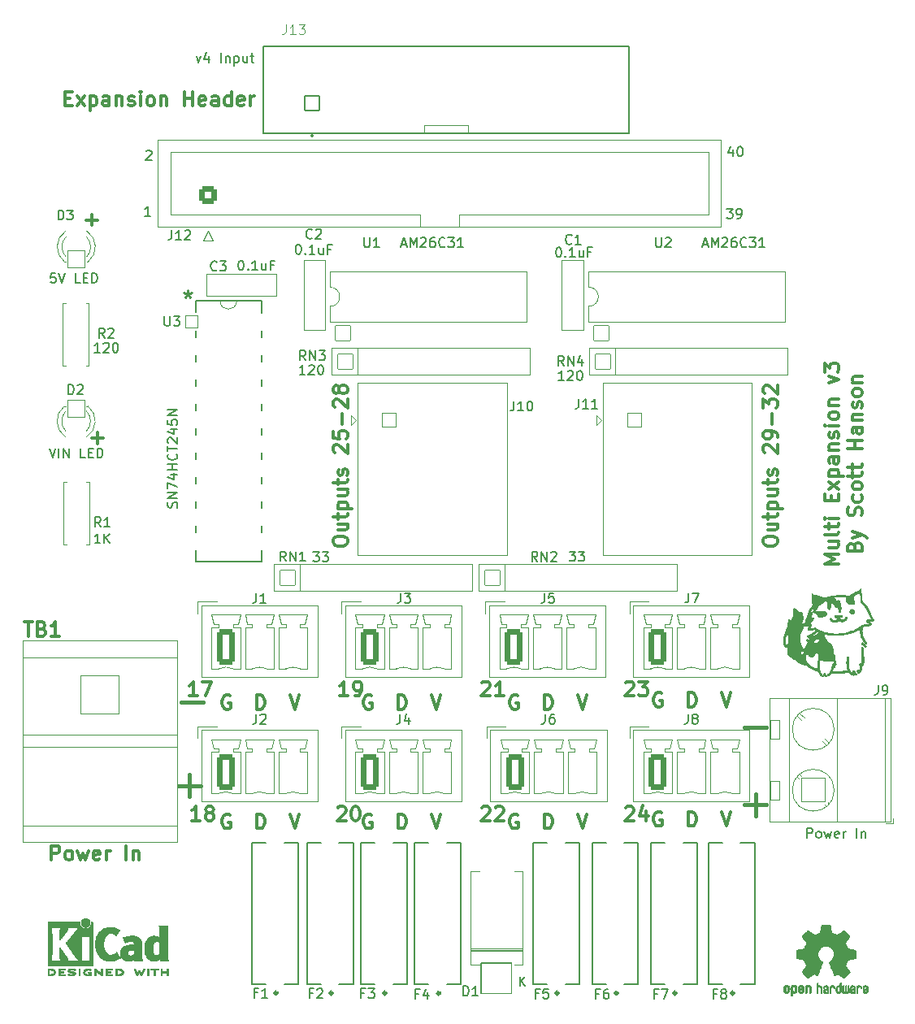
<source format=gbr>
%TF.GenerationSoftware,KiCad,Pcbnew,(6.0.7)*%
%TF.CreationDate,2022-08-24T09:57:57-04:00*%
%TF.ProjectId,Multi_Expansion,4d756c74-695f-4457-9870-616e73696f6e,v3*%
%TF.SameCoordinates,Original*%
%TF.FileFunction,Legend,Top*%
%TF.FilePolarity,Positive*%
%FSLAX46Y46*%
G04 Gerber Fmt 4.6, Leading zero omitted, Abs format (unit mm)*
G04 Created by KiCad (PCBNEW (6.0.7)) date 2022-08-24 09:57:57*
%MOMM*%
%LPD*%
G01*
G04 APERTURE LIST*
G04 Aperture macros list*
%AMRoundRect*
0 Rectangle with rounded corners*
0 $1 Rounding radius*
0 $2 $3 $4 $5 $6 $7 $8 $9 X,Y pos of 4 corners*
0 Add a 4 corners polygon primitive as box body*
4,1,4,$2,$3,$4,$5,$6,$7,$8,$9,$2,$3,0*
0 Add four circle primitives for the rounded corners*
1,1,$1+$1,$2,$3*
1,1,$1+$1,$4,$5*
1,1,$1+$1,$6,$7*
1,1,$1+$1,$8,$9*
0 Add four rect primitives between the rounded corners*
20,1,$1+$1,$2,$3,$4,$5,0*
20,1,$1+$1,$4,$5,$6,$7,0*
20,1,$1+$1,$6,$7,$8,$9,0*
20,1,$1+$1,$8,$9,$2,$3,0*%
G04 Aperture macros list end*
%ADD10C,0.300000*%
%ADD11C,0.150000*%
%ADD12C,0.400000*%
%ADD13C,0.250000*%
%ADD14C,0.015000*%
%ADD15C,0.120000*%
%ADD16C,0.127000*%
%ADD17C,0.010000*%
%ADD18C,0.152400*%
%ADD19C,0.200000*%
%ADD20RoundRect,0.301000X-0.650000X-1.550000X0.650000X-1.550000X0.650000X1.550000X-0.650000X1.550000X0*%
%ADD21O,1.902000X3.702000*%
%ADD22C,2.577000*%
%ADD23C,1.702000*%
%ADD24RoundRect,0.051000X-0.800000X-0.800000X0.800000X-0.800000X0.800000X0.800000X-0.800000X0.800000X0*%
%ADD25O,1.702000X1.702000*%
%ADD26RoundRect,0.051000X1.600000X-1.600000X1.600000X1.600000X-1.600000X1.600000X-1.600000X-1.600000X0*%
%ADD27O,3.302000X3.302000*%
%ADD28RoundRect,0.051000X0.900000X-0.900000X0.900000X0.900000X-0.900000X0.900000X-0.900000X-0.900000X0*%
%ADD29C,1.902000*%
%ADD30RoundRect,0.051000X-0.647700X-0.647700X0.647700X-0.647700X0.647700X0.647700X-0.647700X0.647700X0*%
%ADD31C,1.397400*%
%ADD32C,3.802000*%
%ADD33RoundRect,0.051000X-2.000000X2.000000X-2.000000X-2.000000X2.000000X-2.000000X2.000000X2.000000X0*%
%ADD34C,4.102000*%
%ADD35RoundRect,0.051000X-0.900000X0.900000X-0.900000X-0.900000X0.900000X-0.900000X0.900000X0.900000X0*%
%ADD36RoundRect,0.051000X0.800000X-0.800000X0.800000X0.800000X-0.800000X0.800000X-0.800000X-0.800000X0*%
%ADD37C,3.402000*%
%ADD38RoundRect,0.051000X-0.750000X-0.750000X0.750000X-0.750000X0.750000X0.750000X-0.750000X0.750000X0*%
%ADD39C,1.602000*%
%ADD40RoundRect,0.051000X1.250000X-1.250000X1.250000X1.250000X-1.250000X1.250000X-1.250000X-1.250000X0*%
%ADD41C,2.602000*%
%ADD42RoundRect,0.301000X0.600000X-0.600000X0.600000X0.600000X-0.600000X0.600000X-0.600000X-0.600000X0*%
%ADD43C,1.802000*%
%ADD44RoundRect,0.051000X-0.765000X-0.765000X0.765000X-0.765000X0.765000X0.765000X-0.765000X0.765000X0*%
%ADD45C,1.632000*%
G04 APERTURE END LIST*
D10*
X-96838343Y-4474500D02*
X-96981200Y-4403071D01*
X-97195486Y-4403071D01*
X-97409772Y-4474500D01*
X-97552629Y-4617357D01*
X-97624058Y-4760214D01*
X-97695486Y-5045928D01*
X-97695486Y-5260214D01*
X-97624058Y-5545928D01*
X-97552629Y-5688785D01*
X-97409772Y-5831642D01*
X-97195486Y-5903071D01*
X-97052629Y-5903071D01*
X-96838343Y-5831642D01*
X-96766915Y-5760214D01*
X-96766915Y-5260214D01*
X-97052629Y-5260214D01*
X-78828058Y-5903071D02*
X-78828058Y-4403071D01*
X-78470915Y-4403071D01*
X-78256629Y-4474500D01*
X-78113772Y-4617357D01*
X-78042343Y-4760214D01*
X-77970915Y-5045928D01*
X-77970915Y-5260214D01*
X-78042343Y-5545928D01*
X-78113772Y-5688785D01*
X-78256629Y-5831642D01*
X-78470915Y-5903071D01*
X-78828058Y-5903071D01*
X-81598343Y-4474500D02*
X-81741200Y-4403071D01*
X-81955486Y-4403071D01*
X-82169772Y-4474500D01*
X-82312629Y-4617357D01*
X-82384058Y-4760214D01*
X-82455486Y-5045928D01*
X-82455486Y-5260214D01*
X-82384058Y-5545928D01*
X-82312629Y-5688785D01*
X-82169772Y-5831642D01*
X-81955486Y-5903071D01*
X-81812629Y-5903071D01*
X-81598343Y-5831642D01*
X-81526915Y-5760214D01*
X-81526915Y-5260214D01*
X-81812629Y-5260214D01*
X-63842058Y-5649071D02*
X-63842058Y-4149071D01*
X-63484915Y-4149071D01*
X-63270629Y-4220500D01*
X-63127772Y-4363357D01*
X-63056343Y-4506214D01*
X-62984915Y-4791928D01*
X-62984915Y-5006214D01*
X-63056343Y-5291928D01*
X-63127772Y-5434785D01*
X-63270629Y-5577642D01*
X-63484915Y-5649071D01*
X-63842058Y-5649071D01*
X-94068058Y-5903071D02*
X-94068058Y-4403071D01*
X-93710915Y-4403071D01*
X-93496629Y-4474500D01*
X-93353772Y-4617357D01*
X-93282343Y-4760214D01*
X-93210915Y-5045928D01*
X-93210915Y-5260214D01*
X-93282343Y-5545928D01*
X-93353772Y-5688785D01*
X-93496629Y-5831642D01*
X-93710915Y-5903071D01*
X-94068058Y-5903071D01*
X-105351200Y-4403071D02*
X-104851200Y-5903071D01*
X-104351200Y-4403071D01*
X-66612343Y-4220500D02*
X-66755200Y-4149071D01*
X-66969486Y-4149071D01*
X-67183772Y-4220500D01*
X-67326629Y-4363357D01*
X-67398058Y-4506214D01*
X-67469486Y-4791928D01*
X-67469486Y-5006214D01*
X-67398058Y-5291928D01*
X-67326629Y-5434785D01*
X-67183772Y-5577642D01*
X-66969486Y-5649071D01*
X-66826629Y-5649071D01*
X-66612343Y-5577642D01*
X-66540915Y-5506214D01*
X-66540915Y-5006214D01*
X-66826629Y-5006214D01*
X-90619200Y-4403071D02*
X-90119200Y-5903071D01*
X-89619200Y-4403071D01*
X-111570343Y-4474500D02*
X-111713200Y-4403071D01*
X-111927486Y-4403071D01*
X-112141772Y-4474500D01*
X-112284629Y-4617357D01*
X-112356058Y-4760214D01*
X-112427486Y-5045928D01*
X-112427486Y-5260214D01*
X-112356058Y-5545928D01*
X-112284629Y-5688785D01*
X-112141772Y-5831642D01*
X-111927486Y-5903071D01*
X-111784629Y-5903071D01*
X-111570343Y-5831642D01*
X-111498915Y-5760214D01*
X-111498915Y-5260214D01*
X-111784629Y-5260214D01*
X-108800058Y-5903071D02*
X-108800058Y-4403071D01*
X-108442915Y-4403071D01*
X-108228629Y-4474500D01*
X-108085772Y-4617357D01*
X-108014343Y-4760214D01*
X-107942915Y-5045928D01*
X-107942915Y-5260214D01*
X-108014343Y-5545928D01*
X-108085772Y-5688785D01*
X-108228629Y-5831642D01*
X-108442915Y-5903071D01*
X-108800058Y-5903071D01*
X-60393200Y-4149071D02*
X-59893200Y-5649071D01*
X-59393200Y-4149071D01*
X-75379200Y-4403071D02*
X-74879200Y-5903071D01*
X-74379200Y-4403071D01*
X-108800058Y6496929D02*
X-108800058Y7996929D01*
X-108442915Y7996929D01*
X-108228629Y7925500D01*
X-108085772Y7782643D01*
X-108014343Y7639786D01*
X-107942915Y7354072D01*
X-107942915Y7139786D01*
X-108014343Y6854072D01*
X-108085772Y6711215D01*
X-108228629Y6568358D01*
X-108442915Y6496929D01*
X-108800058Y6496929D01*
X-111570343Y7925500D02*
X-111713200Y7996929D01*
X-111927486Y7996929D01*
X-112141772Y7925500D01*
X-112284629Y7782643D01*
X-112356058Y7639786D01*
X-112427486Y7354072D01*
X-112427486Y7139786D01*
X-112356058Y6854072D01*
X-112284629Y6711215D01*
X-112141772Y6568358D01*
X-111927486Y6496929D01*
X-111784629Y6496929D01*
X-111570343Y6568358D01*
X-111498915Y6639786D01*
X-111498915Y7139786D01*
X-111784629Y7139786D01*
X-105351200Y7996929D02*
X-104851200Y6496929D01*
X-104351200Y7996929D01*
X-48145129Y21657129D02*
X-49645129Y21657129D01*
X-48573700Y22157129D01*
X-49645129Y22657129D01*
X-48145129Y22657129D01*
X-49145129Y24014272D02*
X-48145129Y24014272D01*
X-49145129Y23371415D02*
X-48359415Y23371415D01*
X-48216558Y23442843D01*
X-48145129Y23585700D01*
X-48145129Y23799986D01*
X-48216558Y23942843D01*
X-48287986Y24014272D01*
X-48145129Y24942843D02*
X-48216558Y24799986D01*
X-48359415Y24728558D01*
X-49645129Y24728558D01*
X-49145129Y25299986D02*
X-49145129Y25871415D01*
X-49645129Y25514272D02*
X-48359415Y25514272D01*
X-48216558Y25585700D01*
X-48145129Y25728558D01*
X-48145129Y25871415D01*
X-48145129Y26371415D02*
X-49145129Y26371415D01*
X-49645129Y26371415D02*
X-49573700Y26299986D01*
X-49502272Y26371415D01*
X-49573700Y26442843D01*
X-49645129Y26371415D01*
X-49502272Y26371415D01*
X-48930843Y28228558D02*
X-48930843Y28728558D01*
X-48145129Y28942843D02*
X-48145129Y28228558D01*
X-49645129Y28228558D01*
X-49645129Y28942843D01*
X-48145129Y29442843D02*
X-49145129Y30228558D01*
X-49145129Y29442843D02*
X-48145129Y30228558D01*
X-49145129Y30799986D02*
X-47645129Y30799986D01*
X-49073700Y30799986D02*
X-49145129Y30942843D01*
X-49145129Y31228558D01*
X-49073700Y31371415D01*
X-49002272Y31442843D01*
X-48859415Y31514272D01*
X-48430843Y31514272D01*
X-48287986Y31442843D01*
X-48216558Y31371415D01*
X-48145129Y31228558D01*
X-48145129Y30942843D01*
X-48216558Y30799986D01*
X-48145129Y32799986D02*
X-48930843Y32799986D01*
X-49073700Y32728558D01*
X-49145129Y32585700D01*
X-49145129Y32299986D01*
X-49073700Y32157129D01*
X-48216558Y32799986D02*
X-48145129Y32657129D01*
X-48145129Y32299986D01*
X-48216558Y32157129D01*
X-48359415Y32085700D01*
X-48502272Y32085700D01*
X-48645129Y32157129D01*
X-48716558Y32299986D01*
X-48716558Y32657129D01*
X-48787986Y32799986D01*
X-49145129Y33514272D02*
X-48145129Y33514272D01*
X-49002272Y33514272D02*
X-49073700Y33585700D01*
X-49145129Y33728558D01*
X-49145129Y33942843D01*
X-49073700Y34085700D01*
X-48930843Y34157129D01*
X-48145129Y34157129D01*
X-48216558Y34799986D02*
X-48145129Y34942843D01*
X-48145129Y35228558D01*
X-48216558Y35371415D01*
X-48359415Y35442843D01*
X-48430843Y35442843D01*
X-48573700Y35371415D01*
X-48645129Y35228558D01*
X-48645129Y35014272D01*
X-48716558Y34871415D01*
X-48859415Y34799986D01*
X-48930843Y34799986D01*
X-49073700Y34871415D01*
X-49145129Y35014272D01*
X-49145129Y35228558D01*
X-49073700Y35371415D01*
X-48145129Y36085700D02*
X-49145129Y36085700D01*
X-49645129Y36085700D02*
X-49573700Y36014272D01*
X-49502272Y36085700D01*
X-49573700Y36157129D01*
X-49645129Y36085700D01*
X-49502272Y36085700D01*
X-48145129Y37014272D02*
X-48216558Y36871415D01*
X-48287986Y36799986D01*
X-48430843Y36728558D01*
X-48859415Y36728558D01*
X-49002272Y36799986D01*
X-49073700Y36871415D01*
X-49145129Y37014272D01*
X-49145129Y37228558D01*
X-49073700Y37371415D01*
X-49002272Y37442843D01*
X-48859415Y37514272D01*
X-48430843Y37514272D01*
X-48287986Y37442843D01*
X-48216558Y37371415D01*
X-48145129Y37228558D01*
X-48145129Y37014272D01*
X-49145129Y38157129D02*
X-48145129Y38157129D01*
X-49002272Y38157129D02*
X-49073700Y38228558D01*
X-49145129Y38371415D01*
X-49145129Y38585700D01*
X-49073700Y38728558D01*
X-48930843Y38799986D01*
X-48145129Y38799986D01*
X-49145129Y40514272D02*
X-48145129Y40871415D01*
X-49145129Y41228558D01*
X-49645129Y41657129D02*
X-49645129Y42585700D01*
X-49073700Y42085700D01*
X-49073700Y42299986D01*
X-49002272Y42442843D01*
X-48930843Y42514272D01*
X-48787986Y42585700D01*
X-48430843Y42585700D01*
X-48287986Y42514272D01*
X-48216558Y42442843D01*
X-48145129Y42299986D01*
X-48145129Y41871415D01*
X-48216558Y41728558D01*
X-48287986Y41657129D01*
X-46515843Y23478558D02*
X-46444415Y23692843D01*
X-46372986Y23764272D01*
X-46230129Y23835700D01*
X-46015843Y23835700D01*
X-45872986Y23764272D01*
X-45801558Y23692843D01*
X-45730129Y23549986D01*
X-45730129Y22978558D01*
X-47230129Y22978558D01*
X-47230129Y23478558D01*
X-47158700Y23621415D01*
X-47087272Y23692843D01*
X-46944415Y23764272D01*
X-46801558Y23764272D01*
X-46658700Y23692843D01*
X-46587272Y23621415D01*
X-46515843Y23478558D01*
X-46515843Y22978558D01*
X-46730129Y24335700D02*
X-45730129Y24692843D01*
X-46730129Y25049986D02*
X-45730129Y24692843D01*
X-45372986Y24549986D01*
X-45301558Y24478558D01*
X-45230129Y24335700D01*
X-45801558Y26692843D02*
X-45730129Y26907129D01*
X-45730129Y27264272D01*
X-45801558Y27407129D01*
X-45872986Y27478558D01*
X-46015843Y27549986D01*
X-46158700Y27549986D01*
X-46301558Y27478558D01*
X-46372986Y27407129D01*
X-46444415Y27264272D01*
X-46515843Y26978558D01*
X-46587272Y26835700D01*
X-46658700Y26764272D01*
X-46801558Y26692843D01*
X-46944415Y26692843D01*
X-47087272Y26764272D01*
X-47158700Y26835700D01*
X-47230129Y26978558D01*
X-47230129Y27335700D01*
X-47158700Y27549986D01*
X-45801558Y28835700D02*
X-45730129Y28692843D01*
X-45730129Y28407129D01*
X-45801558Y28264272D01*
X-45872986Y28192843D01*
X-46015843Y28121415D01*
X-46444415Y28121415D01*
X-46587272Y28192843D01*
X-46658700Y28264272D01*
X-46730129Y28407129D01*
X-46730129Y28692843D01*
X-46658700Y28835700D01*
X-45730129Y29692843D02*
X-45801558Y29549986D01*
X-45872986Y29478558D01*
X-46015843Y29407129D01*
X-46444415Y29407129D01*
X-46587272Y29478558D01*
X-46658700Y29549986D01*
X-46730129Y29692843D01*
X-46730129Y29907129D01*
X-46658700Y30049986D01*
X-46587272Y30121415D01*
X-46444415Y30192843D01*
X-46015843Y30192843D01*
X-45872986Y30121415D01*
X-45801558Y30049986D01*
X-45730129Y29907129D01*
X-45730129Y29692843D01*
X-46730129Y30621415D02*
X-46730129Y31192843D01*
X-47230129Y30835700D02*
X-45944415Y30835700D01*
X-45801558Y30907129D01*
X-45730129Y31049986D01*
X-45730129Y31192843D01*
X-46730129Y31478558D02*
X-46730129Y32049986D01*
X-47230129Y31692843D02*
X-45944415Y31692843D01*
X-45801558Y31764272D01*
X-45730129Y31907129D01*
X-45730129Y32049986D01*
X-45730129Y33692843D02*
X-47230129Y33692843D01*
X-46515843Y33692843D02*
X-46515843Y34549986D01*
X-45730129Y34549986D02*
X-47230129Y34549986D01*
X-45730129Y35907129D02*
X-46515843Y35907129D01*
X-46658700Y35835700D01*
X-46730129Y35692843D01*
X-46730129Y35407129D01*
X-46658700Y35264272D01*
X-45801558Y35907129D02*
X-45730129Y35764272D01*
X-45730129Y35407129D01*
X-45801558Y35264272D01*
X-45944415Y35192843D01*
X-46087272Y35192843D01*
X-46230129Y35264272D01*
X-46301558Y35407129D01*
X-46301558Y35764272D01*
X-46372986Y35907129D01*
X-46730129Y36621415D02*
X-45730129Y36621415D01*
X-46587272Y36621415D02*
X-46658700Y36692843D01*
X-46730129Y36835700D01*
X-46730129Y37049986D01*
X-46658700Y37192843D01*
X-46515843Y37264272D01*
X-45730129Y37264272D01*
X-45801558Y37907129D02*
X-45730129Y38049986D01*
X-45730129Y38335700D01*
X-45801558Y38478558D01*
X-45944415Y38549986D01*
X-46015843Y38549986D01*
X-46158700Y38478558D01*
X-46230129Y38335700D01*
X-46230129Y38121415D01*
X-46301558Y37978558D01*
X-46444415Y37907129D01*
X-46515843Y37907129D01*
X-46658700Y37978558D01*
X-46730129Y38121415D01*
X-46730129Y38335700D01*
X-46658700Y38478558D01*
X-45730129Y39407129D02*
X-45801558Y39264272D01*
X-45872986Y39192843D01*
X-46015843Y39121415D01*
X-46444415Y39121415D01*
X-46587272Y39192843D01*
X-46658700Y39264272D01*
X-46730129Y39407129D01*
X-46730129Y39621415D01*
X-46658700Y39764272D01*
X-46587272Y39835700D01*
X-46444415Y39907129D01*
X-46015843Y39907129D01*
X-45872986Y39835700D01*
X-45801558Y39764272D01*
X-45730129Y39621415D01*
X-45730129Y39407129D01*
X-46730129Y40549986D02*
X-45730129Y40549986D01*
X-46587272Y40549986D02*
X-46658700Y40621415D01*
X-46730129Y40764272D01*
X-46730129Y40978558D01*
X-46658700Y41121415D01*
X-46515843Y41192843D01*
X-45730129Y41192843D01*
X-85359058Y-3735728D02*
X-85287629Y-3664300D01*
X-85144772Y-3592871D01*
X-84787629Y-3592871D01*
X-84644772Y-3664300D01*
X-84573343Y-3735728D01*
X-84501915Y-3878585D01*
X-84501915Y-4021442D01*
X-84573343Y-4235728D01*
X-85430486Y-5092871D01*
X-84501915Y-5092871D01*
X-83930486Y-3735728D02*
X-83859058Y-3664300D01*
X-83716200Y-3592871D01*
X-83359058Y-3592871D01*
X-83216200Y-3664300D01*
X-83144772Y-3735728D01*
X-83073343Y-3878585D01*
X-83073343Y-4021442D01*
X-83144772Y-4235728D01*
X-84001915Y-5092871D01*
X-83073343Y-5092871D01*
X-114701915Y-5092871D02*
X-115559058Y-5092871D01*
X-115130486Y-5092871D02*
X-115130486Y-3592871D01*
X-115273343Y-3807157D01*
X-115416200Y-3950014D01*
X-115559058Y-4021442D01*
X-113844772Y-4235728D02*
X-113987629Y-4164300D01*
X-114059058Y-4092871D01*
X-114130486Y-3950014D01*
X-114130486Y-3878585D01*
X-114059058Y-3735728D01*
X-113987629Y-3664300D01*
X-113844772Y-3592871D01*
X-113559058Y-3592871D01*
X-113416200Y-3664300D01*
X-113344772Y-3735728D01*
X-113273343Y-3878585D01*
X-113273343Y-3950014D01*
X-113344772Y-4092871D01*
X-113416200Y-4164300D01*
X-113559058Y-4235728D01*
X-113844772Y-4235728D01*
X-113987629Y-4307157D01*
X-114059058Y-4378585D01*
X-114130486Y-4521442D01*
X-114130486Y-4807157D01*
X-114059058Y-4950014D01*
X-113987629Y-5021442D01*
X-113844772Y-5092871D01*
X-113559058Y-5092871D01*
X-113416200Y-5021442D01*
X-113344772Y-4950014D01*
X-113273343Y-4807157D01*
X-113273343Y-4521442D01*
X-113344772Y-4378585D01*
X-113416200Y-4307157D01*
X-113559058Y-4235728D01*
D11*
X-120327782Y64638081D02*
X-120280163Y64685700D01*
X-120184925Y64733320D01*
X-119946829Y64733320D01*
X-119851591Y64685700D01*
X-119803972Y64638081D01*
X-119756353Y64542843D01*
X-119756353Y64447605D01*
X-119803972Y64304748D01*
X-120375401Y63733320D01*
X-119756353Y63733320D01*
X-59201915Y64799986D02*
X-59201915Y64133320D01*
X-59440010Y65180939D02*
X-59678105Y64466653D01*
X-59059058Y64466653D01*
X-58487629Y65133320D02*
X-58392391Y65133320D01*
X-58297153Y65085700D01*
X-58249534Y65038081D01*
X-58201915Y64942843D01*
X-58154296Y64752367D01*
X-58154296Y64514272D01*
X-58201915Y64323796D01*
X-58249534Y64228558D01*
X-58297153Y64180939D01*
X-58392391Y64133320D01*
X-58487629Y64133320D01*
X-58582867Y64180939D01*
X-58630486Y64228558D01*
X-58678105Y64323796D01*
X-58725724Y64514272D01*
X-58725724Y64752367D01*
X-58678105Y64942843D01*
X-58630486Y65038081D01*
X-58582867Y65085700D01*
X-58487629Y65133320D01*
X-119886353Y57903320D02*
X-120457782Y57903320D01*
X-120172067Y57903320D02*
X-120172067Y58903320D01*
X-120267306Y58760462D01*
X-120362544Y58665224D01*
X-120457782Y58617605D01*
X-59835724Y58663320D02*
X-59216677Y58663320D01*
X-59550010Y58282367D01*
X-59407153Y58282367D01*
X-59311915Y58234748D01*
X-59264296Y58187129D01*
X-59216677Y58091891D01*
X-59216677Y57853796D01*
X-59264296Y57758558D01*
X-59311915Y57710939D01*
X-59407153Y57663320D01*
X-59692867Y57663320D01*
X-59788105Y57710939D01*
X-59835724Y57758558D01*
X-58740486Y57663320D02*
X-58550010Y57663320D01*
X-58454772Y57710939D01*
X-58407153Y57758558D01*
X-58311915Y57901415D01*
X-58264296Y58091891D01*
X-58264296Y58472843D01*
X-58311915Y58568081D01*
X-58359534Y58615700D01*
X-58454772Y58663320D01*
X-58645248Y58663320D01*
X-58740486Y58615700D01*
X-58788105Y58568081D01*
X-58835724Y58472843D01*
X-58835724Y58234748D01*
X-58788105Y58139510D01*
X-58740486Y58091891D01*
X-58645248Y58044272D01*
X-58454772Y58044272D01*
X-58359534Y58091891D01*
X-58311915Y58139510D01*
X-58264296Y58234748D01*
D12*
X-57959058Y4671415D02*
X-55673343Y4671415D01*
X-57959058Y-3428585D02*
X-55673343Y-3428585D01*
X-56816200Y-4571442D02*
X-56816200Y-2285728D01*
D10*
X-126553496Y57508525D02*
X-125410639Y57508525D01*
X-125982067Y56937096D02*
X-125982067Y58079953D01*
X-100359058Y-3735728D02*
X-100287629Y-3664300D01*
X-100144772Y-3592871D01*
X-99787629Y-3592871D01*
X-99644772Y-3664300D01*
X-99573343Y-3735728D01*
X-99501915Y-3878585D01*
X-99501915Y-4021442D01*
X-99573343Y-4235728D01*
X-100430486Y-5092871D01*
X-99501915Y-5092871D01*
X-98573343Y-3592871D02*
X-98430486Y-3592871D01*
X-98287629Y-3664300D01*
X-98216200Y-3735728D01*
X-98144772Y-3878585D01*
X-98073343Y-4164300D01*
X-98073343Y-4521442D01*
X-98144772Y-4807157D01*
X-98216200Y-4950014D01*
X-98287629Y-5021442D01*
X-98430486Y-5092871D01*
X-98573343Y-5092871D01*
X-98716200Y-5021442D01*
X-98787629Y-4950014D01*
X-98859058Y-4807157D01*
X-98930486Y-4521442D01*
X-98930486Y-4164300D01*
X-98859058Y-3878585D01*
X-98787629Y-3735728D01*
X-98716200Y-3664300D01*
X-98573343Y-3592871D01*
X-63842058Y6750929D02*
X-63842058Y8250929D01*
X-63484915Y8250929D01*
X-63270629Y8179500D01*
X-63127772Y8036643D01*
X-63056343Y7893786D01*
X-62984915Y7608072D01*
X-62984915Y7393786D01*
X-63056343Y7108072D01*
X-63127772Y6965215D01*
X-63270629Y6822358D01*
X-63484915Y6750929D01*
X-63842058Y6750929D01*
D12*
X-116959058Y-1428585D02*
X-114673343Y-1428585D01*
X-115816200Y-2571442D02*
X-115816200Y-285728D01*
D10*
X-81598343Y7925500D02*
X-81741200Y7996929D01*
X-81955486Y7996929D01*
X-82169772Y7925500D01*
X-82312629Y7782643D01*
X-82384058Y7639786D01*
X-82455486Y7354072D01*
X-82455486Y7139786D01*
X-82384058Y6854072D01*
X-82312629Y6711215D01*
X-82169772Y6568358D01*
X-81955486Y6496929D01*
X-81812629Y6496929D01*
X-81598343Y6568358D01*
X-81526915Y6639786D01*
X-81526915Y7139786D01*
X-81812629Y7139786D01*
X-100847762Y23910734D02*
X-100847762Y24196448D01*
X-100776333Y24339305D01*
X-100633476Y24482162D01*
X-100347762Y24553591D01*
X-99847762Y24553591D01*
X-99562048Y24482162D01*
X-99419191Y24339305D01*
X-99347762Y24196448D01*
X-99347762Y23910734D01*
X-99419191Y23767876D01*
X-99562048Y23625019D01*
X-99847762Y23553591D01*
X-100347762Y23553591D01*
X-100633476Y23625019D01*
X-100776333Y23767876D01*
X-100847762Y23910734D01*
X-100347762Y25839305D02*
X-99347762Y25839305D01*
X-100347762Y25196448D02*
X-99562048Y25196448D01*
X-99419191Y25267876D01*
X-99347762Y25410734D01*
X-99347762Y25625019D01*
X-99419191Y25767876D01*
X-99490619Y25839305D01*
X-100347762Y26339305D02*
X-100347762Y26910734D01*
X-100847762Y26553591D02*
X-99562048Y26553591D01*
X-99419191Y26625019D01*
X-99347762Y26767876D01*
X-99347762Y26910734D01*
X-100347762Y27410734D02*
X-98847762Y27410734D01*
X-100276333Y27410734D02*
X-100347762Y27553591D01*
X-100347762Y27839305D01*
X-100276333Y27982162D01*
X-100204905Y28053591D01*
X-100062048Y28125019D01*
X-99633476Y28125019D01*
X-99490619Y28053591D01*
X-99419191Y27982162D01*
X-99347762Y27839305D01*
X-99347762Y27553591D01*
X-99419191Y27410734D01*
X-100347762Y29410734D02*
X-99347762Y29410734D01*
X-100347762Y28767876D02*
X-99562048Y28767876D01*
X-99419191Y28839305D01*
X-99347762Y28982162D01*
X-99347762Y29196448D01*
X-99419191Y29339305D01*
X-99490619Y29410734D01*
X-100347762Y29910734D02*
X-100347762Y30482162D01*
X-100847762Y30125019D02*
X-99562048Y30125019D01*
X-99419191Y30196448D01*
X-99347762Y30339305D01*
X-99347762Y30482162D01*
X-99419191Y30910734D02*
X-99347762Y31053591D01*
X-99347762Y31339305D01*
X-99419191Y31482162D01*
X-99562048Y31553591D01*
X-99633476Y31553591D01*
X-99776333Y31482162D01*
X-99847762Y31339305D01*
X-99847762Y31125019D01*
X-99919191Y30982162D01*
X-100062048Y30910734D01*
X-100133476Y30910734D01*
X-100276333Y30982162D01*
X-100347762Y31125019D01*
X-100347762Y31339305D01*
X-100276333Y31482162D01*
X-100704905Y33267876D02*
X-100776333Y33339305D01*
X-100847762Y33482162D01*
X-100847762Y33839305D01*
X-100776333Y33982162D01*
X-100704905Y34053591D01*
X-100562048Y34125019D01*
X-100419191Y34125019D01*
X-100204905Y34053591D01*
X-99347762Y33196448D01*
X-99347762Y34125019D01*
X-100847762Y35482162D02*
X-100847762Y34767876D01*
X-100133476Y34696448D01*
X-100204905Y34767876D01*
X-100276333Y34910733D01*
X-100276333Y35267876D01*
X-100204905Y35410733D01*
X-100133476Y35482162D01*
X-99990619Y35553591D01*
X-99633476Y35553591D01*
X-99490619Y35482162D01*
X-99419191Y35410733D01*
X-99347762Y35267876D01*
X-99347762Y34910733D01*
X-99419191Y34767876D01*
X-99490619Y34696448D01*
X-99919191Y36196448D02*
X-99919191Y37339305D01*
X-100704905Y37982162D02*
X-100776333Y38053591D01*
X-100847762Y38196448D01*
X-100847762Y38553591D01*
X-100776333Y38696448D01*
X-100704905Y38767876D01*
X-100562048Y38839305D01*
X-100419191Y38839305D01*
X-100204905Y38767876D01*
X-99347762Y37910734D01*
X-99347762Y38839305D01*
X-100204905Y39696448D02*
X-100276333Y39553591D01*
X-100347762Y39482162D01*
X-100490619Y39410734D01*
X-100562048Y39410734D01*
X-100704905Y39482162D01*
X-100776333Y39553591D01*
X-100847762Y39696448D01*
X-100847762Y39982162D01*
X-100776333Y40125019D01*
X-100704905Y40196448D01*
X-100562048Y40267876D01*
X-100490619Y40267876D01*
X-100347762Y40196448D01*
X-100276333Y40125019D01*
X-100204905Y39982162D01*
X-100204905Y39696448D01*
X-100133476Y39553591D01*
X-100062048Y39482162D01*
X-99919191Y39410734D01*
X-99633476Y39410734D01*
X-99490619Y39482162D01*
X-99419191Y39553591D01*
X-99347762Y39696448D01*
X-99347762Y39982162D01*
X-99419191Y40125019D01*
X-99490619Y40196448D01*
X-99633476Y40267876D01*
X-99919191Y40267876D01*
X-100062048Y40196448D01*
X-100133476Y40125019D01*
X-100204905Y39982162D01*
X-70359058Y-3735728D02*
X-70287629Y-3664300D01*
X-70144772Y-3592871D01*
X-69787629Y-3592871D01*
X-69644772Y-3664300D01*
X-69573343Y-3735728D01*
X-69501915Y-3878585D01*
X-69501915Y-4021442D01*
X-69573343Y-4235728D01*
X-70430486Y-5092871D01*
X-69501915Y-5092871D01*
X-68216200Y-4092871D02*
X-68216200Y-5092871D01*
X-68573343Y-3521442D02*
X-68930486Y-4592871D01*
X-68001915Y-4592871D01*
X-60393200Y8250929D02*
X-59893200Y6750929D01*
X-59393200Y8250929D01*
X-99301915Y7907129D02*
X-100159058Y7907129D01*
X-99730486Y7907129D02*
X-99730486Y9407129D01*
X-99873343Y9192843D01*
X-100016200Y9049986D01*
X-100159058Y8978558D01*
X-98587629Y7907129D02*
X-98301915Y7907129D01*
X-98159058Y7978558D01*
X-98087629Y8049986D01*
X-97944772Y8264272D01*
X-97873343Y8549986D01*
X-97873343Y9121415D01*
X-97944772Y9264272D01*
X-98016200Y9335700D01*
X-98159058Y9407129D01*
X-98444772Y9407129D01*
X-98587629Y9335700D01*
X-98659058Y9264272D01*
X-98730486Y9121415D01*
X-98730486Y8764272D01*
X-98659058Y8621415D01*
X-98587629Y8549986D01*
X-98444772Y8478558D01*
X-98159058Y8478558D01*
X-98016200Y8549986D01*
X-97944772Y8621415D01*
X-97873343Y8764272D01*
X-56047762Y23910733D02*
X-56047762Y24196448D01*
X-55976333Y24339305D01*
X-55833476Y24482162D01*
X-55547762Y24553591D01*
X-55047762Y24553591D01*
X-54762048Y24482162D01*
X-54619191Y24339305D01*
X-54547762Y24196448D01*
X-54547762Y23910733D01*
X-54619191Y23767876D01*
X-54762048Y23625019D01*
X-55047762Y23553591D01*
X-55547762Y23553591D01*
X-55833476Y23625019D01*
X-55976333Y23767876D01*
X-56047762Y23910733D01*
X-55547762Y25839305D02*
X-54547762Y25839305D01*
X-55547762Y25196448D02*
X-54762048Y25196448D01*
X-54619191Y25267876D01*
X-54547762Y25410733D01*
X-54547762Y25625019D01*
X-54619191Y25767876D01*
X-54690619Y25839305D01*
X-55547762Y26339305D02*
X-55547762Y26910733D01*
X-56047762Y26553591D02*
X-54762048Y26553591D01*
X-54619191Y26625019D01*
X-54547762Y26767876D01*
X-54547762Y26910733D01*
X-55547762Y27410733D02*
X-54047762Y27410733D01*
X-55476333Y27410733D02*
X-55547762Y27553591D01*
X-55547762Y27839305D01*
X-55476333Y27982162D01*
X-55404905Y28053591D01*
X-55262048Y28125019D01*
X-54833476Y28125019D01*
X-54690619Y28053591D01*
X-54619191Y27982162D01*
X-54547762Y27839305D01*
X-54547762Y27553591D01*
X-54619191Y27410733D01*
X-55547762Y29410733D02*
X-54547762Y29410733D01*
X-55547762Y28767876D02*
X-54762048Y28767876D01*
X-54619191Y28839305D01*
X-54547762Y28982162D01*
X-54547762Y29196448D01*
X-54619191Y29339305D01*
X-54690619Y29410733D01*
X-55547762Y29910733D02*
X-55547762Y30482162D01*
X-56047762Y30125019D02*
X-54762048Y30125019D01*
X-54619191Y30196448D01*
X-54547762Y30339305D01*
X-54547762Y30482162D01*
X-54619191Y30910733D02*
X-54547762Y31053591D01*
X-54547762Y31339305D01*
X-54619191Y31482162D01*
X-54762048Y31553591D01*
X-54833476Y31553591D01*
X-54976333Y31482162D01*
X-55047762Y31339305D01*
X-55047762Y31125019D01*
X-55119191Y30982162D01*
X-55262048Y30910733D01*
X-55333476Y30910733D01*
X-55476333Y30982162D01*
X-55547762Y31125019D01*
X-55547762Y31339305D01*
X-55476333Y31482162D01*
X-55904905Y33267876D02*
X-55976333Y33339305D01*
X-56047762Y33482162D01*
X-56047762Y33839305D01*
X-55976333Y33982162D01*
X-55904905Y34053591D01*
X-55762048Y34125019D01*
X-55619191Y34125019D01*
X-55404905Y34053591D01*
X-54547762Y33196448D01*
X-54547762Y34125019D01*
X-54547762Y34839305D02*
X-54547762Y35125019D01*
X-54619191Y35267876D01*
X-54690619Y35339305D01*
X-54904905Y35482162D01*
X-55190619Y35553591D01*
X-55762048Y35553591D01*
X-55904905Y35482162D01*
X-55976333Y35410733D01*
X-56047762Y35267876D01*
X-56047762Y34982162D01*
X-55976333Y34839305D01*
X-55904905Y34767876D01*
X-55762048Y34696448D01*
X-55404905Y34696448D01*
X-55262048Y34767876D01*
X-55190619Y34839305D01*
X-55119191Y34982162D01*
X-55119191Y35267876D01*
X-55190619Y35410733D01*
X-55262048Y35482162D01*
X-55404905Y35553591D01*
X-55119191Y36196448D02*
X-55119191Y37339305D01*
X-56047762Y37910733D02*
X-56047762Y38839305D01*
X-55476333Y38339305D01*
X-55476333Y38553591D01*
X-55404905Y38696448D01*
X-55333476Y38767876D01*
X-55190619Y38839305D01*
X-54833476Y38839305D01*
X-54690619Y38767876D01*
X-54619191Y38696448D01*
X-54547762Y38553591D01*
X-54547762Y38125019D01*
X-54619191Y37982162D01*
X-54690619Y37910733D01*
X-55904905Y39410733D02*
X-55976333Y39482162D01*
X-56047762Y39625019D01*
X-56047762Y39982162D01*
X-55976333Y40125019D01*
X-55904905Y40196448D01*
X-55762048Y40267876D01*
X-55619191Y40267876D01*
X-55404905Y40196448D01*
X-54547762Y39339305D01*
X-54547762Y40267876D01*
D12*
X-116659058Y7271415D02*
X-114373343Y7271415D01*
D10*
X-85359058Y9264272D02*
X-85287629Y9335700D01*
X-85144772Y9407129D01*
X-84787629Y9407129D01*
X-84644772Y9335700D01*
X-84573343Y9264272D01*
X-84501915Y9121415D01*
X-84501915Y8978558D01*
X-84573343Y8764272D01*
X-85430486Y7907129D01*
X-84501915Y7907129D01*
X-83073343Y7907129D02*
X-83930486Y7907129D01*
X-83501915Y7907129D02*
X-83501915Y9407129D01*
X-83644772Y9192843D01*
X-83787629Y9049986D01*
X-83930486Y8978558D01*
X-115001915Y7907129D02*
X-115859058Y7907129D01*
X-115430486Y7907129D02*
X-115430486Y9407129D01*
X-115573343Y9192843D01*
X-115716200Y9049986D01*
X-115859058Y8978558D01*
X-114501915Y9407129D02*
X-113501915Y9407129D01*
X-114144772Y7907129D01*
X-125379058Y34209272D02*
X-125379058Y35352129D01*
X-124807629Y34780700D02*
X-125950486Y34780700D01*
X-70359058Y9264272D02*
X-70287629Y9335700D01*
X-70144772Y9407129D01*
X-69787629Y9407129D01*
X-69644772Y9335700D01*
X-69573343Y9264272D01*
X-69501915Y9121415D01*
X-69501915Y8978558D01*
X-69573343Y8764272D01*
X-70430486Y7907129D01*
X-69501915Y7907129D01*
X-69001915Y9407129D02*
X-68073343Y9407129D01*
X-68573343Y8835700D01*
X-68359058Y8835700D01*
X-68216200Y8764272D01*
X-68144772Y8692843D01*
X-68073343Y8549986D01*
X-68073343Y8192843D01*
X-68144772Y8049986D01*
X-68216200Y7978558D01*
X-68359058Y7907129D01*
X-68787629Y7907129D01*
X-68930486Y7978558D01*
X-69001915Y8049986D01*
X-78828058Y6496929D02*
X-78828058Y7996929D01*
X-78470915Y7996929D01*
X-78256629Y7925500D01*
X-78113772Y7782643D01*
X-78042343Y7639786D01*
X-77970915Y7354072D01*
X-77970915Y7139786D01*
X-78042343Y6854072D01*
X-78113772Y6711215D01*
X-78256629Y6568358D01*
X-78470915Y6496929D01*
X-78828058Y6496929D01*
X-96838343Y7925500D02*
X-96981200Y7996929D01*
X-97195486Y7996929D01*
X-97409772Y7925500D01*
X-97552629Y7782643D01*
X-97624058Y7639786D01*
X-97695486Y7354072D01*
X-97695486Y7139786D01*
X-97624058Y6854072D01*
X-97552629Y6711215D01*
X-97409772Y6568358D01*
X-97195486Y6496929D01*
X-97052629Y6496929D01*
X-96838343Y6568358D01*
X-96766915Y6639786D01*
X-96766915Y7139786D01*
X-97052629Y7139786D01*
X-90619200Y7996929D02*
X-90119200Y6496929D01*
X-89619200Y7996929D01*
X-75379200Y7996929D02*
X-74879200Y6496929D01*
X-74379200Y7996929D01*
X-66612343Y8179500D02*
X-66755200Y8250929D01*
X-66969486Y8250929D01*
X-67183772Y8179500D01*
X-67326629Y8036643D01*
X-67398058Y7893786D01*
X-67469486Y7608072D01*
X-67469486Y7393786D01*
X-67398058Y7108072D01*
X-67326629Y6965215D01*
X-67183772Y6822358D01*
X-66969486Y6750929D01*
X-66826629Y6750929D01*
X-66612343Y6822358D01*
X-66540915Y6893786D01*
X-66540915Y7393786D01*
X-66826629Y7393786D01*
X-94068058Y6496929D02*
X-94068058Y7996929D01*
X-93710915Y7996929D01*
X-93496629Y7925500D01*
X-93353772Y7782643D01*
X-93282343Y7639786D01*
X-93210915Y7354072D01*
X-93210915Y7139786D01*
X-93282343Y6854072D01*
X-93353772Y6711215D01*
X-93496629Y6568358D01*
X-93710915Y6496929D01*
X-94068058Y6496929D01*
D11*
%TO.C,J2*%
X-108850534Y6001120D02*
X-108850534Y5286834D01*
X-108898153Y5143977D01*
X-108993391Y5048739D01*
X-109136248Y5001120D01*
X-109231486Y5001120D01*
X-108421962Y5905881D02*
X-108374343Y5953500D01*
X-108279105Y6001120D01*
X-108041010Y6001120D01*
X-107945772Y5953500D01*
X-107898153Y5905881D01*
X-107850534Y5810643D01*
X-107850534Y5715405D01*
X-107898153Y5572548D01*
X-108469581Y5001120D01*
X-107850534Y5001120D01*
%TO.C,J5*%
X-78799534Y18608320D02*
X-78799534Y17894034D01*
X-78847153Y17751177D01*
X-78942391Y17655939D01*
X-79085248Y17608320D01*
X-79180486Y17608320D01*
X-77847153Y18608320D02*
X-78323343Y18608320D01*
X-78370962Y18132129D01*
X-78323343Y18179748D01*
X-78228105Y18227367D01*
X-77990010Y18227367D01*
X-77894772Y18179748D01*
X-77847153Y18132129D01*
X-77799534Y18036891D01*
X-77799534Y17798796D01*
X-77847153Y17703558D01*
X-77894772Y17655939D01*
X-77990010Y17608320D01*
X-78228105Y17608320D01*
X-78323343Y17655939D01*
X-78370962Y17703558D01*
%TO.C,J6*%
X-78736192Y6001120D02*
X-78736192Y5286834D01*
X-78783811Y5143977D01*
X-78879049Y5048739D01*
X-79021906Y5001120D01*
X-79117144Y5001120D01*
X-77831430Y6001120D02*
X-78021906Y6001120D01*
X-78117144Y5953500D01*
X-78164763Y5905881D01*
X-78260001Y5763024D01*
X-78307620Y5572548D01*
X-78307620Y5191596D01*
X-78260001Y5096358D01*
X-78212382Y5048739D01*
X-78117144Y5001120D01*
X-77926668Y5001120D01*
X-77831430Y5048739D01*
X-77783811Y5096358D01*
X-77736192Y5191596D01*
X-77736192Y5429691D01*
X-77783811Y5524929D01*
X-77831430Y5572548D01*
X-77926668Y5620167D01*
X-78117144Y5620167D01*
X-78212382Y5572548D01*
X-78260001Y5524929D01*
X-78307620Y5429691D01*
%TO.C,J7*%
X-63799534Y18633320D02*
X-63799534Y17919034D01*
X-63847153Y17776177D01*
X-63942391Y17680939D01*
X-64085248Y17633320D01*
X-64180486Y17633320D01*
X-63418581Y18633320D02*
X-62751915Y18633320D01*
X-63180486Y17633320D01*
%TO.C,J8*%
X-63850534Y6001120D02*
X-63850534Y5286834D01*
X-63898153Y5143977D01*
X-63993391Y5048739D01*
X-64136248Y5001120D01*
X-64231486Y5001120D01*
X-63231486Y5572548D02*
X-63326724Y5620167D01*
X-63374343Y5667786D01*
X-63421962Y5763024D01*
X-63421962Y5810643D01*
X-63374343Y5905881D01*
X-63326724Y5953500D01*
X-63231486Y6001120D01*
X-63041010Y6001120D01*
X-62945772Y5953500D01*
X-62898153Y5905881D01*
X-62850534Y5810643D01*
X-62850534Y5763024D01*
X-62898153Y5667786D01*
X-62945772Y5620167D01*
X-63041010Y5572548D01*
X-63231486Y5572548D01*
X-63326724Y5524929D01*
X-63374343Y5477310D01*
X-63421962Y5382072D01*
X-63421962Y5191596D01*
X-63374343Y5096358D01*
X-63326724Y5048739D01*
X-63231486Y5001120D01*
X-63041010Y5001120D01*
X-62945772Y5048739D01*
X-62898153Y5096358D01*
X-62850534Y5191596D01*
X-62850534Y5382072D01*
X-62898153Y5477310D01*
X-62945772Y5524929D01*
X-63041010Y5572548D01*
%TO.C,F1*%
X-108738034Y-23006771D02*
X-109071367Y-23006771D01*
X-109071367Y-23530580D02*
X-109071367Y-22530580D01*
X-108595177Y-22530580D01*
X-107690415Y-23530580D02*
X-108261843Y-23530580D01*
X-107976129Y-23530580D02*
X-107976129Y-22530580D01*
X-108071367Y-22673438D01*
X-108166605Y-22768676D01*
X-108261843Y-22816295D01*
%TO.C,F7*%
X-67034534Y-23104071D02*
X-67367867Y-23104071D01*
X-67367867Y-23627880D02*
X-67367867Y-22627880D01*
X-66891677Y-22627880D01*
X-66605962Y-22627880D02*
X-65939296Y-22627880D01*
X-66367867Y-23627880D01*
%TO.C,C3*%
X-112962867Y52288558D02*
X-113010486Y52240939D01*
X-113153343Y52193320D01*
X-113248581Y52193320D01*
X-113391439Y52240939D01*
X-113486677Y52336177D01*
X-113534296Y52431415D01*
X-113581915Y52621891D01*
X-113581915Y52764748D01*
X-113534296Y52955224D01*
X-113486677Y53050462D01*
X-113391439Y53145700D01*
X-113248581Y53193320D01*
X-113153343Y53193320D01*
X-113010486Y53145700D01*
X-112962867Y53098081D01*
X-112629534Y53193320D02*
X-112010486Y53193320D01*
X-112343820Y52812367D01*
X-112200962Y52812367D01*
X-112105724Y52764748D01*
X-112058105Y52717129D01*
X-112010486Y52621891D01*
X-112010486Y52383796D01*
X-112058105Y52288558D01*
X-112105724Y52240939D01*
X-112200962Y52193320D01*
X-112486677Y52193320D01*
X-112581915Y52240939D01*
X-112629534Y52288558D01*
X-110479058Y53273320D02*
X-110383820Y53273320D01*
X-110288581Y53225700D01*
X-110240962Y53178081D01*
X-110193343Y53082843D01*
X-110145724Y52892367D01*
X-110145724Y52654272D01*
X-110193343Y52463796D01*
X-110240962Y52368558D01*
X-110288581Y52320939D01*
X-110383820Y52273320D01*
X-110479058Y52273320D01*
X-110574296Y52320939D01*
X-110621915Y52368558D01*
X-110669534Y52463796D01*
X-110717153Y52654272D01*
X-110717153Y52892367D01*
X-110669534Y53082843D01*
X-110621915Y53178081D01*
X-110574296Y53225700D01*
X-110479058Y53273320D01*
X-109717153Y52368558D02*
X-109669534Y52320939D01*
X-109717153Y52273320D01*
X-109764772Y52320939D01*
X-109717153Y52368558D01*
X-109717153Y52273320D01*
X-108717153Y52273320D02*
X-109288581Y52273320D01*
X-109002867Y52273320D02*
X-109002867Y53273320D01*
X-109098105Y53130462D01*
X-109193343Y53035224D01*
X-109288581Y52987605D01*
X-107860010Y52939986D02*
X-107860010Y52273320D01*
X-108288581Y52939986D02*
X-108288581Y52416177D01*
X-108240962Y52320939D01*
X-108145724Y52273320D01*
X-108002867Y52273320D01*
X-107907629Y52320939D01*
X-107860010Y52368558D01*
X-107050486Y52797129D02*
X-107383820Y52797129D01*
X-107383820Y52273320D02*
X-107383820Y53273320D01*
X-106907629Y53273320D01*
%TO.C,F2*%
X-102982934Y-23059871D02*
X-103316267Y-23059871D01*
X-103316267Y-23583680D02*
X-103316267Y-22583680D01*
X-102840077Y-22583680D01*
X-102506743Y-22678919D02*
X-102459124Y-22631300D01*
X-102363886Y-22583680D01*
X-102125791Y-22583680D01*
X-102030553Y-22631300D01*
X-101982934Y-22678919D01*
X-101935315Y-22774157D01*
X-101935315Y-22869395D01*
X-101982934Y-23012252D01*
X-102554362Y-23583680D01*
X-101935315Y-23583680D01*
%TO.C,F6*%
X-73141034Y-23115971D02*
X-73474367Y-23115971D01*
X-73474367Y-23639780D02*
X-73474367Y-22639780D01*
X-72998177Y-22639780D01*
X-72188653Y-22639780D02*
X-72379129Y-22639780D01*
X-72474367Y-22687400D01*
X-72521986Y-22735019D01*
X-72617224Y-22877876D01*
X-72664843Y-23068352D01*
X-72664843Y-23449304D01*
X-72617224Y-23544542D01*
X-72569605Y-23592161D01*
X-72474367Y-23639780D01*
X-72283891Y-23639780D01*
X-72188653Y-23592161D01*
X-72141034Y-23544542D01*
X-72093415Y-23449304D01*
X-72093415Y-23211209D01*
X-72141034Y-23115971D01*
X-72188653Y-23068352D01*
X-72283891Y-23020733D01*
X-72474367Y-23020733D01*
X-72569605Y-23068352D01*
X-72617224Y-23115971D01*
X-72664843Y-23211209D01*
%TO.C,F8*%
X-60909434Y-23128671D02*
X-61242767Y-23128671D01*
X-61242767Y-23652480D02*
X-61242767Y-22652480D01*
X-60766577Y-22652480D01*
X-60242767Y-23081052D02*
X-60338005Y-23033433D01*
X-60385624Y-22985814D01*
X-60433243Y-22890576D01*
X-60433243Y-22842957D01*
X-60385624Y-22747719D01*
X-60338005Y-22700100D01*
X-60242767Y-22652480D01*
X-60052291Y-22652480D01*
X-59957053Y-22700100D01*
X-59909434Y-22747719D01*
X-59861815Y-22842957D01*
X-59861815Y-22890576D01*
X-59909434Y-22985814D01*
X-59957053Y-23033433D01*
X-60052291Y-23081052D01*
X-60242767Y-23081052D01*
X-60338005Y-23128671D01*
X-60385624Y-23176290D01*
X-60433243Y-23271528D01*
X-60433243Y-23462004D01*
X-60385624Y-23557242D01*
X-60338005Y-23604861D01*
X-60242767Y-23652480D01*
X-60052291Y-23652480D01*
X-59957053Y-23604861D01*
X-59909434Y-23557242D01*
X-59861815Y-23462004D01*
X-59861815Y-23271528D01*
X-59909434Y-23176290D01*
X-59957053Y-23128671D01*
X-60052291Y-23081052D01*
%TO.C,F5*%
X-79428834Y-23078671D02*
X-79762167Y-23078671D01*
X-79762167Y-23602480D02*
X-79762167Y-22602480D01*
X-79285977Y-22602480D01*
X-78428834Y-22602480D02*
X-78905024Y-22602480D01*
X-78952643Y-23078671D01*
X-78905024Y-23031052D01*
X-78809786Y-22983433D01*
X-78571691Y-22983433D01*
X-78476453Y-23031052D01*
X-78428834Y-23078671D01*
X-78381215Y-23173909D01*
X-78381215Y-23412004D01*
X-78428834Y-23507242D01*
X-78476453Y-23554861D01*
X-78571691Y-23602480D01*
X-78809786Y-23602480D01*
X-78905024Y-23554861D01*
X-78952643Y-23507242D01*
%TO.C,F3*%
X-97582934Y-23059071D02*
X-97916267Y-23059071D01*
X-97916267Y-23582880D02*
X-97916267Y-22582880D01*
X-97440077Y-22582880D01*
X-97154362Y-22582880D02*
X-96535315Y-22582880D01*
X-96868648Y-22963833D01*
X-96725791Y-22963833D01*
X-96630553Y-23011452D01*
X-96582934Y-23059071D01*
X-96535315Y-23154309D01*
X-96535315Y-23392404D01*
X-96582934Y-23487642D01*
X-96630553Y-23535261D01*
X-96725791Y-23582880D01*
X-97011505Y-23582880D01*
X-97106743Y-23535261D01*
X-97154362Y-23487642D01*
%TO.C,RN1*%
X-105746677Y21953320D02*
X-106080010Y22429510D01*
X-106318105Y21953320D02*
X-106318105Y22953320D01*
X-105937153Y22953320D01*
X-105841915Y22905700D01*
X-105794296Y22858081D01*
X-105746677Y22762843D01*
X-105746677Y22619986D01*
X-105794296Y22524748D01*
X-105841915Y22477129D01*
X-105937153Y22429510D01*
X-106318105Y22429510D01*
X-105318105Y21953320D02*
X-105318105Y22953320D01*
X-104746677Y21953320D01*
X-104746677Y22953320D01*
X-103746677Y21953320D02*
X-104318105Y21953320D01*
X-104032391Y21953320D02*
X-104032391Y22953320D01*
X-104127629Y22810462D01*
X-104222867Y22715224D01*
X-104318105Y22667605D01*
X-102915724Y22903320D02*
X-102296677Y22903320D01*
X-102630010Y22522367D01*
X-102487153Y22522367D01*
X-102391915Y22474748D01*
X-102344296Y22427129D01*
X-102296677Y22331891D01*
X-102296677Y22093796D01*
X-102344296Y21998558D01*
X-102391915Y21950939D01*
X-102487153Y21903320D01*
X-102772867Y21903320D01*
X-102868105Y21950939D01*
X-102915724Y21998558D01*
X-101963343Y22903320D02*
X-101344296Y22903320D01*
X-101677629Y22522367D01*
X-101534772Y22522367D01*
X-101439534Y22474748D01*
X-101391915Y22427129D01*
X-101344296Y22331891D01*
X-101344296Y22093796D01*
X-101391915Y21998558D01*
X-101439534Y21950939D01*
X-101534772Y21903320D01*
X-101820486Y21903320D01*
X-101915724Y21950939D01*
X-101963343Y21998558D01*
%TO.C,F4*%
X-91932934Y-23121771D02*
X-92266267Y-23121771D01*
X-92266267Y-23645580D02*
X-92266267Y-22645580D01*
X-91790077Y-22645580D01*
X-90980553Y-22978914D02*
X-90980553Y-23645580D01*
X-91218648Y-22597961D02*
X-91456743Y-23312247D01*
X-90837696Y-23312247D01*
%TO.C,J1*%
X-108850534Y18608320D02*
X-108850534Y17894034D01*
X-108898153Y17751177D01*
X-108993391Y17655939D01*
X-109136248Y17608320D01*
X-109231486Y17608320D01*
X-107850534Y17608320D02*
X-108421962Y17608320D01*
X-108136248Y17608320D02*
X-108136248Y18608320D01*
X-108231486Y18465462D01*
X-108326724Y18370224D01*
X-108421962Y18322605D01*
%TO.C,J3*%
X-93799534Y18608320D02*
X-93799534Y17894034D01*
X-93847153Y17751177D01*
X-93942391Y17655939D01*
X-94085248Y17608320D01*
X-94180486Y17608320D01*
X-93418581Y18608320D02*
X-92799534Y18608320D01*
X-93132867Y18227367D01*
X-92990010Y18227367D01*
X-92894772Y18179748D01*
X-92847153Y18132129D01*
X-92799534Y18036891D01*
X-92799534Y17798796D01*
X-92847153Y17703558D01*
X-92894772Y17655939D01*
X-92990010Y17608320D01*
X-93275724Y17608320D01*
X-93370962Y17655939D01*
X-93418581Y17703558D01*
%TO.C,J4*%
X-93850534Y6001120D02*
X-93850534Y5286834D01*
X-93898153Y5143977D01*
X-93993391Y5048739D01*
X-94136248Y5001120D01*
X-94231486Y5001120D01*
X-92945772Y5667786D02*
X-92945772Y5001120D01*
X-93183867Y6048739D02*
X-93421962Y5334453D01*
X-92802915Y5334453D01*
%TO.C,D1*%
X-87272296Y-23317480D02*
X-87272296Y-22317480D01*
X-87034200Y-22317480D01*
X-86891343Y-22365100D01*
X-86796105Y-22460338D01*
X-86748486Y-22555576D01*
X-86700867Y-22746052D01*
X-86700867Y-22888909D01*
X-86748486Y-23079385D01*
X-86796105Y-23174623D01*
X-86891343Y-23269861D01*
X-87034200Y-23317480D01*
X-87272296Y-23317480D01*
X-85748486Y-23317480D02*
X-86319915Y-23317480D01*
X-86034200Y-23317480D02*
X-86034200Y-22317480D01*
X-86129439Y-22460338D01*
X-86224677Y-22555576D01*
X-86319915Y-22603195D01*
X-81396105Y-22317480D02*
X-81396105Y-21317480D01*
X-80824677Y-22317480D02*
X-81253248Y-21746052D01*
X-80824677Y-21317480D02*
X-81396105Y-21888909D01*
%TO.C,R1*%
X-125058734Y25533287D02*
X-125392067Y26009477D01*
X-125630163Y25533287D02*
X-125630163Y26533287D01*
X-125249210Y26533287D01*
X-125153972Y26485667D01*
X-125106353Y26438048D01*
X-125058734Y26342810D01*
X-125058734Y26199953D01*
X-125106353Y26104715D01*
X-125153972Y26057096D01*
X-125249210Y26009477D01*
X-125630163Y26009477D01*
X-124106353Y25533287D02*
X-124677782Y25533287D01*
X-124392067Y25533287D02*
X-124392067Y26533287D01*
X-124487306Y26390429D01*
X-124582544Y26295191D01*
X-124677782Y26247572D01*
X-125106353Y23813287D02*
X-125677782Y23813287D01*
X-125392067Y23813287D02*
X-125392067Y24813287D01*
X-125487306Y24670429D01*
X-125582544Y24575191D01*
X-125677782Y24527572D01*
X-124677782Y23813287D02*
X-124677782Y24813287D01*
X-124106353Y23813287D02*
X-124534925Y24384715D01*
X-124106353Y24813287D02*
X-124677782Y24241858D01*
%TO.C,D3*%
X-129491523Y57510187D02*
X-129491523Y58510187D01*
X-129253427Y58510187D01*
X-129110570Y58462567D01*
X-129015332Y58367329D01*
X-128967713Y58272091D01*
X-128920094Y58081615D01*
X-128920094Y57938758D01*
X-128967713Y57748282D01*
X-129015332Y57653044D01*
X-129110570Y57557806D01*
X-129253427Y57510187D01*
X-129491523Y57510187D01*
X-128586761Y58510187D02*
X-127967713Y58510187D01*
X-128301047Y58129234D01*
X-128158189Y58129234D01*
X-128062951Y58081615D01*
X-128015332Y58033996D01*
X-127967713Y57938758D01*
X-127967713Y57700663D01*
X-128015332Y57605425D01*
X-128062951Y57557806D01*
X-128158189Y57510187D01*
X-128443904Y57510187D01*
X-128539142Y57557806D01*
X-128586761Y57605425D01*
X-129767599Y51954447D02*
X-130243789Y51954447D01*
X-130291408Y51478256D01*
X-130243789Y51525875D01*
X-130148551Y51573494D01*
X-129910456Y51573494D01*
X-129815218Y51525875D01*
X-129767599Y51478256D01*
X-129719980Y51383018D01*
X-129719980Y51144923D01*
X-129767599Y51049685D01*
X-129815218Y51002066D01*
X-129910456Y50954447D01*
X-130148551Y50954447D01*
X-130243789Y51002066D01*
X-130291408Y51049685D01*
X-129434266Y51954447D02*
X-129100932Y50954447D01*
X-128767599Y51954447D01*
X-127196170Y50954447D02*
X-127672361Y50954447D01*
X-127672361Y51954447D01*
X-126862837Y51478256D02*
X-126529504Y51478256D01*
X-126386647Y50954447D02*
X-126862837Y50954447D01*
X-126862837Y51954447D01*
X-126386647Y51954447D01*
X-125958075Y50954447D02*
X-125958075Y51954447D01*
X-125719980Y51954447D01*
X-125577123Y51906827D01*
X-125481885Y51811589D01*
X-125434266Y51716351D01*
X-125386647Y51525875D01*
X-125386647Y51383018D01*
X-125434266Y51192542D01*
X-125481885Y51097304D01*
X-125577123Y51002066D01*
X-125719980Y50954447D01*
X-125958075Y50954447D01*
%TO.C,R2*%
X-124642734Y45229287D02*
X-124976067Y45705477D01*
X-125214163Y45229287D02*
X-125214163Y46229287D01*
X-124833210Y46229287D01*
X-124737972Y46181667D01*
X-124690353Y46134048D01*
X-124642734Y46038810D01*
X-124642734Y45895953D01*
X-124690353Y45800715D01*
X-124737972Y45753096D01*
X-124833210Y45705477D01*
X-125214163Y45705477D01*
X-124261782Y46134048D02*
X-124214163Y46181667D01*
X-124118925Y46229287D01*
X-123880829Y46229287D01*
X-123785591Y46181667D01*
X-123737972Y46134048D01*
X-123690353Y46038810D01*
X-123690353Y45943572D01*
X-123737972Y45800715D01*
X-124309401Y45229287D01*
X-123690353Y45229287D01*
X-125142734Y43705287D02*
X-125714163Y43705287D01*
X-125428448Y43705287D02*
X-125428448Y44705287D01*
X-125523687Y44562429D01*
X-125618925Y44467191D01*
X-125714163Y44419572D01*
X-124761782Y44610048D02*
X-124714163Y44657667D01*
X-124618925Y44705287D01*
X-124380829Y44705287D01*
X-124285591Y44657667D01*
X-124237972Y44610048D01*
X-124190353Y44514810D01*
X-124190353Y44419572D01*
X-124237972Y44276715D01*
X-124809401Y43705287D01*
X-124190353Y43705287D01*
X-123571306Y44705287D02*
X-123476067Y44705287D01*
X-123380829Y44657667D01*
X-123333210Y44610048D01*
X-123285591Y44514810D01*
X-123237972Y44324334D01*
X-123237972Y44086239D01*
X-123285591Y43895763D01*
X-123333210Y43800525D01*
X-123380829Y43752906D01*
X-123476067Y43705287D01*
X-123571306Y43705287D01*
X-123666544Y43752906D01*
X-123714163Y43800525D01*
X-123761782Y43895763D01*
X-123809401Y44086239D01*
X-123809401Y44324334D01*
X-123761782Y44514810D01*
X-123714163Y44610048D01*
X-123666544Y44657667D01*
X-123571306Y44705287D01*
%TO.C,U3*%
X-118413972Y47473287D02*
X-118413972Y46663763D01*
X-118366353Y46568525D01*
X-118318734Y46520906D01*
X-118223496Y46473287D01*
X-118033020Y46473287D01*
X-117937782Y46520906D01*
X-117890163Y46568525D01*
X-117842544Y46663763D01*
X-117842544Y47473287D01*
X-117461591Y47473287D02*
X-116842544Y47473287D01*
X-117175877Y47092334D01*
X-117033020Y47092334D01*
X-116937782Y47044715D01*
X-116890163Y46997096D01*
X-116842544Y46901858D01*
X-116842544Y46663763D01*
X-116890163Y46568525D01*
X-116937782Y46520906D01*
X-117033020Y46473287D01*
X-117318734Y46473287D01*
X-117413972Y46520906D01*
X-117461591Y46568525D01*
X-117127306Y27536620D02*
X-117079687Y27679477D01*
X-117079687Y27917572D01*
X-117127306Y28012810D01*
X-117174925Y28060429D01*
X-117270163Y28108048D01*
X-117365401Y28108048D01*
X-117460639Y28060429D01*
X-117508258Y28012810D01*
X-117555877Y27917572D01*
X-117603496Y27727096D01*
X-117651115Y27631858D01*
X-117698734Y27584239D01*
X-117793972Y27536620D01*
X-117889210Y27536620D01*
X-117984448Y27584239D01*
X-118032067Y27631858D01*
X-118079687Y27727096D01*
X-118079687Y27965191D01*
X-118032067Y28108048D01*
X-117079687Y28536620D02*
X-118079687Y28536620D01*
X-117079687Y29108048D01*
X-118079687Y29108048D01*
X-118079687Y29489001D02*
X-118079687Y30155667D01*
X-117079687Y29727096D01*
X-117746353Y30965191D02*
X-117079687Y30965191D01*
X-118127306Y30727096D02*
X-117413020Y30489001D01*
X-117413020Y31108048D01*
X-117079687Y31489001D02*
X-118079687Y31489001D01*
X-117603496Y31489001D02*
X-117603496Y32060429D01*
X-117079687Y32060429D02*
X-118079687Y32060429D01*
X-117174925Y33108048D02*
X-117127306Y33060429D01*
X-117079687Y32917572D01*
X-117079687Y32822334D01*
X-117127306Y32679477D01*
X-117222544Y32584239D01*
X-117317782Y32536620D01*
X-117508258Y32489001D01*
X-117651115Y32489001D01*
X-117841591Y32536620D01*
X-117936829Y32584239D01*
X-118032067Y32679477D01*
X-118079687Y32822334D01*
X-118079687Y32917572D01*
X-118032067Y33060429D01*
X-117984448Y33108048D01*
X-118079687Y33393763D02*
X-118079687Y33965191D01*
X-117079687Y33679477D02*
X-118079687Y33679477D01*
X-117984448Y34250906D02*
X-118032067Y34298525D01*
X-118079687Y34393763D01*
X-118079687Y34631858D01*
X-118032067Y34727096D01*
X-117984448Y34774715D01*
X-117889210Y34822334D01*
X-117793972Y34822334D01*
X-117651115Y34774715D01*
X-117079687Y34203287D01*
X-117079687Y34822334D01*
X-117746353Y35679477D02*
X-117079687Y35679477D01*
X-118127306Y35441382D02*
X-117413020Y35203287D01*
X-117413020Y35822334D01*
X-118079687Y36679477D02*
X-118079687Y36203287D01*
X-117603496Y36155667D01*
X-117651115Y36203287D01*
X-117698734Y36298525D01*
X-117698734Y36536620D01*
X-117651115Y36631858D01*
X-117603496Y36679477D01*
X-117508258Y36727096D01*
X-117270163Y36727096D01*
X-117174925Y36679477D01*
X-117127306Y36631858D01*
X-117079687Y36536620D01*
X-117079687Y36298525D01*
X-117127306Y36203287D01*
X-117174925Y36155667D01*
X-117079687Y37155667D02*
X-118079687Y37155667D01*
X-117079687Y37727096D01*
X-118079687Y37727096D01*
D13*
X-116012067Y50159334D02*
X-116012067Y49736001D01*
X-116435401Y49905334D02*
X-116012067Y49736001D01*
X-115588734Y49905334D01*
X-116266067Y49397334D02*
X-116012067Y49736001D01*
X-115758067Y49397334D01*
D11*
%TO.C,RN2*%
X-79556677Y21933320D02*
X-79890010Y22409510D01*
X-80128105Y21933320D02*
X-80128105Y22933320D01*
X-79747153Y22933320D01*
X-79651915Y22885700D01*
X-79604296Y22838081D01*
X-79556677Y22742843D01*
X-79556677Y22599986D01*
X-79604296Y22504748D01*
X-79651915Y22457129D01*
X-79747153Y22409510D01*
X-80128105Y22409510D01*
X-79128105Y21933320D02*
X-79128105Y22933320D01*
X-78556677Y21933320D01*
X-78556677Y22933320D01*
X-78128105Y22838081D02*
X-78080486Y22885700D01*
X-77985248Y22933320D01*
X-77747153Y22933320D01*
X-77651915Y22885700D01*
X-77604296Y22838081D01*
X-77556677Y22742843D01*
X-77556677Y22647605D01*
X-77604296Y22504748D01*
X-78175724Y21933320D01*
X-77556677Y21933320D01*
X-76225724Y22953320D02*
X-75606677Y22953320D01*
X-75940010Y22572367D01*
X-75797153Y22572367D01*
X-75701915Y22524748D01*
X-75654296Y22477129D01*
X-75606677Y22381891D01*
X-75606677Y22143796D01*
X-75654296Y22048558D01*
X-75701915Y22000939D01*
X-75797153Y21953320D01*
X-76082867Y21953320D01*
X-76178105Y22000939D01*
X-76225724Y22048558D01*
X-75273343Y22953320D02*
X-74654296Y22953320D01*
X-74987629Y22572367D01*
X-74844772Y22572367D01*
X-74749534Y22524748D01*
X-74701915Y22477129D01*
X-74654296Y22381891D01*
X-74654296Y22143796D01*
X-74701915Y22048558D01*
X-74749534Y22000939D01*
X-74844772Y21953320D01*
X-75130486Y21953320D01*
X-75225724Y22000939D01*
X-75273343Y22048558D01*
D10*
%TO.C,TB1*%
X-133009058Y15607129D02*
X-132151915Y15607129D01*
X-132580486Y14107129D02*
X-132580486Y15607129D01*
X-131151915Y14892843D02*
X-130937629Y14821415D01*
X-130866200Y14749986D01*
X-130794772Y14607129D01*
X-130794772Y14392843D01*
X-130866200Y14249986D01*
X-130937629Y14178558D01*
X-131080486Y14107129D01*
X-131651915Y14107129D01*
X-131651915Y15607129D01*
X-131151915Y15607129D01*
X-131009058Y15535700D01*
X-130937629Y15464272D01*
X-130866200Y15321415D01*
X-130866200Y15178558D01*
X-130937629Y15035700D01*
X-131009058Y14964272D01*
X-131151915Y14892843D01*
X-131651915Y14892843D01*
X-129366200Y14107129D02*
X-130223343Y14107129D01*
X-129794772Y14107129D02*
X-129794772Y15607129D01*
X-129937629Y15392843D01*
X-130080486Y15249986D01*
X-130223343Y15178558D01*
X-130187629Y-9192871D02*
X-130187629Y-7692871D01*
X-129616200Y-7692871D01*
X-129473343Y-7764300D01*
X-129401915Y-7835728D01*
X-129330486Y-7978585D01*
X-129330486Y-8192871D01*
X-129401915Y-8335728D01*
X-129473343Y-8407157D01*
X-129616200Y-8478585D01*
X-130187629Y-8478585D01*
X-128473343Y-9192871D02*
X-128616200Y-9121442D01*
X-128687629Y-9050014D01*
X-128759058Y-8907157D01*
X-128759058Y-8478585D01*
X-128687629Y-8335728D01*
X-128616200Y-8264300D01*
X-128473343Y-8192871D01*
X-128259058Y-8192871D01*
X-128116200Y-8264300D01*
X-128044772Y-8335728D01*
X-127973343Y-8478585D01*
X-127973343Y-8907157D01*
X-128044772Y-9050014D01*
X-128116200Y-9121442D01*
X-128259058Y-9192871D01*
X-128473343Y-9192871D01*
X-127473343Y-8192871D02*
X-127187629Y-9192871D01*
X-126901915Y-8478585D01*
X-126616200Y-9192871D01*
X-126330486Y-8192871D01*
X-125187629Y-9121442D02*
X-125330486Y-9192871D01*
X-125616200Y-9192871D01*
X-125759058Y-9121442D01*
X-125830486Y-8978585D01*
X-125830486Y-8407157D01*
X-125759058Y-8264300D01*
X-125616200Y-8192871D01*
X-125330486Y-8192871D01*
X-125187629Y-8264300D01*
X-125116200Y-8407157D01*
X-125116200Y-8550014D01*
X-125830486Y-8692871D01*
X-124473343Y-9192871D02*
X-124473343Y-8192871D01*
X-124473343Y-8478585D02*
X-124401915Y-8335728D01*
X-124330486Y-8264300D01*
X-124187629Y-8192871D01*
X-124044772Y-8192871D01*
X-122401915Y-9192871D02*
X-122401915Y-7692871D01*
X-121687629Y-8192871D02*
X-121687629Y-9192871D01*
X-121687629Y-8335728D02*
X-121616200Y-8264300D01*
X-121473343Y-8192871D01*
X-121259058Y-8192871D01*
X-121116200Y-8264300D01*
X-121044772Y-8407157D01*
X-121044772Y-9192871D01*
D11*
%TO.C,D2*%
X-128424296Y39338320D02*
X-128424296Y40338320D01*
X-128186200Y40338320D01*
X-128043343Y40290700D01*
X-127948105Y40195462D01*
X-127900486Y40100224D01*
X-127852867Y39909748D01*
X-127852867Y39766891D01*
X-127900486Y39576415D01*
X-127948105Y39481177D01*
X-128043343Y39385939D01*
X-128186200Y39338320D01*
X-128424296Y39338320D01*
X-127471915Y40243081D02*
X-127424296Y40290700D01*
X-127329058Y40338320D01*
X-127090962Y40338320D01*
X-126995724Y40290700D01*
X-126948105Y40243081D01*
X-126900486Y40147843D01*
X-126900486Y40052605D01*
X-126948105Y39909748D01*
X-127519534Y39338320D01*
X-126900486Y39338320D01*
X-130419534Y33718320D02*
X-130086200Y32718320D01*
X-129752867Y33718320D01*
X-129419534Y32718320D02*
X-129419534Y33718320D01*
X-128943343Y32718320D02*
X-128943343Y33718320D01*
X-128371915Y32718320D01*
X-128371915Y33718320D01*
X-126657629Y32718320D02*
X-127133820Y32718320D01*
X-127133820Y33718320D01*
X-126324296Y33242129D02*
X-125990962Y33242129D01*
X-125848105Y32718320D02*
X-126324296Y32718320D01*
X-126324296Y33718320D01*
X-125848105Y33718320D01*
X-125419534Y32718320D02*
X-125419534Y33718320D01*
X-125181439Y33718320D01*
X-125038581Y33670700D01*
X-124943343Y33575462D01*
X-124895724Y33480224D01*
X-124848105Y33289748D01*
X-124848105Y33146891D01*
X-124895724Y32956415D01*
X-124943343Y32861177D01*
X-125038581Y32765939D01*
X-125181439Y32718320D01*
X-125419534Y32718320D01*
%TO.C,U1*%
X-97618238Y55665353D02*
X-97618238Y54855829D01*
X-97570619Y54760591D01*
X-97523000Y54712972D01*
X-97427762Y54665353D01*
X-97237286Y54665353D01*
X-97142048Y54712972D01*
X-97094429Y54760591D01*
X-97046810Y54855829D01*
X-97046810Y55665353D01*
X-96046810Y54665353D02*
X-96618238Y54665353D01*
X-96332524Y54665353D02*
X-96332524Y55665353D01*
X-96427762Y55522495D01*
X-96523000Y55427257D01*
X-96618238Y55379638D01*
X-93720619Y54951067D02*
X-93244429Y54951067D01*
X-93815857Y54665353D02*
X-93482524Y55665353D01*
X-93149191Y54665353D01*
X-92815857Y54665353D02*
X-92815857Y55665353D01*
X-92482524Y54951067D01*
X-92149191Y55665353D01*
X-92149191Y54665353D01*
X-91720619Y55570114D02*
X-91673000Y55617733D01*
X-91577762Y55665353D01*
X-91339667Y55665353D01*
X-91244429Y55617733D01*
X-91196810Y55570114D01*
X-91149191Y55474876D01*
X-91149191Y55379638D01*
X-91196810Y55236781D01*
X-91768238Y54665353D01*
X-91149191Y54665353D01*
X-90292048Y55665353D02*
X-90482524Y55665353D01*
X-90577762Y55617733D01*
X-90625381Y55570114D01*
X-90720619Y55427257D01*
X-90768238Y55236781D01*
X-90768238Y54855829D01*
X-90720619Y54760591D01*
X-90673000Y54712972D01*
X-90577762Y54665353D01*
X-90387286Y54665353D01*
X-90292048Y54712972D01*
X-90244429Y54760591D01*
X-90196810Y54855829D01*
X-90196810Y55093924D01*
X-90244429Y55189162D01*
X-90292048Y55236781D01*
X-90387286Y55284400D01*
X-90577762Y55284400D01*
X-90673000Y55236781D01*
X-90720619Y55189162D01*
X-90768238Y55093924D01*
X-89196810Y54760591D02*
X-89244429Y54712972D01*
X-89387286Y54665353D01*
X-89482524Y54665353D01*
X-89625381Y54712972D01*
X-89720619Y54808210D01*
X-89768238Y54903448D01*
X-89815857Y55093924D01*
X-89815857Y55236781D01*
X-89768238Y55427257D01*
X-89720619Y55522495D01*
X-89625381Y55617733D01*
X-89482524Y55665353D01*
X-89387286Y55665353D01*
X-89244429Y55617733D01*
X-89196810Y55570114D01*
X-88863476Y55665353D02*
X-88244429Y55665353D01*
X-88577762Y55284400D01*
X-88434905Y55284400D01*
X-88339667Y55236781D01*
X-88292048Y55189162D01*
X-88244429Y55093924D01*
X-88244429Y54855829D01*
X-88292048Y54760591D01*
X-88339667Y54712972D01*
X-88434905Y54665353D01*
X-88720619Y54665353D01*
X-88815857Y54712972D01*
X-88863476Y54760591D01*
X-87292048Y54665353D02*
X-87863476Y54665353D01*
X-87577762Y54665353D02*
X-87577762Y55665353D01*
X-87673000Y55522495D01*
X-87768238Y55427257D01*
X-87863476Y55379638D01*
%TO.C,C2*%
X-103030867Y55639558D02*
X-103078486Y55591939D01*
X-103221343Y55544320D01*
X-103316581Y55544320D01*
X-103459439Y55591939D01*
X-103554677Y55687177D01*
X-103602296Y55782415D01*
X-103649915Y55972891D01*
X-103649915Y56115748D01*
X-103602296Y56306224D01*
X-103554677Y56401462D01*
X-103459439Y56496700D01*
X-103316581Y56544320D01*
X-103221343Y56544320D01*
X-103078486Y56496700D01*
X-103030867Y56449081D01*
X-102649915Y56449081D02*
X-102602296Y56496700D01*
X-102507058Y56544320D01*
X-102268962Y56544320D01*
X-102173724Y56496700D01*
X-102126105Y56449081D01*
X-102078486Y56353843D01*
X-102078486Y56258605D01*
X-102126105Y56115748D01*
X-102697534Y55544320D01*
X-102078486Y55544320D01*
X-104507058Y54934320D02*
X-104411820Y54934320D01*
X-104316581Y54886700D01*
X-104268962Y54839081D01*
X-104221343Y54743843D01*
X-104173724Y54553367D01*
X-104173724Y54315272D01*
X-104221343Y54124796D01*
X-104268962Y54029558D01*
X-104316581Y53981939D01*
X-104411820Y53934320D01*
X-104507058Y53934320D01*
X-104602296Y53981939D01*
X-104649915Y54029558D01*
X-104697534Y54124796D01*
X-104745153Y54315272D01*
X-104745153Y54553367D01*
X-104697534Y54743843D01*
X-104649915Y54839081D01*
X-104602296Y54886700D01*
X-104507058Y54934320D01*
X-103745153Y54029558D02*
X-103697534Y53981939D01*
X-103745153Y53934320D01*
X-103792772Y53981939D01*
X-103745153Y54029558D01*
X-103745153Y53934320D01*
X-102745153Y53934320D02*
X-103316581Y53934320D01*
X-103030867Y53934320D02*
X-103030867Y54934320D01*
X-103126105Y54791462D01*
X-103221343Y54696224D01*
X-103316581Y54648605D01*
X-101888010Y54600986D02*
X-101888010Y53934320D01*
X-102316581Y54600986D02*
X-102316581Y54077177D01*
X-102268962Y53981939D01*
X-102173724Y53934320D01*
X-102030867Y53934320D01*
X-101935629Y53981939D01*
X-101888010Y54029558D01*
X-101078486Y54458129D02*
X-101411820Y54458129D01*
X-101411820Y53934320D02*
X-101411820Y54934320D01*
X-100935629Y54934320D01*
%TO.C,C1*%
X-75979867Y55063558D02*
X-76027486Y55015939D01*
X-76170343Y54968320D01*
X-76265581Y54968320D01*
X-76408439Y55015939D01*
X-76503677Y55111177D01*
X-76551296Y55206415D01*
X-76598915Y55396891D01*
X-76598915Y55539748D01*
X-76551296Y55730224D01*
X-76503677Y55825462D01*
X-76408439Y55920700D01*
X-76265581Y55968320D01*
X-76170343Y55968320D01*
X-76027486Y55920700D01*
X-75979867Y55873081D01*
X-75027486Y54968320D02*
X-75598915Y54968320D01*
X-75313200Y54968320D02*
X-75313200Y55968320D01*
X-75408439Y55825462D01*
X-75503677Y55730224D01*
X-75598915Y55682605D01*
X-77396058Y54638320D02*
X-77300820Y54638320D01*
X-77205581Y54590700D01*
X-77157962Y54543081D01*
X-77110343Y54447843D01*
X-77062724Y54257367D01*
X-77062724Y54019272D01*
X-77110343Y53828796D01*
X-77157962Y53733558D01*
X-77205581Y53685939D01*
X-77300820Y53638320D01*
X-77396058Y53638320D01*
X-77491296Y53685939D01*
X-77538915Y53733558D01*
X-77586534Y53828796D01*
X-77634153Y54019272D01*
X-77634153Y54257367D01*
X-77586534Y54447843D01*
X-77538915Y54543081D01*
X-77491296Y54590700D01*
X-77396058Y54638320D01*
X-76634153Y53733558D02*
X-76586534Y53685939D01*
X-76634153Y53638320D01*
X-76681772Y53685939D01*
X-76634153Y53733558D01*
X-76634153Y53638320D01*
X-75634153Y53638320D02*
X-76205581Y53638320D01*
X-75919867Y53638320D02*
X-75919867Y54638320D01*
X-76015105Y54495462D01*
X-76110343Y54400224D01*
X-76205581Y54352605D01*
X-74777010Y54304986D02*
X-74777010Y53638320D01*
X-75205581Y54304986D02*
X-75205581Y53781177D01*
X-75157962Y53685939D01*
X-75062724Y53638320D01*
X-74919867Y53638320D01*
X-74824629Y53685939D01*
X-74777010Y53733558D01*
X-73967486Y54162129D02*
X-74300820Y54162129D01*
X-74300820Y53638320D02*
X-74300820Y54638320D01*
X-73824629Y54638320D01*
%TO.C,U2*%
X-67220105Y55665353D02*
X-67220105Y54855829D01*
X-67172486Y54760591D01*
X-67124867Y54712972D01*
X-67029629Y54665353D01*
X-66839153Y54665353D01*
X-66743915Y54712972D01*
X-66696296Y54760591D01*
X-66648677Y54855829D01*
X-66648677Y55665353D01*
X-66220105Y55570114D02*
X-66172486Y55617733D01*
X-66077248Y55665353D01*
X-65839153Y55665353D01*
X-65743915Y55617733D01*
X-65696296Y55570114D01*
X-65648677Y55474876D01*
X-65648677Y55379638D01*
X-65696296Y55236781D01*
X-66267724Y54665353D01*
X-65648677Y54665353D01*
X-62306486Y54951067D02*
X-61830296Y54951067D01*
X-62401724Y54665353D02*
X-62068391Y55665353D01*
X-61735058Y54665353D01*
X-61401724Y54665353D02*
X-61401724Y55665353D01*
X-61068391Y54951067D01*
X-60735058Y55665353D01*
X-60735058Y54665353D01*
X-60306486Y55570114D02*
X-60258867Y55617733D01*
X-60163629Y55665353D01*
X-59925534Y55665353D01*
X-59830296Y55617733D01*
X-59782677Y55570114D01*
X-59735058Y55474876D01*
X-59735058Y55379638D01*
X-59782677Y55236781D01*
X-60354105Y54665353D01*
X-59735058Y54665353D01*
X-58877915Y55665353D02*
X-59068391Y55665353D01*
X-59163629Y55617733D01*
X-59211248Y55570114D01*
X-59306486Y55427257D01*
X-59354105Y55236781D01*
X-59354105Y54855829D01*
X-59306486Y54760591D01*
X-59258867Y54712972D01*
X-59163629Y54665353D01*
X-58973153Y54665353D01*
X-58877915Y54712972D01*
X-58830296Y54760591D01*
X-58782677Y54855829D01*
X-58782677Y55093924D01*
X-58830296Y55189162D01*
X-58877915Y55236781D01*
X-58973153Y55284400D01*
X-59163629Y55284400D01*
X-59258867Y55236781D01*
X-59306486Y55189162D01*
X-59354105Y55093924D01*
X-57782677Y54760591D02*
X-57830296Y54712972D01*
X-57973153Y54665353D01*
X-58068391Y54665353D01*
X-58211248Y54712972D01*
X-58306486Y54808210D01*
X-58354105Y54903448D01*
X-58401724Y55093924D01*
X-58401724Y55236781D01*
X-58354105Y55427257D01*
X-58306486Y55522495D01*
X-58211248Y55617733D01*
X-58068391Y55665353D01*
X-57973153Y55665353D01*
X-57830296Y55617733D01*
X-57782677Y55570114D01*
X-57449343Y55665353D02*
X-56830296Y55665353D01*
X-57163629Y55284400D01*
X-57020772Y55284400D01*
X-56925534Y55236781D01*
X-56877915Y55189162D01*
X-56830296Y55093924D01*
X-56830296Y54855829D01*
X-56877915Y54760591D01*
X-56925534Y54712972D01*
X-57020772Y54665353D01*
X-57306486Y54665353D01*
X-57401724Y54712972D01*
X-57449343Y54760591D01*
X-55877915Y54665353D02*
X-56449343Y54665353D01*
X-56163629Y54665353D02*
X-56163629Y55665353D01*
X-56258867Y55522495D01*
X-56354105Y55427257D01*
X-56449343Y55379638D01*
%TO.C,RN3*%
X-103691810Y42888353D02*
X-104025143Y43364543D01*
X-104263238Y42888353D02*
X-104263238Y43888353D01*
X-103882286Y43888353D01*
X-103787048Y43840733D01*
X-103739429Y43793114D01*
X-103691810Y43697876D01*
X-103691810Y43555019D01*
X-103739429Y43459781D01*
X-103787048Y43412162D01*
X-103882286Y43364543D01*
X-104263238Y43364543D01*
X-103263238Y42888353D02*
X-103263238Y43888353D01*
X-102691810Y42888353D01*
X-102691810Y43888353D01*
X-102310857Y43888353D02*
X-101691810Y43888353D01*
X-102025143Y43507400D01*
X-101882286Y43507400D01*
X-101787048Y43459781D01*
X-101739429Y43412162D01*
X-101691810Y43316924D01*
X-101691810Y43078829D01*
X-101739429Y42983591D01*
X-101787048Y42935972D01*
X-101882286Y42888353D01*
X-102168000Y42888353D01*
X-102263238Y42935972D01*
X-102310857Y42983591D01*
X-103758000Y41398353D02*
X-104329429Y41398353D01*
X-104043714Y41398353D02*
X-104043714Y42398353D01*
X-104138953Y42255495D01*
X-104234191Y42160257D01*
X-104329429Y42112638D01*
X-103377048Y42303114D02*
X-103329429Y42350733D01*
X-103234191Y42398353D01*
X-102996095Y42398353D01*
X-102900857Y42350733D01*
X-102853238Y42303114D01*
X-102805619Y42207876D01*
X-102805619Y42112638D01*
X-102853238Y41969781D01*
X-103424667Y41398353D01*
X-102805619Y41398353D01*
X-102186572Y42398353D02*
X-102091333Y42398353D01*
X-101996095Y42350733D01*
X-101948476Y42303114D01*
X-101900857Y42207876D01*
X-101853238Y42017400D01*
X-101853238Y41779305D01*
X-101900857Y41588829D01*
X-101948476Y41493591D01*
X-101996095Y41445972D01*
X-102091333Y41398353D01*
X-102186572Y41398353D01*
X-102281810Y41445972D01*
X-102329429Y41493591D01*
X-102377048Y41588829D01*
X-102424667Y41779305D01*
X-102424667Y42017400D01*
X-102377048Y42207876D01*
X-102329429Y42303114D01*
X-102281810Y42350733D01*
X-102186572Y42398353D01*
%TO.C,RN4*%
X-76798810Y42328353D02*
X-77132143Y42804543D01*
X-77370238Y42328353D02*
X-77370238Y43328353D01*
X-76989286Y43328353D01*
X-76894048Y43280733D01*
X-76846429Y43233114D01*
X-76798810Y43137876D01*
X-76798810Y42995019D01*
X-76846429Y42899781D01*
X-76894048Y42852162D01*
X-76989286Y42804543D01*
X-77370238Y42804543D01*
X-76370238Y42328353D02*
X-76370238Y43328353D01*
X-75798810Y42328353D01*
X-75798810Y43328353D01*
X-74894048Y42995019D02*
X-74894048Y42328353D01*
X-75132143Y43375972D02*
X-75370238Y42661686D01*
X-74751191Y42661686D01*
X-76775000Y40804353D02*
X-77346429Y40804353D01*
X-77060714Y40804353D02*
X-77060714Y41804353D01*
X-77155953Y41661495D01*
X-77251191Y41566257D01*
X-77346429Y41518638D01*
X-76394048Y41709114D02*
X-76346429Y41756733D01*
X-76251191Y41804353D01*
X-76013095Y41804353D01*
X-75917857Y41756733D01*
X-75870238Y41709114D01*
X-75822619Y41613876D01*
X-75822619Y41518638D01*
X-75870238Y41375781D01*
X-76441667Y40804353D01*
X-75822619Y40804353D01*
X-75203572Y41804353D02*
X-75108333Y41804353D01*
X-75013095Y41756733D01*
X-74965476Y41709114D01*
X-74917857Y41613876D01*
X-74870238Y41423400D01*
X-74870238Y41185305D01*
X-74917857Y40994829D01*
X-74965476Y40899591D01*
X-75013095Y40851972D01*
X-75108333Y40804353D01*
X-75203572Y40804353D01*
X-75298810Y40851972D01*
X-75346429Y40899591D01*
X-75394048Y40994829D01*
X-75441667Y41185305D01*
X-75441667Y41423400D01*
X-75394048Y41613876D01*
X-75346429Y41709114D01*
X-75298810Y41756733D01*
X-75203572Y41804353D01*
%TO.C,J11*%
X-75255724Y38863320D02*
X-75255724Y38149034D01*
X-75303343Y38006177D01*
X-75398581Y37910939D01*
X-75541439Y37863320D01*
X-75636677Y37863320D01*
X-74255724Y37863320D02*
X-74827153Y37863320D01*
X-74541439Y37863320D02*
X-74541439Y38863320D01*
X-74636677Y38720462D01*
X-74731915Y38625224D01*
X-74827153Y38577605D01*
X-73303343Y37863320D02*
X-73874772Y37863320D01*
X-73589058Y37863320D02*
X-73589058Y38863320D01*
X-73684296Y38720462D01*
X-73779534Y38625224D01*
X-73874772Y38577605D01*
%TO.C,J10*%
X-82005724Y38623320D02*
X-82005724Y37909034D01*
X-82053343Y37766177D01*
X-82148581Y37670939D01*
X-82291439Y37623320D01*
X-82386677Y37623320D01*
X-81005724Y37623320D02*
X-81577153Y37623320D01*
X-81291439Y37623320D02*
X-81291439Y38623320D01*
X-81386677Y38480462D01*
X-81481915Y38385224D01*
X-81577153Y38337605D01*
X-80386677Y38623320D02*
X-80291439Y38623320D01*
X-80196200Y38575700D01*
X-80148581Y38528081D01*
X-80100962Y38432843D01*
X-80053343Y38242367D01*
X-80053343Y38004272D01*
X-80100962Y37813796D01*
X-80148581Y37718558D01*
X-80196200Y37670939D01*
X-80291439Y37623320D01*
X-80386677Y37623320D01*
X-80481915Y37670939D01*
X-80529534Y37718558D01*
X-80577153Y37813796D01*
X-80624772Y38004272D01*
X-80624772Y38242367D01*
X-80577153Y38432843D01*
X-80529534Y38528081D01*
X-80481915Y38575700D01*
X-80386677Y38623320D01*
%TO.C,J9*%
X-44049534Y9033320D02*
X-44049534Y8319034D01*
X-44097153Y8176177D01*
X-44192391Y8080939D01*
X-44335248Y8033320D01*
X-44430486Y8033320D01*
X-43525724Y8033320D02*
X-43335248Y8033320D01*
X-43240010Y8080939D01*
X-43192391Y8128558D01*
X-43097153Y8271415D01*
X-43049534Y8461891D01*
X-43049534Y8842843D01*
X-43097153Y8938081D01*
X-43144772Y8985700D01*
X-43240010Y9033320D01*
X-43430486Y9033320D01*
X-43525724Y8985700D01*
X-43573343Y8938081D01*
X-43620962Y8842843D01*
X-43620962Y8604748D01*
X-43573343Y8509510D01*
X-43525724Y8461891D01*
X-43430486Y8414272D01*
X-43240010Y8414272D01*
X-43144772Y8461891D01*
X-43097153Y8509510D01*
X-43049534Y8604748D01*
X-51463820Y-6866680D02*
X-51463820Y-5866680D01*
X-51082867Y-5866680D01*
X-50987629Y-5914300D01*
X-50940010Y-5961919D01*
X-50892391Y-6057157D01*
X-50892391Y-6200014D01*
X-50940010Y-6295252D01*
X-50987629Y-6342871D01*
X-51082867Y-6390490D01*
X-51463820Y-6390490D01*
X-50320962Y-6866680D02*
X-50416200Y-6819061D01*
X-50463820Y-6771442D01*
X-50511439Y-6676204D01*
X-50511439Y-6390490D01*
X-50463820Y-6295252D01*
X-50416200Y-6247633D01*
X-50320962Y-6200014D01*
X-50178105Y-6200014D01*
X-50082867Y-6247633D01*
X-50035248Y-6295252D01*
X-49987629Y-6390490D01*
X-49987629Y-6676204D01*
X-50035248Y-6771442D01*
X-50082867Y-6819061D01*
X-50178105Y-6866680D01*
X-50320962Y-6866680D01*
X-49654296Y-6200014D02*
X-49463820Y-6866680D01*
X-49273343Y-6390490D01*
X-49082867Y-6866680D01*
X-48892391Y-6200014D01*
X-48130486Y-6819061D02*
X-48225724Y-6866680D01*
X-48416200Y-6866680D01*
X-48511439Y-6819061D01*
X-48559058Y-6723823D01*
X-48559058Y-6342871D01*
X-48511439Y-6247633D01*
X-48416200Y-6200014D01*
X-48225724Y-6200014D01*
X-48130486Y-6247633D01*
X-48082867Y-6342871D01*
X-48082867Y-6438109D01*
X-48559058Y-6533347D01*
X-47654296Y-6866680D02*
X-47654296Y-6200014D01*
X-47654296Y-6390490D02*
X-47606677Y-6295252D01*
X-47559058Y-6247633D01*
X-47463820Y-6200014D01*
X-47368581Y-6200014D01*
X-46273343Y-6866680D02*
X-46273343Y-5866680D01*
X-45797153Y-6200014D02*
X-45797153Y-6866680D01*
X-45797153Y-6295252D02*
X-45749534Y-6247633D01*
X-45654296Y-6200014D01*
X-45511439Y-6200014D01*
X-45416200Y-6247633D01*
X-45368581Y-6342871D01*
X-45368581Y-6866680D01*
%TO.C,J12*%
X-117650724Y56433320D02*
X-117650724Y55719034D01*
X-117698343Y55576177D01*
X-117793581Y55480939D01*
X-117936439Y55433320D01*
X-118031677Y55433320D01*
X-116650724Y55433320D02*
X-117222153Y55433320D01*
X-116936439Y55433320D02*
X-116936439Y56433320D01*
X-117031677Y56290462D01*
X-117126915Y56195224D01*
X-117222153Y56147605D01*
X-116269772Y56338081D02*
X-116222153Y56385700D01*
X-116126915Y56433320D01*
X-115888820Y56433320D01*
X-115793581Y56385700D01*
X-115745962Y56338081D01*
X-115698343Y56242843D01*
X-115698343Y56147605D01*
X-115745962Y56004748D01*
X-116317391Y55433320D01*
X-115698343Y55433320D01*
D10*
X-128741200Y70167843D02*
X-128241200Y70167843D01*
X-128026915Y69382129D02*
X-128741200Y69382129D01*
X-128741200Y70882129D01*
X-128026915Y70882129D01*
X-127526915Y69382129D02*
X-126741200Y70382129D01*
X-127526915Y70382129D02*
X-126741200Y69382129D01*
X-126169772Y70382129D02*
X-126169772Y68882129D01*
X-126169772Y70310700D02*
X-126026915Y70382129D01*
X-125741200Y70382129D01*
X-125598343Y70310700D01*
X-125526915Y70239272D01*
X-125455486Y70096415D01*
X-125455486Y69667843D01*
X-125526915Y69524986D01*
X-125598343Y69453558D01*
X-125741200Y69382129D01*
X-126026915Y69382129D01*
X-126169772Y69453558D01*
X-124169772Y69382129D02*
X-124169772Y70167843D01*
X-124241200Y70310700D01*
X-124384058Y70382129D01*
X-124669772Y70382129D01*
X-124812629Y70310700D01*
X-124169772Y69453558D02*
X-124312629Y69382129D01*
X-124669772Y69382129D01*
X-124812629Y69453558D01*
X-124884058Y69596415D01*
X-124884058Y69739272D01*
X-124812629Y69882129D01*
X-124669772Y69953558D01*
X-124312629Y69953558D01*
X-124169772Y70024986D01*
X-123455486Y70382129D02*
X-123455486Y69382129D01*
X-123455486Y70239272D02*
X-123384058Y70310700D01*
X-123241200Y70382129D01*
X-123026915Y70382129D01*
X-122884058Y70310700D01*
X-122812629Y70167843D01*
X-122812629Y69382129D01*
X-122169772Y69453558D02*
X-122026915Y69382129D01*
X-121741200Y69382129D01*
X-121598343Y69453558D01*
X-121526915Y69596415D01*
X-121526915Y69667843D01*
X-121598343Y69810700D01*
X-121741200Y69882129D01*
X-121955486Y69882129D01*
X-122098343Y69953558D01*
X-122169772Y70096415D01*
X-122169772Y70167843D01*
X-122098343Y70310700D01*
X-121955486Y70382129D01*
X-121741200Y70382129D01*
X-121598343Y70310700D01*
X-120884058Y69382129D02*
X-120884058Y70382129D01*
X-120884058Y70882129D02*
X-120955486Y70810700D01*
X-120884058Y70739272D01*
X-120812629Y70810700D01*
X-120884058Y70882129D01*
X-120884058Y70739272D01*
X-119955486Y69382129D02*
X-120098343Y69453558D01*
X-120169772Y69524986D01*
X-120241200Y69667843D01*
X-120241200Y70096415D01*
X-120169772Y70239272D01*
X-120098343Y70310700D01*
X-119955486Y70382129D01*
X-119741200Y70382129D01*
X-119598343Y70310700D01*
X-119526915Y70239272D01*
X-119455486Y70096415D01*
X-119455486Y69667843D01*
X-119526915Y69524986D01*
X-119598343Y69453558D01*
X-119741200Y69382129D01*
X-119955486Y69382129D01*
X-118812629Y70382129D02*
X-118812629Y69382129D01*
X-118812629Y70239272D02*
X-118741200Y70310700D01*
X-118598343Y70382129D01*
X-118384058Y70382129D01*
X-118241200Y70310700D01*
X-118169772Y70167843D01*
X-118169772Y69382129D01*
X-116312629Y69382129D02*
X-116312629Y70882129D01*
X-116312629Y70167843D02*
X-115455486Y70167843D01*
X-115455486Y69382129D02*
X-115455486Y70882129D01*
X-114169772Y69453558D02*
X-114312629Y69382129D01*
X-114598343Y69382129D01*
X-114741200Y69453558D01*
X-114812629Y69596415D01*
X-114812629Y70167843D01*
X-114741200Y70310700D01*
X-114598343Y70382129D01*
X-114312629Y70382129D01*
X-114169772Y70310700D01*
X-114098343Y70167843D01*
X-114098343Y70024986D01*
X-114812629Y69882129D01*
X-112812629Y69382129D02*
X-112812629Y70167843D01*
X-112884058Y70310700D01*
X-113026915Y70382129D01*
X-113312629Y70382129D01*
X-113455486Y70310700D01*
X-112812629Y69453558D02*
X-112955486Y69382129D01*
X-113312629Y69382129D01*
X-113455486Y69453558D01*
X-113526915Y69596415D01*
X-113526915Y69739272D01*
X-113455486Y69882129D01*
X-113312629Y69953558D01*
X-112955486Y69953558D01*
X-112812629Y70024986D01*
X-111455486Y69382129D02*
X-111455486Y70882129D01*
X-111455486Y69453558D02*
X-111598343Y69382129D01*
X-111884058Y69382129D01*
X-112026915Y69453558D01*
X-112098343Y69524986D01*
X-112169772Y69667843D01*
X-112169772Y70096415D01*
X-112098343Y70239272D01*
X-112026915Y70310700D01*
X-111884058Y70382129D01*
X-111598343Y70382129D01*
X-111455486Y70310700D01*
X-110169772Y69453558D02*
X-110312629Y69382129D01*
X-110598343Y69382129D01*
X-110741200Y69453558D01*
X-110812629Y69596415D01*
X-110812629Y70167843D01*
X-110741200Y70310700D01*
X-110598343Y70382129D01*
X-110312629Y70382129D01*
X-110169772Y70310700D01*
X-110098343Y70167843D01*
X-110098343Y70024986D01*
X-110812629Y69882129D01*
X-109455486Y69382129D02*
X-109455486Y70382129D01*
X-109455486Y70096415D02*
X-109384058Y70239272D01*
X-109312629Y70310700D01*
X-109169772Y70382129D01*
X-109026915Y70382129D01*
D14*
%TO.C,J13*%
X-105750724Y77858320D02*
X-105750724Y77144034D01*
X-105798343Y77001177D01*
X-105893581Y76905939D01*
X-106036439Y76858320D01*
X-106131677Y76858320D01*
X-104750724Y76858320D02*
X-105322153Y76858320D01*
X-105036439Y76858320D02*
X-105036439Y77858320D01*
X-105131677Y77715462D01*
X-105226915Y77620224D01*
X-105322153Y77572605D01*
X-104417391Y77858320D02*
X-103798343Y77858320D01*
X-104131677Y77477367D01*
X-103988820Y77477367D01*
X-103893581Y77429748D01*
X-103845962Y77382129D01*
X-103798343Y77286891D01*
X-103798343Y77048796D01*
X-103845962Y76953558D01*
X-103893581Y76905939D01*
X-103988820Y76858320D01*
X-104274534Y76858320D01*
X-104369772Y76905939D01*
X-104417391Y76953558D01*
D11*
X-115092391Y74574986D02*
X-114854296Y73908320D01*
X-114616200Y74574986D01*
X-113806677Y74574986D02*
X-113806677Y73908320D01*
X-114044772Y74955939D02*
X-114282867Y74241653D01*
X-113663820Y74241653D01*
X-112520962Y73908320D02*
X-112520962Y74908320D01*
X-112044772Y74574986D02*
X-112044772Y73908320D01*
X-112044772Y74479748D02*
X-111997153Y74527367D01*
X-111901915Y74574986D01*
X-111759058Y74574986D01*
X-111663820Y74527367D01*
X-111616200Y74432129D01*
X-111616200Y73908320D01*
X-111140010Y74574986D02*
X-111140010Y73574986D01*
X-111140010Y74527367D02*
X-111044772Y74574986D01*
X-110854296Y74574986D01*
X-110759058Y74527367D01*
X-110711439Y74479748D01*
X-110663820Y74384510D01*
X-110663820Y74098796D01*
X-110711439Y74003558D01*
X-110759058Y73955939D01*
X-110854296Y73908320D01*
X-111044772Y73908320D01*
X-111140010Y73955939D01*
X-109806677Y74574986D02*
X-109806677Y73908320D01*
X-110235248Y74574986D02*
X-110235248Y74051177D01*
X-110187629Y73955939D01*
X-110092391Y73908320D01*
X-109949534Y73908320D01*
X-109854296Y73955939D01*
X-109806677Y74003558D01*
X-109473343Y74574986D02*
X-109092391Y74574986D01*
X-109330486Y74908320D02*
X-109330486Y74051177D01*
X-109282867Y73955939D01*
X-109187629Y73908320D01*
X-109092391Y73908320D01*
D15*
%TO.C,J2*%
X-105767200Y-2246500D02*
X-106517200Y-2246500D01*
X-109267200Y2053500D02*
X-109267200Y2403500D01*
X-113517200Y2053500D02*
X-112767200Y2053500D01*
X-112767200Y-2246500D02*
X-113517200Y-2246500D01*
X-112767200Y2053500D02*
X-112767200Y2403500D01*
X-109267200Y-2246500D02*
X-110017200Y-2246500D01*
X-110517200Y3403500D02*
X-110767200Y2403500D01*
X-113517200Y-2246500D02*
X-113517200Y2053500D01*
X-110517200Y-2246500D02*
X-111267200Y-2246500D01*
X-107767200Y2403500D02*
X-107767200Y2053500D01*
X-107017200Y3403500D02*
X-107267200Y2403500D01*
X-103767200Y2403500D02*
X-104267200Y2403500D01*
X-107017200Y-2246500D02*
X-107767200Y-2246500D01*
X-106517200Y-2246500D02*
X-106517200Y2053500D01*
X-110767200Y2403500D02*
X-111267200Y2403500D01*
X-105767200Y2403500D02*
X-106267200Y2403500D01*
X-110017200Y2053500D02*
X-109267200Y2053500D01*
X-107267200Y2403500D02*
X-107767200Y2403500D01*
X-113517200Y3403500D02*
X-110517200Y3403500D01*
X-109267200Y2403500D02*
X-109767200Y2403500D01*
X-106517200Y2053500D02*
X-105767200Y2053500D01*
X-110017200Y-2246500D02*
X-110017200Y2053500D01*
X-110517200Y2053500D02*
X-110517200Y-2246500D01*
X-106517200Y3403500D02*
X-103517200Y3403500D01*
X-107767200Y2053500D02*
X-107017200Y2053500D01*
X-111267200Y2053500D02*
X-110517200Y2053500D01*
X-114577200Y4363500D02*
X-114577200Y-3106500D01*
X-106267200Y2403500D02*
X-106517200Y3403500D01*
X-102457200Y4363500D02*
X-114577200Y4363500D01*
X-104267200Y2403500D02*
X-104267200Y2053500D01*
X-103517200Y3403500D02*
X-103767200Y2403500D01*
X-114967200Y4753500D02*
X-112967200Y4753500D01*
X-112767200Y2403500D02*
X-113267200Y2403500D01*
X-103517200Y-2246500D02*
X-104267200Y-2246500D01*
X-103517200Y2053500D02*
X-103517200Y-2246500D01*
X-113267200Y2403500D02*
X-113517200Y3403500D01*
X-114967200Y3503500D02*
X-114967200Y4753500D01*
X-110017200Y3403500D02*
X-107017200Y3403500D01*
X-111267200Y2403500D02*
X-111267200Y2053500D01*
X-109767200Y2403500D02*
X-110017200Y3403500D01*
X-114577200Y-3106500D02*
X-102457200Y-3106500D01*
X-107017200Y2053500D02*
X-107017200Y-2246500D01*
X-104267200Y2053500D02*
X-103517200Y2053500D01*
X-102457200Y-3106500D02*
X-102457200Y4363500D01*
X-105767200Y2053500D02*
X-105767200Y2403500D01*
X-107767553Y-2246345D02*
G75*
G03*
X-109267200Y-2246500I-749647J-1700155D01*
G01*
X-111267553Y-2246345D02*
G75*
G03*
X-112767200Y-2246500I-749647J-1700155D01*
G01*
X-104267553Y-2246345D02*
G75*
G03*
X-105767200Y-2246500I-749647J-1700155D01*
G01*
%TO.C,J5*%
X-81267200Y15053500D02*
X-80517200Y15053500D01*
X-81267200Y15403500D02*
X-81267200Y15053500D01*
X-73517200Y10753500D02*
X-74267200Y10753500D01*
X-84967200Y17753500D02*
X-82967200Y17753500D01*
X-84577200Y17363500D02*
X-84577200Y9893500D01*
X-77017200Y16403500D02*
X-77267200Y15403500D01*
X-80517200Y16403500D02*
X-80767200Y15403500D01*
X-79767200Y15403500D02*
X-80017200Y16403500D01*
X-73767200Y15403500D02*
X-74267200Y15403500D01*
X-77767200Y15053500D02*
X-77017200Y15053500D01*
X-83517200Y10753500D02*
X-83517200Y15053500D01*
X-83517200Y15053500D02*
X-82767200Y15053500D01*
X-80767200Y15403500D02*
X-81267200Y15403500D01*
X-77017200Y15053500D02*
X-77017200Y10753500D01*
X-80017200Y15053500D02*
X-79267200Y15053500D01*
X-76517200Y10753500D02*
X-76517200Y15053500D01*
X-79267200Y15403500D02*
X-79767200Y15403500D01*
X-80517200Y15053500D02*
X-80517200Y10753500D01*
X-80517200Y10753500D02*
X-81267200Y10753500D01*
X-82767200Y15053500D02*
X-82767200Y15403500D01*
X-77267200Y15403500D02*
X-77767200Y15403500D01*
X-77767200Y15403500D02*
X-77767200Y15053500D01*
X-73517200Y16403500D02*
X-73767200Y15403500D01*
X-79267200Y10753500D02*
X-80017200Y10753500D01*
X-73517200Y15053500D02*
X-73517200Y10753500D01*
X-83267200Y15403500D02*
X-83517200Y16403500D01*
X-84577200Y9893500D02*
X-72457200Y9893500D01*
X-75767200Y15053500D02*
X-75767200Y15403500D01*
X-80017200Y10753500D02*
X-80017200Y15053500D01*
X-82767200Y10753500D02*
X-83517200Y10753500D01*
X-72457200Y9893500D02*
X-72457200Y17363500D01*
X-82767200Y15403500D02*
X-83267200Y15403500D01*
X-80017200Y16403500D02*
X-77017200Y16403500D01*
X-72457200Y17363500D02*
X-84577200Y17363500D01*
X-79267200Y15053500D02*
X-79267200Y15403500D01*
X-77017200Y10753500D02*
X-77767200Y10753500D01*
X-84967200Y16503500D02*
X-84967200Y17753500D01*
X-74267200Y15403500D02*
X-74267200Y15053500D01*
X-76267200Y15403500D02*
X-76517200Y16403500D01*
X-76517200Y15053500D02*
X-75767200Y15053500D01*
X-75767200Y10753500D02*
X-76517200Y10753500D01*
X-74267200Y15053500D02*
X-73517200Y15053500D01*
X-76517200Y16403500D02*
X-73517200Y16403500D01*
X-75767200Y15403500D02*
X-76267200Y15403500D01*
X-83517200Y16403500D02*
X-80517200Y16403500D01*
X-74267553Y10753655D02*
G75*
G03*
X-75767200Y10753500I-749647J-1700155D01*
G01*
X-81267553Y10753655D02*
G75*
G03*
X-82767200Y10753500I-749647J-1700155D01*
G01*
X-77767553Y10753655D02*
G75*
G03*
X-79267200Y10753500I-749647J-1700155D01*
G01*
%TO.C,J6*%
X-73402858Y3403500D02*
X-73652858Y2403500D01*
X-72342858Y4363500D02*
X-84462858Y4363500D01*
X-76402858Y-2246500D02*
X-76402858Y2053500D01*
X-76902858Y2053500D02*
X-76902858Y-2246500D01*
X-82652858Y-2246500D02*
X-83402858Y-2246500D01*
X-79652858Y2403500D02*
X-79902858Y3403500D01*
X-79152858Y2053500D02*
X-79152858Y2403500D01*
X-79152858Y-2246500D02*
X-79902858Y-2246500D01*
X-80402858Y2053500D02*
X-80402858Y-2246500D01*
X-82652858Y2053500D02*
X-82652858Y2403500D01*
X-76902858Y3403500D02*
X-77152858Y2403500D01*
X-73402858Y2053500D02*
X-73402858Y-2246500D01*
X-76402858Y2053500D02*
X-75652858Y2053500D01*
X-79902858Y3403500D02*
X-76902858Y3403500D01*
X-84852858Y4753500D02*
X-82852858Y4753500D01*
X-82652858Y2403500D02*
X-83152858Y2403500D01*
X-84462858Y-3106500D02*
X-72342858Y-3106500D01*
X-74152858Y2403500D02*
X-74152858Y2053500D01*
X-77652858Y2403500D02*
X-77652858Y2053500D01*
X-77652858Y2053500D02*
X-76902858Y2053500D01*
X-76902858Y-2246500D02*
X-77652858Y-2246500D01*
X-73652858Y2403500D02*
X-74152858Y2403500D01*
X-77152858Y2403500D02*
X-77652858Y2403500D01*
X-83402858Y-2246500D02*
X-83402858Y2053500D01*
X-83152858Y2403500D02*
X-83402858Y3403500D01*
X-81152858Y2403500D02*
X-81152858Y2053500D01*
X-84852858Y3503500D02*
X-84852858Y4753500D01*
X-83402858Y3403500D02*
X-80402858Y3403500D01*
X-75652858Y-2246500D02*
X-76402858Y-2246500D01*
X-79152858Y2403500D02*
X-79652858Y2403500D01*
X-72342858Y-3106500D02*
X-72342858Y4363500D01*
X-80652858Y2403500D02*
X-81152858Y2403500D01*
X-74152858Y2053500D02*
X-73402858Y2053500D01*
X-80402858Y3403500D02*
X-80652858Y2403500D01*
X-80402858Y-2246500D02*
X-81152858Y-2246500D01*
X-79902858Y-2246500D02*
X-79902858Y2053500D01*
X-76402858Y3403500D02*
X-73402858Y3403500D01*
X-79902858Y2053500D02*
X-79152858Y2053500D01*
X-76152858Y2403500D02*
X-76402858Y3403500D01*
X-75652858Y2403500D02*
X-76152858Y2403500D01*
X-83402858Y2053500D02*
X-82652858Y2053500D01*
X-84462858Y4363500D02*
X-84462858Y-3106500D01*
X-75652858Y2053500D02*
X-75652858Y2403500D01*
X-73402858Y-2246500D02*
X-74152858Y-2246500D01*
X-81152858Y2053500D02*
X-80402858Y2053500D01*
X-74153211Y-2246345D02*
G75*
G03*
X-75652858Y-2246500I-749647J-1700155D01*
G01*
X-77653211Y-2246345D02*
G75*
G03*
X-79152858Y-2246500I-749647J-1700155D01*
G01*
X-81153211Y-2246345D02*
G75*
G03*
X-82652858Y-2246500I-749647J-1700155D01*
G01*
%TO.C,J7*%
X-69967200Y17753500D02*
X-67967200Y17753500D01*
X-67767200Y15403500D02*
X-68267200Y15403500D01*
X-68517200Y10753500D02*
X-68517200Y15053500D01*
X-62767200Y15053500D02*
X-62017200Y15053500D01*
X-66267200Y15053500D02*
X-65517200Y15053500D01*
X-65517200Y16403500D02*
X-65767200Y15403500D01*
X-60767200Y15053500D02*
X-60767200Y15403500D01*
X-68517200Y15053500D02*
X-67767200Y15053500D01*
X-64267200Y10753500D02*
X-65017200Y10753500D01*
X-60767200Y15403500D02*
X-61267200Y15403500D01*
X-62017200Y10753500D02*
X-62767200Y10753500D01*
X-64267200Y15053500D02*
X-64267200Y15403500D01*
X-64767200Y15403500D02*
X-65017200Y16403500D01*
X-65767200Y15403500D02*
X-66267200Y15403500D01*
X-62017200Y16403500D02*
X-62267200Y15403500D01*
X-58767200Y15403500D02*
X-59267200Y15403500D01*
X-68267200Y15403500D02*
X-68517200Y16403500D01*
X-58517200Y10753500D02*
X-59267200Y10753500D01*
X-69577200Y9893500D02*
X-57457200Y9893500D01*
X-67767200Y15053500D02*
X-67767200Y15403500D01*
X-69577200Y17363500D02*
X-69577200Y9893500D01*
X-65017200Y16403500D02*
X-62017200Y16403500D01*
X-64267200Y15403500D02*
X-64767200Y15403500D01*
X-62267200Y15403500D02*
X-62767200Y15403500D01*
X-65517200Y15053500D02*
X-65517200Y10753500D01*
X-59267200Y15053500D02*
X-58517200Y15053500D01*
X-61517200Y15053500D02*
X-60767200Y15053500D01*
X-60767200Y10753500D02*
X-61517200Y10753500D01*
X-65017200Y15053500D02*
X-64267200Y15053500D01*
X-65517200Y10753500D02*
X-66267200Y10753500D01*
X-66267200Y15403500D02*
X-66267200Y15053500D01*
X-57457200Y9893500D02*
X-57457200Y17363500D01*
X-62767200Y15403500D02*
X-62767200Y15053500D01*
X-58517200Y16403500D02*
X-58767200Y15403500D01*
X-68517200Y16403500D02*
X-65517200Y16403500D01*
X-59267200Y15403500D02*
X-59267200Y15053500D01*
X-58517200Y15053500D02*
X-58517200Y10753500D01*
X-61517200Y10753500D02*
X-61517200Y15053500D01*
X-57457200Y17363500D02*
X-69577200Y17363500D01*
X-61517200Y16403500D02*
X-58517200Y16403500D01*
X-62017200Y15053500D02*
X-62017200Y10753500D01*
X-61267200Y15403500D02*
X-61517200Y16403500D01*
X-65017200Y10753500D02*
X-65017200Y15053500D01*
X-69967200Y16503500D02*
X-69967200Y17753500D01*
X-67767200Y10753500D02*
X-68517200Y10753500D01*
X-62767553Y10753655D02*
G75*
G03*
X-64267200Y10753500I-749647J-1700155D01*
G01*
X-59267553Y10753655D02*
G75*
G03*
X-60767200Y10753500I-749647J-1700155D01*
G01*
X-66267553Y10753655D02*
G75*
G03*
X-67767200Y10753500I-749647J-1700155D01*
G01*
%TO.C,J8*%
X-65767200Y2403500D02*
X-66267200Y2403500D01*
X-62767200Y2053500D02*
X-62017200Y2053500D01*
X-65017200Y-2246500D02*
X-65017200Y2053500D01*
X-69967200Y4753500D02*
X-67967200Y4753500D01*
X-58517200Y2053500D02*
X-58517200Y-2246500D01*
X-62017200Y-2246500D02*
X-62767200Y-2246500D01*
X-62267200Y2403500D02*
X-62767200Y2403500D01*
X-62017200Y2053500D02*
X-62017200Y-2246500D01*
X-60767200Y2403500D02*
X-61267200Y2403500D01*
X-65017200Y2053500D02*
X-64267200Y2053500D01*
X-59267200Y2053500D02*
X-58517200Y2053500D01*
X-67767200Y2403500D02*
X-68267200Y2403500D01*
X-62767200Y2403500D02*
X-62767200Y2053500D01*
X-61267200Y2403500D02*
X-61517200Y3403500D01*
X-69577200Y4363500D02*
X-69577200Y-3106500D01*
X-66267200Y2403500D02*
X-66267200Y2053500D01*
X-69577200Y-3106500D02*
X-57457200Y-3106500D01*
X-57457200Y-3106500D02*
X-57457200Y4363500D01*
X-68517200Y2053500D02*
X-67767200Y2053500D01*
X-67767200Y-2246500D02*
X-68517200Y-2246500D01*
X-68267200Y2403500D02*
X-68517200Y3403500D01*
X-64267200Y2403500D02*
X-64767200Y2403500D01*
X-66267200Y2053500D02*
X-65517200Y2053500D01*
X-65517200Y-2246500D02*
X-66267200Y-2246500D01*
X-64267200Y-2246500D02*
X-65017200Y-2246500D01*
X-61517200Y2053500D02*
X-60767200Y2053500D01*
X-61517200Y-2246500D02*
X-61517200Y2053500D01*
X-57457200Y4363500D02*
X-69577200Y4363500D01*
X-64767200Y2403500D02*
X-65017200Y3403500D01*
X-58517200Y3403500D02*
X-58767200Y2403500D01*
X-68517200Y3403500D02*
X-65517200Y3403500D01*
X-60767200Y2053500D02*
X-60767200Y2403500D01*
X-65517200Y3403500D02*
X-65767200Y2403500D01*
X-62017200Y3403500D02*
X-62267200Y2403500D01*
X-58767200Y2403500D02*
X-59267200Y2403500D01*
X-59267200Y2403500D02*
X-59267200Y2053500D01*
X-65017200Y3403500D02*
X-62017200Y3403500D01*
X-68517200Y-2246500D02*
X-68517200Y2053500D01*
X-67767200Y2053500D02*
X-67767200Y2403500D01*
X-61517200Y3403500D02*
X-58517200Y3403500D01*
X-58517200Y-2246500D02*
X-59267200Y-2246500D01*
X-65517200Y2053500D02*
X-65517200Y-2246500D01*
X-60767200Y-2246500D02*
X-61517200Y-2246500D01*
X-69967200Y3503500D02*
X-69967200Y4753500D01*
X-64267200Y2053500D02*
X-64267200Y2403500D01*
X-66267553Y-2246345D02*
G75*
G03*
X-67767200Y-2246500I-749647J-1700155D01*
G01*
X-59267553Y-2246345D02*
G75*
G03*
X-60767200Y-2246500I-749647J-1700155D01*
G01*
X-62767553Y-2246345D02*
G75*
G03*
X-64267200Y-2246500I-749647J-1700155D01*
G01*
D16*
%TO.C,F1*%
X-109294600Y-22085100D02*
X-107844600Y-22085100D01*
X-105944600Y-7385100D02*
X-104494600Y-7385100D01*
X-109294600Y-22085100D02*
X-109294600Y-7385100D01*
X-104494600Y-7385100D02*
X-104494600Y-22085100D01*
X-105944600Y-22085100D02*
X-104494600Y-22085100D01*
X-109294600Y-7385100D02*
X-107844600Y-7385100D01*
D10*
X-106653180Y-23035100D02*
G75*
G03*
X-106653180Y-23035100I-141420J0D01*
G01*
D16*
%TO.C,F7*%
X-62924600Y-7395100D02*
X-62924600Y-22095100D01*
X-67724600Y-22095100D02*
X-66274600Y-22095100D01*
X-64374600Y-7395100D02*
X-62924600Y-7395100D01*
X-64374600Y-22095100D02*
X-62924600Y-22095100D01*
X-67724600Y-7395100D02*
X-66274600Y-7395100D01*
X-67724600Y-22095100D02*
X-67724600Y-7395100D01*
D10*
X-65083180Y-23045100D02*
G75*
G03*
X-65083180Y-23045100I-141420J0D01*
G01*
D15*
%TO.C,C3*%
X-106796200Y49615700D02*
X-114036200Y49615700D01*
X-106796200Y49615700D02*
X-106796200Y51855700D01*
X-106796200Y51855700D02*
X-114036200Y51855700D01*
X-114036200Y49615700D02*
X-114036200Y51855700D01*
D16*
%TO.C,F2*%
X-100199600Y-22100100D02*
X-98749600Y-22100100D01*
X-103549600Y-22100100D02*
X-103549600Y-7400100D01*
X-100199600Y-7400100D02*
X-98749600Y-7400100D01*
X-103549600Y-7400100D02*
X-102099600Y-7400100D01*
X-98749600Y-7400100D02*
X-98749600Y-22100100D01*
X-103549600Y-22100100D02*
X-102099600Y-22100100D01*
D10*
X-100908180Y-23050100D02*
G75*
G03*
X-100908180Y-23050100I-141420J0D01*
G01*
D16*
%TO.C,F6*%
X-73844600Y-22095100D02*
X-73844600Y-7395100D01*
X-73844600Y-22095100D02*
X-72394600Y-22095100D01*
X-73844600Y-7395100D02*
X-72394600Y-7395100D01*
X-70494600Y-22095100D02*
X-69044600Y-22095100D01*
X-70494600Y-7395100D02*
X-69044600Y-7395100D01*
X-69044600Y-7395100D02*
X-69044600Y-22095100D01*
D10*
X-71203180Y-23045100D02*
G75*
G03*
X-71203180Y-23045100I-141420J0D01*
G01*
D16*
%TO.C,F8*%
X-61724100Y-22095100D02*
X-60274100Y-22095100D01*
X-58374100Y-7395100D02*
X-56924100Y-7395100D01*
X-58374100Y-22095100D02*
X-56924100Y-22095100D01*
X-61724100Y-7395100D02*
X-60274100Y-7395100D01*
X-61724100Y-22095100D02*
X-61724100Y-7395100D01*
X-56924100Y-7395100D02*
X-56924100Y-22095100D01*
D10*
X-59082680Y-23045100D02*
G75*
G03*
X-59082680Y-23045100I-141420J0D01*
G01*
D16*
%TO.C,F5*%
X-80004600Y-22095100D02*
X-78554600Y-22095100D01*
X-80004600Y-7395100D02*
X-78554600Y-7395100D01*
X-80004600Y-22095100D02*
X-80004600Y-7395100D01*
X-76654600Y-7395100D02*
X-75204600Y-7395100D01*
X-75204600Y-7395100D02*
X-75204600Y-22095100D01*
X-76654600Y-22095100D02*
X-75204600Y-22095100D01*
D10*
X-77363180Y-23045100D02*
G75*
G03*
X-77363180Y-23045100I-141420J0D01*
G01*
D16*
%TO.C,F3*%
X-97949600Y-22100100D02*
X-97949600Y-7400100D01*
X-97949600Y-22100100D02*
X-96499600Y-22100100D01*
X-93149600Y-7400100D02*
X-93149600Y-22100100D01*
X-97949600Y-7400100D02*
X-96499600Y-7400100D01*
X-94599600Y-22100100D02*
X-93149600Y-22100100D01*
X-94599600Y-7400100D02*
X-93149600Y-7400100D01*
D10*
X-95308180Y-23050100D02*
G75*
G03*
X-95308180Y-23050100I-141420J0D01*
G01*
D15*
%TO.C,RN1*%
X-104285700Y21635700D02*
X-104285700Y18835700D01*
X-106995700Y21635700D02*
X-106995700Y18835700D01*
X-86335700Y21635700D02*
X-106995700Y21635700D01*
X-86335700Y18835700D02*
X-86335700Y21635700D01*
X-106995700Y18835700D02*
X-86335700Y18835700D01*
D16*
%TO.C,F4*%
X-92349600Y-22100100D02*
X-92349600Y-7400100D01*
X-92349600Y-22100100D02*
X-90899600Y-22100100D01*
X-87549600Y-7400100D02*
X-87549600Y-22100100D01*
X-88999600Y-7400100D02*
X-87549600Y-7400100D01*
X-92349600Y-7400100D02*
X-90899600Y-7400100D01*
X-88999600Y-22100100D02*
X-87549600Y-22100100D01*
D10*
X-89708180Y-23050100D02*
G75*
G03*
X-89708180Y-23050100I-141420J0D01*
G01*
D15*
%TO.C,J1*%
X-107017200Y16403500D02*
X-107267200Y15403500D01*
X-107267200Y15403500D02*
X-107767200Y15403500D01*
X-106517200Y10753500D02*
X-106517200Y15053500D01*
X-114577200Y9893500D02*
X-102457200Y9893500D01*
X-114967200Y17753500D02*
X-112967200Y17753500D01*
X-107767200Y15053500D02*
X-107017200Y15053500D01*
X-109267200Y15053500D02*
X-109267200Y15403500D01*
X-113517200Y10753500D02*
X-113517200Y15053500D01*
X-106267200Y15403500D02*
X-106517200Y16403500D01*
X-105767200Y15403500D02*
X-106267200Y15403500D01*
X-109767200Y15403500D02*
X-110017200Y16403500D01*
X-103517200Y10753500D02*
X-104267200Y10753500D01*
X-112767200Y10753500D02*
X-113517200Y10753500D01*
X-107017200Y10753500D02*
X-107767200Y10753500D01*
X-110767200Y15403500D02*
X-111267200Y15403500D01*
X-110017200Y16403500D02*
X-107017200Y16403500D01*
X-110517200Y10753500D02*
X-111267200Y10753500D01*
X-111267200Y15053500D02*
X-110517200Y15053500D01*
X-102457200Y9893500D02*
X-102457200Y17363500D01*
X-107017200Y15053500D02*
X-107017200Y10753500D01*
X-112767200Y15053500D02*
X-112767200Y15403500D01*
X-102457200Y17363500D02*
X-114577200Y17363500D01*
X-113517200Y15053500D02*
X-112767200Y15053500D01*
X-104267200Y15403500D02*
X-104267200Y15053500D01*
X-113267200Y15403500D02*
X-113517200Y16403500D01*
X-105767200Y10753500D02*
X-106517200Y10753500D01*
X-109267200Y15403500D02*
X-109767200Y15403500D01*
X-109267200Y10753500D02*
X-110017200Y10753500D01*
X-110017200Y15053500D02*
X-109267200Y15053500D01*
X-112767200Y15403500D02*
X-113267200Y15403500D01*
X-114577200Y17363500D02*
X-114577200Y9893500D01*
X-113517200Y16403500D02*
X-110517200Y16403500D01*
X-103517200Y15053500D02*
X-103517200Y10753500D01*
X-103517200Y16403500D02*
X-103767200Y15403500D01*
X-106517200Y15053500D02*
X-105767200Y15053500D01*
X-110017200Y10753500D02*
X-110017200Y15053500D01*
X-105767200Y15053500D02*
X-105767200Y15403500D01*
X-111267200Y15403500D02*
X-111267200Y15053500D01*
X-110517200Y15053500D02*
X-110517200Y10753500D01*
X-106517200Y16403500D02*
X-103517200Y16403500D01*
X-107767200Y15403500D02*
X-107767200Y15053500D01*
X-104267200Y15053500D02*
X-103517200Y15053500D01*
X-103767200Y15403500D02*
X-104267200Y15403500D01*
X-114967200Y16503500D02*
X-114967200Y17753500D01*
X-110517200Y16403500D02*
X-110767200Y15403500D01*
X-111267553Y10753655D02*
G75*
G03*
X-112767200Y10753500I-749647J-1700155D01*
G01*
X-104267553Y10753655D02*
G75*
G03*
X-105767200Y10753500I-749647J-1700155D01*
G01*
X-107767553Y10753655D02*
G75*
G03*
X-109267200Y10753500I-749647J-1700155D01*
G01*
%TO.C,J3*%
X-96267200Y15053500D02*
X-95517200Y15053500D01*
X-97767200Y15403500D02*
X-98267200Y15403500D01*
X-95517200Y10753500D02*
X-96267200Y10753500D01*
X-97767200Y10753500D02*
X-98517200Y10753500D01*
X-96267200Y15403500D02*
X-96267200Y15053500D01*
X-95017200Y10753500D02*
X-95017200Y15053500D01*
X-94267200Y10753500D02*
X-95017200Y10753500D01*
X-90767200Y15053500D02*
X-90767200Y15403500D01*
X-92767200Y15403500D02*
X-92767200Y15053500D01*
X-91517200Y15053500D02*
X-90767200Y15053500D01*
X-91267200Y15403500D02*
X-91517200Y16403500D01*
X-98517200Y16403500D02*
X-95517200Y16403500D01*
X-88517200Y15053500D02*
X-88517200Y10753500D01*
X-88767200Y15403500D02*
X-89267200Y15403500D01*
X-98517200Y10753500D02*
X-98517200Y15053500D01*
X-91517200Y10753500D02*
X-91517200Y15053500D01*
X-98517200Y15053500D02*
X-97767200Y15053500D01*
X-90767200Y10753500D02*
X-91517200Y10753500D01*
X-94767200Y15403500D02*
X-95017200Y16403500D01*
X-95517200Y15053500D02*
X-95517200Y10753500D01*
X-92017200Y15053500D02*
X-92017200Y10753500D01*
X-92017200Y10753500D02*
X-92767200Y10753500D01*
X-99967200Y16503500D02*
X-99967200Y17753500D01*
X-99577200Y17363500D02*
X-99577200Y9893500D01*
X-95767200Y15403500D02*
X-96267200Y15403500D01*
X-99577200Y9893500D02*
X-87457200Y9893500D01*
X-90767200Y15403500D02*
X-91267200Y15403500D01*
X-88517200Y16403500D02*
X-88767200Y15403500D01*
X-95517200Y16403500D02*
X-95767200Y15403500D01*
X-95017200Y15053500D02*
X-94267200Y15053500D01*
X-87457200Y9893500D02*
X-87457200Y17363500D01*
X-88517200Y10753500D02*
X-89267200Y10753500D01*
X-92767200Y15053500D02*
X-92017200Y15053500D01*
X-98267200Y15403500D02*
X-98517200Y16403500D01*
X-94267200Y15403500D02*
X-94767200Y15403500D01*
X-92017200Y16403500D02*
X-92267200Y15403500D01*
X-94267200Y15053500D02*
X-94267200Y15403500D01*
X-95017200Y16403500D02*
X-92017200Y16403500D01*
X-87457200Y17363500D02*
X-99577200Y17363500D01*
X-99967200Y17753500D02*
X-97967200Y17753500D01*
X-91517200Y16403500D02*
X-88517200Y16403500D01*
X-97767200Y15053500D02*
X-97767200Y15403500D01*
X-89267200Y15403500D02*
X-89267200Y15053500D01*
X-89267200Y15053500D02*
X-88517200Y15053500D01*
X-92267200Y15403500D02*
X-92767200Y15403500D01*
X-89267553Y10753655D02*
G75*
G03*
X-90767200Y10753500I-749647J-1700155D01*
G01*
X-92767553Y10753655D02*
G75*
G03*
X-94267200Y10753500I-749647J-1700155D01*
G01*
X-96267553Y10753655D02*
G75*
G03*
X-97767200Y10753500I-749647J-1700155D01*
G01*
%TO.C,J4*%
X-92017200Y2053500D02*
X-92017200Y-2246500D01*
X-99967200Y3503500D02*
X-99967200Y4753500D01*
X-94767200Y2403500D02*
X-95017200Y3403500D01*
X-95517200Y2053500D02*
X-95517200Y-2246500D01*
X-96267200Y2053500D02*
X-95517200Y2053500D01*
X-90767200Y2053500D02*
X-90767200Y2403500D01*
X-98517200Y-2246500D02*
X-98517200Y2053500D01*
X-92017200Y-2246500D02*
X-92767200Y-2246500D01*
X-94267200Y2403500D02*
X-94767200Y2403500D01*
X-89267200Y2403500D02*
X-89267200Y2053500D01*
X-89267200Y2053500D02*
X-88517200Y2053500D01*
X-98517200Y2053500D02*
X-97767200Y2053500D01*
X-95017200Y2053500D02*
X-94267200Y2053500D01*
X-95017200Y-2246500D02*
X-95017200Y2053500D01*
X-91517200Y2053500D02*
X-90767200Y2053500D01*
X-95767200Y2403500D02*
X-96267200Y2403500D01*
X-98517200Y3403500D02*
X-95517200Y3403500D01*
X-99967200Y4753500D02*
X-97967200Y4753500D01*
X-88517200Y-2246500D02*
X-89267200Y-2246500D01*
X-99577200Y4363500D02*
X-99577200Y-3106500D01*
X-87457200Y4363500D02*
X-99577200Y4363500D01*
X-92017200Y3403500D02*
X-92267200Y2403500D01*
X-91517200Y-2246500D02*
X-91517200Y2053500D01*
X-97767200Y-2246500D02*
X-98517200Y-2246500D01*
X-98267200Y2403500D02*
X-98517200Y3403500D01*
X-95517200Y3403500D02*
X-95767200Y2403500D01*
X-95517200Y-2246500D02*
X-96267200Y-2246500D01*
X-94267200Y2053500D02*
X-94267200Y2403500D01*
X-87457200Y-3106500D02*
X-87457200Y4363500D01*
X-90767200Y2403500D02*
X-91267200Y2403500D01*
X-96267200Y2403500D02*
X-96267200Y2053500D01*
X-88767200Y2403500D02*
X-89267200Y2403500D01*
X-91267200Y2403500D02*
X-91517200Y3403500D01*
X-95017200Y3403500D02*
X-92017200Y3403500D01*
X-88517200Y3403500D02*
X-88767200Y2403500D01*
X-90767200Y-2246500D02*
X-91517200Y-2246500D01*
X-92767200Y2403500D02*
X-92767200Y2053500D01*
X-94267200Y-2246500D02*
X-95017200Y-2246500D01*
X-92767200Y2053500D02*
X-92017200Y2053500D01*
X-97767200Y2053500D02*
X-97767200Y2403500D01*
X-92267200Y2403500D02*
X-92767200Y2403500D01*
X-99577200Y-3106500D02*
X-87457200Y-3106500D01*
X-97767200Y2403500D02*
X-98267200Y2403500D01*
X-91517200Y3403500D02*
X-88517200Y3403500D01*
X-88517200Y2053500D02*
X-88517200Y-2246500D01*
X-92767553Y-2246345D02*
G75*
G03*
X-94267200Y-2246500I-749647J-1700155D01*
G01*
X-96267553Y-2246345D02*
G75*
G03*
X-97767200Y-2246500I-749647J-1700155D01*
G01*
X-89267553Y-2246345D02*
G75*
G03*
X-90767200Y-2246500I-749647J-1700155D01*
G01*
%TO.C,D1*%
X-86504600Y-18540100D02*
X-81064600Y-18540100D01*
X-85624600Y-20085100D02*
X-86504600Y-20085100D01*
X-86504600Y-18660100D02*
X-81064600Y-18660100D01*
X-86504600Y-20085100D02*
X-86504600Y-10345100D01*
X-81064600Y-20085100D02*
X-81064600Y-10345100D01*
X-86504600Y-18420100D02*
X-81064600Y-18420100D01*
X-86504600Y-10345100D02*
X-85624600Y-10345100D01*
X-81944600Y-20085100D02*
X-81064600Y-20085100D01*
X-81064600Y-10345100D02*
X-81944600Y-10345100D01*
%TO.C,REF\u002A\u002A*%
G36*
X-45655168Y-22435010D02*
G01*
X-45636740Y-22369467D01*
X-45606840Y-22321212D01*
X-45563120Y-22283067D01*
X-45544059Y-22270740D01*
X-45457474Y-22238636D01*
X-45362678Y-22236616D01*
X-45270976Y-22262138D01*
X-45193672Y-22312661D01*
X-45156386Y-22357890D01*
X-45126847Y-22439963D01*
X-45124501Y-22504907D01*
X-45129815Y-22591745D01*
X-45330085Y-22679403D01*
X-45427461Y-22724187D01*
X-45491087Y-22760213D01*
X-45524171Y-22791417D01*
X-45529920Y-22821736D01*
X-45511542Y-22855105D01*
X-45491277Y-22877223D01*
X-45432311Y-22912693D01*
X-45368176Y-22915179D01*
X-45309274Y-22887535D01*
X-45266003Y-22832620D01*
X-45258264Y-22813228D01*
X-45221194Y-22752664D01*
X-45178546Y-22726852D01*
X-45120046Y-22704771D01*
X-45120046Y-22788484D01*
X-45125218Y-22845450D01*
X-45145477Y-22893489D01*
X-45187938Y-22948646D01*
X-45194249Y-22955814D01*
X-45241480Y-23004885D01*
X-45282079Y-23031220D01*
X-45332872Y-23043335D01*
X-45374980Y-23047303D01*
X-45450298Y-23048291D01*
X-45503914Y-23035766D01*
X-45537362Y-23017169D01*
X-45589932Y-22976275D01*
X-45626321Y-22932048D01*
X-45649350Y-22876426D01*
X-45661841Y-22801347D01*
X-45666613Y-22698749D01*
X-45666994Y-22646676D01*
X-45665699Y-22584248D01*
X-45547729Y-22584248D01*
X-45546361Y-22617738D01*
X-45542951Y-22623223D01*
X-45520447Y-22615772D01*
X-45472018Y-22596053D01*
X-45407292Y-22568018D01*
X-45393757Y-22561992D01*
X-45311956Y-22520396D01*
X-45266888Y-22483838D01*
X-45256983Y-22449596D01*
X-45280674Y-22414948D01*
X-45300240Y-22399639D01*
X-45370840Y-22369021D01*
X-45436920Y-22374080D01*
X-45492241Y-22411451D01*
X-45530564Y-22477773D01*
X-45542851Y-22530416D01*
X-45547729Y-22584248D01*
X-45665699Y-22584248D01*
X-45664470Y-22525020D01*
X-45655168Y-22435010D01*
G37*
D17*
X-45655168Y-22435010D02*
X-45636740Y-22369467D01*
X-45606840Y-22321212D01*
X-45563120Y-22283067D01*
X-45544059Y-22270740D01*
X-45457474Y-22238636D01*
X-45362678Y-22236616D01*
X-45270976Y-22262138D01*
X-45193672Y-22312661D01*
X-45156386Y-22357890D01*
X-45126847Y-22439963D01*
X-45124501Y-22504907D01*
X-45129815Y-22591745D01*
X-45330085Y-22679403D01*
X-45427461Y-22724187D01*
X-45491087Y-22760213D01*
X-45524171Y-22791417D01*
X-45529920Y-22821736D01*
X-45511542Y-22855105D01*
X-45491277Y-22877223D01*
X-45432311Y-22912693D01*
X-45368176Y-22915179D01*
X-45309274Y-22887535D01*
X-45266003Y-22832620D01*
X-45258264Y-22813228D01*
X-45221194Y-22752664D01*
X-45178546Y-22726852D01*
X-45120046Y-22704771D01*
X-45120046Y-22788484D01*
X-45125218Y-22845450D01*
X-45145477Y-22893489D01*
X-45187938Y-22948646D01*
X-45194249Y-22955814D01*
X-45241480Y-23004885D01*
X-45282079Y-23031220D01*
X-45332872Y-23043335D01*
X-45374980Y-23047303D01*
X-45450298Y-23048291D01*
X-45503914Y-23035766D01*
X-45537362Y-23017169D01*
X-45589932Y-22976275D01*
X-45626321Y-22932048D01*
X-45649350Y-22876426D01*
X-45661841Y-22801347D01*
X-45666613Y-22698749D01*
X-45666994Y-22646676D01*
X-45665699Y-22584248D01*
X-45547729Y-22584248D01*
X-45546361Y-22617738D01*
X-45542951Y-22623223D01*
X-45520447Y-22615772D01*
X-45472018Y-22596053D01*
X-45407292Y-22568018D01*
X-45393757Y-22561992D01*
X-45311956Y-22520396D01*
X-45266888Y-22483838D01*
X-45256983Y-22449596D01*
X-45280674Y-22414948D01*
X-45300240Y-22399639D01*
X-45370840Y-22369021D01*
X-45436920Y-22374080D01*
X-45492241Y-22411451D01*
X-45530564Y-22477773D01*
X-45542851Y-22530416D01*
X-45547729Y-22584248D01*
X-45665699Y-22584248D01*
X-45664470Y-22525020D01*
X-45655168Y-22435010D01*
G36*
X-51244536Y-22209389D02*
G01*
X-51181833Y-22245658D01*
X-51138239Y-22281658D01*
X-51106355Y-22319375D01*
X-51084390Y-22365499D01*
X-51070551Y-22426721D01*
X-51063047Y-22509731D01*
X-51060083Y-22621219D01*
X-51059739Y-22701362D01*
X-51059739Y-22996365D01*
X-51225815Y-23070815D01*
X-51235585Y-22747702D01*
X-51239621Y-22627029D01*
X-51243856Y-22539441D01*
X-51249103Y-22478950D01*
X-51256175Y-22439568D01*
X-51265889Y-22415307D01*
X-51279056Y-22400180D01*
X-51283281Y-22396906D01*
X-51347291Y-22371334D01*
X-51411992Y-22381453D01*
X-51450508Y-22408300D01*
X-51466175Y-22427324D01*
X-51477020Y-22452288D01*
X-51483912Y-22490134D01*
X-51487721Y-22547802D01*
X-51489317Y-22632235D01*
X-51489585Y-22720228D01*
X-51489637Y-22830623D01*
X-51491528Y-22908763D01*
X-51497855Y-22961465D01*
X-51511217Y-22995542D01*
X-51534215Y-23017811D01*
X-51569446Y-23035087D01*
X-51616503Y-23053038D01*
X-51667897Y-23072578D01*
X-51661779Y-22725785D01*
X-51659316Y-22600768D01*
X-51656433Y-22508382D01*
X-51652302Y-22442181D01*
X-51646093Y-22395720D01*
X-51636974Y-22362556D01*
X-51624117Y-22336244D01*
X-51608616Y-22313029D01*
X-51533829Y-22238869D01*
X-51442572Y-22195984D01*
X-51343317Y-22185712D01*
X-51244536Y-22209389D01*
G37*
X-51244536Y-22209389D02*
X-51181833Y-22245658D01*
X-51138239Y-22281658D01*
X-51106355Y-22319375D01*
X-51084390Y-22365499D01*
X-51070551Y-22426721D01*
X-51063047Y-22509731D01*
X-51060083Y-22621219D01*
X-51059739Y-22701362D01*
X-51059739Y-22996365D01*
X-51225815Y-23070815D01*
X-51235585Y-22747702D01*
X-51239621Y-22627029D01*
X-51243856Y-22539441D01*
X-51249103Y-22478950D01*
X-51256175Y-22439568D01*
X-51265889Y-22415307D01*
X-51279056Y-22400180D01*
X-51283281Y-22396906D01*
X-51347291Y-22371334D01*
X-51411992Y-22381453D01*
X-51450508Y-22408300D01*
X-51466175Y-22427324D01*
X-51477020Y-22452288D01*
X-51483912Y-22490134D01*
X-51487721Y-22547802D01*
X-51489317Y-22632235D01*
X-51489585Y-22720228D01*
X-51489637Y-22830623D01*
X-51491528Y-22908763D01*
X-51497855Y-22961465D01*
X-51511217Y-22995542D01*
X-51534215Y-23017811D01*
X-51569446Y-23035087D01*
X-51616503Y-23053038D01*
X-51667897Y-23072578D01*
X-51661779Y-22725785D01*
X-51659316Y-22600768D01*
X-51656433Y-22508382D01*
X-51652302Y-22442181D01*
X-51646093Y-22395720D01*
X-51636974Y-22362556D01*
X-51624117Y-22336244D01*
X-51608616Y-22313029D01*
X-51533829Y-22238869D01*
X-51442572Y-22195984D01*
X-51343317Y-22185712D01*
X-51244536Y-22209389D01*
G36*
X-53908571Y-22452206D02*
G01*
X-53901878Y-22403463D01*
X-53890240Y-22367588D01*
X-53872347Y-22335848D01*
X-53868392Y-22329948D01*
X-53801933Y-22250404D01*
X-53729515Y-22204229D01*
X-53641351Y-22185899D01*
X-53611413Y-22185003D01*
X-53499314Y-22201556D01*
X-53407736Y-22249709D01*
X-53340151Y-22327205D01*
X-53316143Y-22377027D01*
X-53297462Y-22451833D01*
X-53287899Y-22546352D01*
X-53286992Y-22649510D01*
X-53294279Y-22750235D01*
X-53309297Y-22837453D01*
X-53331585Y-22900091D01*
X-53338435Y-22910879D01*
X-53419568Y-22991405D01*
X-53515934Y-23039636D01*
X-53620499Y-23053750D01*
X-53726232Y-23031929D01*
X-53755657Y-23018847D01*
X-53812959Y-22978531D01*
X-53863250Y-22925075D01*
X-53868003Y-22918295D01*
X-53887322Y-22885621D01*
X-53900092Y-22850694D01*
X-53907636Y-22804714D01*
X-53911276Y-22738884D01*
X-53912335Y-22644405D01*
X-53912354Y-22623223D01*
X-53912306Y-22616482D01*
X-53716969Y-22616482D01*
X-53715832Y-22705649D01*
X-53711359Y-22764820D01*
X-53701954Y-22803041D01*
X-53686024Y-22829353D01*
X-53677892Y-22838146D01*
X-53631142Y-22871561D01*
X-53585753Y-22870037D01*
X-53539860Y-22841052D01*
X-53512488Y-22810109D01*
X-53496277Y-22764943D01*
X-53487174Y-22693720D01*
X-53486549Y-22685414D01*
X-53484996Y-22556337D01*
X-53501235Y-22460472D01*
X-53535048Y-22398407D01*
X-53586216Y-22370732D01*
X-53604480Y-22369223D01*
X-53652440Y-22376813D01*
X-53685247Y-22403108D01*
X-53705305Y-22453395D01*
X-53715022Y-22532964D01*
X-53716969Y-22616482D01*
X-53912306Y-22616482D01*
X-53911626Y-22522549D01*
X-53908571Y-22452206D01*
G37*
X-53908571Y-22452206D02*
X-53901878Y-22403463D01*
X-53890240Y-22367588D01*
X-53872347Y-22335848D01*
X-53868392Y-22329948D01*
X-53801933Y-22250404D01*
X-53729515Y-22204229D01*
X-53641351Y-22185899D01*
X-53611413Y-22185003D01*
X-53499314Y-22201556D01*
X-53407736Y-22249709D01*
X-53340151Y-22327205D01*
X-53316143Y-22377027D01*
X-53297462Y-22451833D01*
X-53287899Y-22546352D01*
X-53286992Y-22649510D01*
X-53294279Y-22750235D01*
X-53309297Y-22837453D01*
X-53331585Y-22900091D01*
X-53338435Y-22910879D01*
X-53419568Y-22991405D01*
X-53515934Y-23039636D01*
X-53620499Y-23053750D01*
X-53726232Y-23031929D01*
X-53755657Y-23018847D01*
X-53812959Y-22978531D01*
X-53863250Y-22925075D01*
X-53868003Y-22918295D01*
X-53887322Y-22885621D01*
X-53900092Y-22850694D01*
X-53907636Y-22804714D01*
X-53911276Y-22738884D01*
X-53912335Y-22644405D01*
X-53912354Y-22623223D01*
X-53912306Y-22616482D01*
X-53716969Y-22616482D01*
X-53715832Y-22705649D01*
X-53711359Y-22764820D01*
X-53701954Y-22803041D01*
X-53686024Y-22829353D01*
X-53677892Y-22838146D01*
X-53631142Y-22871561D01*
X-53585753Y-22870037D01*
X-53539860Y-22841052D01*
X-53512488Y-22810109D01*
X-53496277Y-22764943D01*
X-53487174Y-22693720D01*
X-53486549Y-22685414D01*
X-53484996Y-22556337D01*
X-53501235Y-22460472D01*
X-53535048Y-22398407D01*
X-53586216Y-22370732D01*
X-53604480Y-22369223D01*
X-53652440Y-22376813D01*
X-53685247Y-22403108D01*
X-53705305Y-22453395D01*
X-53715022Y-22532964D01*
X-53716969Y-22616482D01*
X-53912306Y-22616482D01*
X-53911626Y-22522549D01*
X-53908571Y-22452206D01*
G36*
X-49462699Y-22240603D02*
G01*
X-49386140Y-22269033D01*
X-49385264Y-22269579D01*
X-49337915Y-22304427D01*
X-49302959Y-22345152D01*
X-49278375Y-22398225D01*
X-49262138Y-22470114D01*
X-49252225Y-22567292D01*
X-49246614Y-22696228D01*
X-49246123Y-22714598D01*
X-49239059Y-22991587D01*
X-49298505Y-23022328D01*
X-49341519Y-23043102D01*
X-49367490Y-23052946D01*
X-49368691Y-23053069D01*
X-49373186Y-23034906D01*
X-49376756Y-22985912D01*
X-49378952Y-22914331D01*
X-49379431Y-22856368D01*
X-49379442Y-22762470D01*
X-49383734Y-22703503D01*
X-49398697Y-22675379D01*
X-49430718Y-22674006D01*
X-49486186Y-22695298D01*
X-49569931Y-22734436D01*
X-49631511Y-22766943D01*
X-49663183Y-22795145D01*
X-49672494Y-22825882D01*
X-49672508Y-22827404D01*
X-49657143Y-22880354D01*
X-49611653Y-22908960D01*
X-49542034Y-22913103D01*
X-49491887Y-22912384D01*
X-49465446Y-22926827D01*
X-49448957Y-22961518D01*
X-49439467Y-23005716D01*
X-49453143Y-23030793D01*
X-49458293Y-23034382D01*
X-49506775Y-23048796D01*
X-49574669Y-23050837D01*
X-49644588Y-23041283D01*
X-49694132Y-23023822D01*
X-49762630Y-22965664D01*
X-49801566Y-22884708D01*
X-49809277Y-22821460D01*
X-49803393Y-22764411D01*
X-49782099Y-22717842D01*
X-49739935Y-22676481D01*
X-49671441Y-22635055D01*
X-49571156Y-22588293D01*
X-49565046Y-22585650D01*
X-49474710Y-22543917D01*
X-49418965Y-22509691D01*
X-49395071Y-22478935D01*
X-49400287Y-22447611D01*
X-49431872Y-22411683D01*
X-49441317Y-22403416D01*
X-49504583Y-22371358D01*
X-49570136Y-22372707D01*
X-49627228Y-22404138D01*
X-49665107Y-22462324D01*
X-49668626Y-22473746D01*
X-49702900Y-22529137D01*
X-49746391Y-22555818D01*
X-49809277Y-22582260D01*
X-49809277Y-22513848D01*
X-49790148Y-22414410D01*
X-49733369Y-22323202D01*
X-49703822Y-22292689D01*
X-49636658Y-22253528D01*
X-49551244Y-22235800D01*
X-49462699Y-22240603D01*
G37*
X-49462699Y-22240603D02*
X-49386140Y-22269033D01*
X-49385264Y-22269579D01*
X-49337915Y-22304427D01*
X-49302959Y-22345152D01*
X-49278375Y-22398225D01*
X-49262138Y-22470114D01*
X-49252225Y-22567292D01*
X-49246614Y-22696228D01*
X-49246123Y-22714598D01*
X-49239059Y-22991587D01*
X-49298505Y-23022328D01*
X-49341519Y-23043102D01*
X-49367490Y-23052946D01*
X-49368691Y-23053069D01*
X-49373186Y-23034906D01*
X-49376756Y-22985912D01*
X-49378952Y-22914331D01*
X-49379431Y-22856368D01*
X-49379442Y-22762470D01*
X-49383734Y-22703503D01*
X-49398697Y-22675379D01*
X-49430718Y-22674006D01*
X-49486186Y-22695298D01*
X-49569931Y-22734436D01*
X-49631511Y-22766943D01*
X-49663183Y-22795145D01*
X-49672494Y-22825882D01*
X-49672508Y-22827404D01*
X-49657143Y-22880354D01*
X-49611653Y-22908960D01*
X-49542034Y-22913103D01*
X-49491887Y-22912384D01*
X-49465446Y-22926827D01*
X-49448957Y-22961518D01*
X-49439467Y-23005716D01*
X-49453143Y-23030793D01*
X-49458293Y-23034382D01*
X-49506775Y-23048796D01*
X-49574669Y-23050837D01*
X-49644588Y-23041283D01*
X-49694132Y-23023822D01*
X-49762630Y-22965664D01*
X-49801566Y-22884708D01*
X-49809277Y-22821460D01*
X-49803393Y-22764411D01*
X-49782099Y-22717842D01*
X-49739935Y-22676481D01*
X-49671441Y-22635055D01*
X-49571156Y-22588293D01*
X-49565046Y-22585650D01*
X-49474710Y-22543917D01*
X-49418965Y-22509691D01*
X-49395071Y-22478935D01*
X-49400287Y-22447611D01*
X-49431872Y-22411683D01*
X-49441317Y-22403416D01*
X-49504583Y-22371358D01*
X-49570136Y-22372707D01*
X-49627228Y-22404138D01*
X-49665107Y-22462324D01*
X-49668626Y-22473746D01*
X-49702900Y-22529137D01*
X-49746391Y-22555818D01*
X-49809277Y-22582260D01*
X-49809277Y-22513848D01*
X-49790148Y-22414410D01*
X-49733369Y-22323202D01*
X-49703822Y-22292689D01*
X-49636658Y-22253528D01*
X-49551244Y-22235800D01*
X-49462699Y-22240603D01*
G36*
X-45945393Y-22251082D02*
G01*
X-45922039Y-22261288D01*
X-45866298Y-22305434D01*
X-45818631Y-22369267D01*
X-45789152Y-22437387D01*
X-45784354Y-22470970D01*
X-45800440Y-22517856D01*
X-45835725Y-22542665D01*
X-45873556Y-22557687D01*
X-45890879Y-22560455D01*
X-45899314Y-22540366D01*
X-45915970Y-22496651D01*
X-45923277Y-22476898D01*
X-45964252Y-22408571D01*
X-46023578Y-22374491D01*
X-46099648Y-22375539D01*
X-46105282Y-22376881D01*
X-46145895Y-22396136D01*
X-46175752Y-22433675D01*
X-46196145Y-22494109D01*
X-46208364Y-22582051D01*
X-46213700Y-22702113D01*
X-46214200Y-22765998D01*
X-46214448Y-22866703D01*
X-46216074Y-22935354D01*
X-46220399Y-22978973D01*
X-46228746Y-23004582D01*
X-46242435Y-23019203D01*
X-46262789Y-23029858D01*
X-46263966Y-23030395D01*
X-46303162Y-23046967D01*
X-46322581Y-23053069D01*
X-46325565Y-23034619D01*
X-46328119Y-22983623D01*
X-46330060Y-22906608D01*
X-46331203Y-22810105D01*
X-46331431Y-22739484D01*
X-46330268Y-22602825D01*
X-46325721Y-22499151D01*
X-46316201Y-22422408D01*
X-46300119Y-22366546D01*
X-46275887Y-22325512D01*
X-46241914Y-22293254D01*
X-46208367Y-22270740D01*
X-46127701Y-22240776D01*
X-46033819Y-22234018D01*
X-45945393Y-22251082D01*
G37*
X-45945393Y-22251082D02*
X-45922039Y-22261288D01*
X-45866298Y-22305434D01*
X-45818631Y-22369267D01*
X-45789152Y-22437387D01*
X-45784354Y-22470970D01*
X-45800440Y-22517856D01*
X-45835725Y-22542665D01*
X-45873556Y-22557687D01*
X-45890879Y-22560455D01*
X-45899314Y-22540366D01*
X-45915970Y-22496651D01*
X-45923277Y-22476898D01*
X-45964252Y-22408571D01*
X-46023578Y-22374491D01*
X-46099648Y-22375539D01*
X-46105282Y-22376881D01*
X-46145895Y-22396136D01*
X-46175752Y-22433675D01*
X-46196145Y-22494109D01*
X-46208364Y-22582051D01*
X-46213700Y-22702113D01*
X-46214200Y-22765998D01*
X-46214448Y-22866703D01*
X-46216074Y-22935354D01*
X-46220399Y-22978973D01*
X-46228746Y-23004582D01*
X-46242435Y-23019203D01*
X-46262789Y-23029858D01*
X-46263966Y-23030395D01*
X-46303162Y-23046967D01*
X-46322581Y-23053069D01*
X-46325565Y-23034619D01*
X-46328119Y-22983623D01*
X-46330060Y-22906608D01*
X-46331203Y-22810105D01*
X-46331431Y-22739484D01*
X-46330268Y-22602825D01*
X-46325721Y-22499151D01*
X-46316201Y-22422408D01*
X-46300119Y-22366546D01*
X-46275887Y-22325512D01*
X-46241914Y-22293254D01*
X-46208367Y-22270740D01*
X-46127701Y-22240776D01*
X-46033819Y-22234018D01*
X-45945393Y-22251082D01*
G36*
X-48459838Y-22427877D02*
G01*
X-48429672Y-22358569D01*
X-48382571Y-22304511D01*
X-48345888Y-22276805D01*
X-48279210Y-22246872D01*
X-48201928Y-22232978D01*
X-48130090Y-22236697D01*
X-48089892Y-22251700D01*
X-48074118Y-22255970D01*
X-48063650Y-22240050D01*
X-48056344Y-22197389D01*
X-48050815Y-22132406D01*
X-48044763Y-22060032D01*
X-48036356Y-22016487D01*
X-48021059Y-21991587D01*
X-47994336Y-21975145D01*
X-47977546Y-21967864D01*
X-47914046Y-21941263D01*
X-47914119Y-22394589D01*
X-47914367Y-22540620D01*
X-47915328Y-22652955D01*
X-47917406Y-22736978D01*
X-47921007Y-22798069D01*
X-47926535Y-22841609D01*
X-47934396Y-22872979D01*
X-47944993Y-22897562D01*
X-47953018Y-22911594D01*
X-48019472Y-22987688D01*
X-48103730Y-23035384D01*
X-48196951Y-23052499D01*
X-48290300Y-23036846D01*
X-48345888Y-23008718D01*
X-48404243Y-22960060D01*
X-48444014Y-22900633D01*
X-48468010Y-22822807D01*
X-48479039Y-22718952D01*
X-48480601Y-22642762D01*
X-48480391Y-22637286D01*
X-48343892Y-22637286D01*
X-48343059Y-22724655D01*
X-48339239Y-22782492D01*
X-48330454Y-22820329D01*
X-48314726Y-22847698D01*
X-48295934Y-22868342D01*
X-48232825Y-22908190D01*
X-48165063Y-22911595D01*
X-48101021Y-22878325D01*
X-48096036Y-22873817D01*
X-48074761Y-22850367D01*
X-48061421Y-22822466D01*
X-48054199Y-22780941D01*
X-48051277Y-22716616D01*
X-48050815Y-22645500D01*
X-48051817Y-22556158D01*
X-48055962Y-22496558D01*
X-48064964Y-22457389D01*
X-48080533Y-22429340D01*
X-48093298Y-22414444D01*
X-48152600Y-22376875D01*
X-48220899Y-22372357D01*
X-48286090Y-22401053D01*
X-48298672Y-22411706D01*
X-48320089Y-22435363D01*
X-48333456Y-22463551D01*
X-48340634Y-22505545D01*
X-48343481Y-22570619D01*
X-48343892Y-22637286D01*
X-48480391Y-22637286D01*
X-48475878Y-22520065D01*
X-48459838Y-22427877D01*
G37*
X-48459838Y-22427877D02*
X-48429672Y-22358569D01*
X-48382571Y-22304511D01*
X-48345888Y-22276805D01*
X-48279210Y-22246872D01*
X-48201928Y-22232978D01*
X-48130090Y-22236697D01*
X-48089892Y-22251700D01*
X-48074118Y-22255970D01*
X-48063650Y-22240050D01*
X-48056344Y-22197389D01*
X-48050815Y-22132406D01*
X-48044763Y-22060032D01*
X-48036356Y-22016487D01*
X-48021059Y-21991587D01*
X-47994336Y-21975145D01*
X-47977546Y-21967864D01*
X-47914046Y-21941263D01*
X-47914119Y-22394589D01*
X-47914367Y-22540620D01*
X-47915328Y-22652955D01*
X-47917406Y-22736978D01*
X-47921007Y-22798069D01*
X-47926535Y-22841609D01*
X-47934396Y-22872979D01*
X-47944993Y-22897562D01*
X-47953018Y-22911594D01*
X-48019472Y-22987688D01*
X-48103730Y-23035384D01*
X-48196951Y-23052499D01*
X-48290300Y-23036846D01*
X-48345888Y-23008718D01*
X-48404243Y-22960060D01*
X-48444014Y-22900633D01*
X-48468010Y-22822807D01*
X-48479039Y-22718952D01*
X-48480601Y-22642762D01*
X-48480391Y-22637286D01*
X-48343892Y-22637286D01*
X-48343059Y-22724655D01*
X-48339239Y-22782492D01*
X-48330454Y-22820329D01*
X-48314726Y-22847698D01*
X-48295934Y-22868342D01*
X-48232825Y-22908190D01*
X-48165063Y-22911595D01*
X-48101021Y-22878325D01*
X-48096036Y-22873817D01*
X-48074761Y-22850367D01*
X-48061421Y-22822466D01*
X-48054199Y-22780941D01*
X-48051277Y-22716616D01*
X-48050815Y-22645500D01*
X-48051817Y-22556158D01*
X-48055962Y-22496558D01*
X-48064964Y-22457389D01*
X-48080533Y-22429340D01*
X-48093298Y-22414444D01*
X-48152600Y-22376875D01*
X-48220899Y-22372357D01*
X-48286090Y-22401053D01*
X-48298672Y-22411706D01*
X-48320089Y-22435363D01*
X-48333456Y-22463551D01*
X-48340634Y-22505545D01*
X-48343481Y-22570619D01*
X-48343892Y-22637286D01*
X-48480391Y-22637286D01*
X-48475878Y-22520065D01*
X-48459838Y-22427877D01*
G36*
X-50356354Y-22106420D02*
G01*
X-50350628Y-22186280D01*
X-50344051Y-22233339D01*
X-50334938Y-22253866D01*
X-50321602Y-22254129D01*
X-50317277Y-22251678D01*
X-50259756Y-22233936D01*
X-50184932Y-22234972D01*
X-50108861Y-22253210D01*
X-50061282Y-22276805D01*
X-50012498Y-22314498D01*
X-49976836Y-22357155D01*
X-49952355Y-22411357D01*
X-49937113Y-22483684D01*
X-49929170Y-22580719D01*
X-49926584Y-22709042D01*
X-49926538Y-22733658D01*
X-49926508Y-23010170D01*
X-49988039Y-23031620D01*
X-50031741Y-23046212D01*
X-50055718Y-23053006D01*
X-50056423Y-23053069D01*
X-50058785Y-23034645D01*
X-50060794Y-22983826D01*
X-50062299Y-22907293D01*
X-50063147Y-22811730D01*
X-50063277Y-22753629D01*
X-50063549Y-22639071D01*
X-50064948Y-22556967D01*
X-50068351Y-22500693D01*
X-50074633Y-22463626D01*
X-50084671Y-22439144D01*
X-50099339Y-22420625D01*
X-50108498Y-22411706D01*
X-50171411Y-22375766D01*
X-50240064Y-22373075D01*
X-50302352Y-22403470D01*
X-50313871Y-22414444D01*
X-50330767Y-22435079D01*
X-50342486Y-22459556D01*
X-50349967Y-22494947D01*
X-50354146Y-22548326D01*
X-50355963Y-22626766D01*
X-50356354Y-22734917D01*
X-50356354Y-23010170D01*
X-50417885Y-23031620D01*
X-50461587Y-23046212D01*
X-50485564Y-23053006D01*
X-50486270Y-23053069D01*
X-50488074Y-23034369D01*
X-50489700Y-22981622D01*
X-50491083Y-22899857D01*
X-50492158Y-22794105D01*
X-50492860Y-22669394D01*
X-50493123Y-22530755D01*
X-50493123Y-21996106D01*
X-50366123Y-21942536D01*
X-50356354Y-22106420D01*
G37*
X-50356354Y-22106420D02*
X-50350628Y-22186280D01*
X-50344051Y-22233339D01*
X-50334938Y-22253866D01*
X-50321602Y-22254129D01*
X-50317277Y-22251678D01*
X-50259756Y-22233936D01*
X-50184932Y-22234972D01*
X-50108861Y-22253210D01*
X-50061282Y-22276805D01*
X-50012498Y-22314498D01*
X-49976836Y-22357155D01*
X-49952355Y-22411357D01*
X-49937113Y-22483684D01*
X-49929170Y-22580719D01*
X-49926584Y-22709042D01*
X-49926538Y-22733658D01*
X-49926508Y-23010170D01*
X-49988039Y-23031620D01*
X-50031741Y-23046212D01*
X-50055718Y-23053006D01*
X-50056423Y-23053069D01*
X-50058785Y-23034645D01*
X-50060794Y-22983826D01*
X-50062299Y-22907293D01*
X-50063147Y-22811730D01*
X-50063277Y-22753629D01*
X-50063549Y-22639071D01*
X-50064948Y-22556967D01*
X-50068351Y-22500693D01*
X-50074633Y-22463626D01*
X-50084671Y-22439144D01*
X-50099339Y-22420625D01*
X-50108498Y-22411706D01*
X-50171411Y-22375766D01*
X-50240064Y-22373075D01*
X-50302352Y-22403470D01*
X-50313871Y-22414444D01*
X-50330767Y-22435079D01*
X-50342486Y-22459556D01*
X-50349967Y-22494947D01*
X-50354146Y-22548326D01*
X-50355963Y-22626766D01*
X-50356354Y-22734917D01*
X-50356354Y-23010170D01*
X-50417885Y-23031620D01*
X-50461587Y-23046212D01*
X-50485564Y-23053006D01*
X-50486270Y-23053069D01*
X-50488074Y-23034369D01*
X-50489700Y-22981622D01*
X-50491083Y-22899857D01*
X-50492158Y-22794105D01*
X-50492860Y-22669394D01*
X-50493123Y-22530755D01*
X-50493123Y-21996106D01*
X-50366123Y-21942536D01*
X-50356354Y-22106420D01*
G36*
X-46628867Y-22247828D02*
G01*
X-46572610Y-22273417D01*
X-46528453Y-22304424D01*
X-46496099Y-22339095D01*
X-46473762Y-22383820D01*
X-46459654Y-22444992D01*
X-46451989Y-22529001D01*
X-46448980Y-22642240D01*
X-46448662Y-22716809D01*
X-46448662Y-23007720D01*
X-46498427Y-23030395D01*
X-46537624Y-23046967D01*
X-46557043Y-23053069D01*
X-46560758Y-23034910D01*
X-46563705Y-22985948D01*
X-46565509Y-22914453D01*
X-46565892Y-22857685D01*
X-46567539Y-22775671D01*
X-46571978Y-22710609D01*
X-46578460Y-22670767D01*
X-46583610Y-22662300D01*
X-46618223Y-22670946D01*
X-46672560Y-22693123D01*
X-46735478Y-22723186D01*
X-46795832Y-22755492D01*
X-46842479Y-22784398D01*
X-46864274Y-22804261D01*
X-46864361Y-22804475D01*
X-46862486Y-22841235D01*
X-46845675Y-22876326D01*
X-46816161Y-22904828D01*
X-46773084Y-22914361D01*
X-46736268Y-22913250D01*
X-46684126Y-22912433D01*
X-46656756Y-22924649D01*
X-46640318Y-22956924D01*
X-46638245Y-22963010D01*
X-46631119Y-23009039D01*
X-46650176Y-23036987D01*
X-46699847Y-23050307D01*
X-46753503Y-23052770D01*
X-46850058Y-23034510D01*
X-46900041Y-23008431D01*
X-46961771Y-22947168D01*
X-46994510Y-22871970D01*
X-46997447Y-22792511D01*
X-46969776Y-22718467D01*
X-46928153Y-22672069D01*
X-46886596Y-22646093D01*
X-46821278Y-22613207D01*
X-46745162Y-22579857D01*
X-46732474Y-22574761D01*
X-46648867Y-22537865D01*
X-46600670Y-22505346D01*
X-46585170Y-22473018D01*
X-46599650Y-22436694D01*
X-46624508Y-22408300D01*
X-46683261Y-22373339D01*
X-46747907Y-22370717D01*
X-46807192Y-22397658D01*
X-46849861Y-22451388D01*
X-46855461Y-22465250D01*
X-46888067Y-22516236D01*
X-46935670Y-22554087D01*
X-46995739Y-22585150D01*
X-46995739Y-22497068D01*
X-46992203Y-22443251D01*
X-46977044Y-22400834D01*
X-46943432Y-22355579D01*
X-46911165Y-22320720D01*
X-46860991Y-22271362D01*
X-46822007Y-22244847D01*
X-46780136Y-22234211D01*
X-46732740Y-22232454D01*
X-46628867Y-22247828D01*
G37*
X-46628867Y-22247828D02*
X-46572610Y-22273417D01*
X-46528453Y-22304424D01*
X-46496099Y-22339095D01*
X-46473762Y-22383820D01*
X-46459654Y-22444992D01*
X-46451989Y-22529001D01*
X-46448980Y-22642240D01*
X-46448662Y-22716809D01*
X-46448662Y-23007720D01*
X-46498427Y-23030395D01*
X-46537624Y-23046967D01*
X-46557043Y-23053069D01*
X-46560758Y-23034910D01*
X-46563705Y-22985948D01*
X-46565509Y-22914453D01*
X-46565892Y-22857685D01*
X-46567539Y-22775671D01*
X-46571978Y-22710609D01*
X-46578460Y-22670767D01*
X-46583610Y-22662300D01*
X-46618223Y-22670946D01*
X-46672560Y-22693123D01*
X-46735478Y-22723186D01*
X-46795832Y-22755492D01*
X-46842479Y-22784398D01*
X-46864274Y-22804261D01*
X-46864361Y-22804475D01*
X-46862486Y-22841235D01*
X-46845675Y-22876326D01*
X-46816161Y-22904828D01*
X-46773084Y-22914361D01*
X-46736268Y-22913250D01*
X-46684126Y-22912433D01*
X-46656756Y-22924649D01*
X-46640318Y-22956924D01*
X-46638245Y-22963010D01*
X-46631119Y-23009039D01*
X-46650176Y-23036987D01*
X-46699847Y-23050307D01*
X-46753503Y-23052770D01*
X-46850058Y-23034510D01*
X-46900041Y-23008431D01*
X-46961771Y-22947168D01*
X-46994510Y-22871970D01*
X-46997447Y-22792511D01*
X-46969776Y-22718467D01*
X-46928153Y-22672069D01*
X-46886596Y-22646093D01*
X-46821278Y-22613207D01*
X-46745162Y-22579857D01*
X-46732474Y-22574761D01*
X-46648867Y-22537865D01*
X-46600670Y-22505346D01*
X-46585170Y-22473018D01*
X-46599650Y-22436694D01*
X-46624508Y-22408300D01*
X-46683261Y-22373339D01*
X-46747907Y-22370717D01*
X-46807192Y-22397658D01*
X-46849861Y-22451388D01*
X-46855461Y-22465250D01*
X-46888067Y-22516236D01*
X-46935670Y-22554087D01*
X-46995739Y-22585150D01*
X-46995739Y-22497068D01*
X-46992203Y-22443251D01*
X-46977044Y-22400834D01*
X-46943432Y-22355579D01*
X-46911165Y-22320720D01*
X-46860991Y-22271362D01*
X-46822007Y-22244847D01*
X-46780136Y-22234211D01*
X-46732740Y-22232454D01*
X-46628867Y-22247828D01*
G36*
X-52381422Y-22355355D02*
G01*
X-52335779Y-22289515D01*
X-52253398Y-22222981D01*
X-52162654Y-22189976D01*
X-52070015Y-22187873D01*
X-51981946Y-22214045D01*
X-51904914Y-22265867D01*
X-51845384Y-22340712D01*
X-51809822Y-22435954D01*
X-51802629Y-22506056D01*
X-51803446Y-22535309D01*
X-51810286Y-22557707D01*
X-51829088Y-22577774D01*
X-51865792Y-22600033D01*
X-51926338Y-22629009D01*
X-52016666Y-22669227D01*
X-52017123Y-22669429D01*
X-52100267Y-22707510D01*
X-52168447Y-22741325D01*
X-52214695Y-22767233D01*
X-52232042Y-22781595D01*
X-52232046Y-22781711D01*
X-52216757Y-22812985D01*
X-52181004Y-22847457D01*
X-52139958Y-22872290D01*
X-52119163Y-22877223D01*
X-52062430Y-22860162D01*
X-52013573Y-22817433D01*
X-51989735Y-22770455D01*
X-51966803Y-22735822D01*
X-51921882Y-22696381D01*
X-51869077Y-22662309D01*
X-51822490Y-22643780D01*
X-51812748Y-22642762D01*
X-51801782Y-22659515D01*
X-51801121Y-22702339D01*
X-51809180Y-22760081D01*
X-51824373Y-22821589D01*
X-51845114Y-22875709D01*
X-51846162Y-22877810D01*
X-51908579Y-22964960D01*
X-51989474Y-23024239D01*
X-52081344Y-23053334D01*
X-52176687Y-23049934D01*
X-52268002Y-23011728D01*
X-52272062Y-23009041D01*
X-52343894Y-22943942D01*
X-52391127Y-22859005D01*
X-52417266Y-22747321D01*
X-52420774Y-22715943D01*
X-52426987Y-22567836D01*
X-52419539Y-22498768D01*
X-52232046Y-22498768D01*
X-52229610Y-22541852D01*
X-52216286Y-22554426D01*
X-52183068Y-22545019D01*
X-52130706Y-22522783D01*
X-52072176Y-22494910D01*
X-52070721Y-22494172D01*
X-52021111Y-22468077D01*
X-52001200Y-22450663D01*
X-52006110Y-22432407D01*
X-52026784Y-22408420D01*
X-52079381Y-22373706D01*
X-52136023Y-22371156D01*
X-52186831Y-22396419D01*
X-52221924Y-22445147D01*
X-52232046Y-22498768D01*
X-52419539Y-22498768D01*
X-52414208Y-22449336D01*
X-52381422Y-22355355D01*
G37*
X-52381422Y-22355355D02*
X-52335779Y-22289515D01*
X-52253398Y-22222981D01*
X-52162654Y-22189976D01*
X-52070015Y-22187873D01*
X-51981946Y-22214045D01*
X-51904914Y-22265867D01*
X-51845384Y-22340712D01*
X-51809822Y-22435954D01*
X-51802629Y-22506056D01*
X-51803446Y-22535309D01*
X-51810286Y-22557707D01*
X-51829088Y-22577774D01*
X-51865792Y-22600033D01*
X-51926338Y-22629009D01*
X-52016666Y-22669227D01*
X-52017123Y-22669429D01*
X-52100267Y-22707510D01*
X-52168447Y-22741325D01*
X-52214695Y-22767233D01*
X-52232042Y-22781595D01*
X-52232046Y-22781711D01*
X-52216757Y-22812985D01*
X-52181004Y-22847457D01*
X-52139958Y-22872290D01*
X-52119163Y-22877223D01*
X-52062430Y-22860162D01*
X-52013573Y-22817433D01*
X-51989735Y-22770455D01*
X-51966803Y-22735822D01*
X-51921882Y-22696381D01*
X-51869077Y-22662309D01*
X-51822490Y-22643780D01*
X-51812748Y-22642762D01*
X-51801782Y-22659515D01*
X-51801121Y-22702339D01*
X-51809180Y-22760081D01*
X-51824373Y-22821589D01*
X-51845114Y-22875709D01*
X-51846162Y-22877810D01*
X-51908579Y-22964960D01*
X-51989474Y-23024239D01*
X-52081344Y-23053334D01*
X-52176687Y-23049934D01*
X-52268002Y-23011728D01*
X-52272062Y-23009041D01*
X-52343894Y-22943942D01*
X-52391127Y-22859005D01*
X-52417266Y-22747321D01*
X-52420774Y-22715943D01*
X-52426987Y-22567836D01*
X-52419539Y-22498768D01*
X-52232046Y-22498768D01*
X-52229610Y-22541852D01*
X-52216286Y-22554426D01*
X-52183068Y-22545019D01*
X-52130706Y-22522783D01*
X-52072176Y-22494910D01*
X-52070721Y-22494172D01*
X-52021111Y-22468077D01*
X-52001200Y-22450663D01*
X-52006110Y-22432407D01*
X-52026784Y-22408420D01*
X-52079381Y-22373706D01*
X-52136023Y-22371156D01*
X-52186831Y-22396419D01*
X-52221924Y-22445147D01*
X-52232046Y-22498768D01*
X-52419539Y-22498768D01*
X-52414208Y-22449336D01*
X-52381422Y-22355355D01*
G36*
X-48802838Y-22238970D02*
G01*
X-48714083Y-22271721D01*
X-48642178Y-22329650D01*
X-48614056Y-22370428D01*
X-48583398Y-22445254D01*
X-48584035Y-22499358D01*
X-48616213Y-22535746D01*
X-48628119Y-22541933D01*
X-48679525Y-22561225D01*
X-48705778Y-22556282D01*
X-48714670Y-22523887D01*
X-48715123Y-22505992D01*
X-48731403Y-22440159D01*
X-48773835Y-22394107D01*
X-48832812Y-22371864D01*
X-48898725Y-22377461D01*
X-48952305Y-22406529D01*
X-48970402Y-22423110D01*
X-48983229Y-22443225D01*
X-48991894Y-22473632D01*
X-48997504Y-22521088D01*
X-49001165Y-22592350D01*
X-49003985Y-22694175D01*
X-49004716Y-22726415D01*
X-49007380Y-22836710D01*
X-49010408Y-22914336D01*
X-49014950Y-22965696D01*
X-49022154Y-22997190D01*
X-49033167Y-23015220D01*
X-49049140Y-23026188D01*
X-49059366Y-23031033D01*
X-49102794Y-23047601D01*
X-49128358Y-23053069D01*
X-49136805Y-23034807D01*
X-49141961Y-22979596D01*
X-49143854Y-22886799D01*
X-49142511Y-22755778D01*
X-49142093Y-22735569D01*
X-49139142Y-22616033D01*
X-49135652Y-22528749D01*
X-49130686Y-22466891D01*
X-49123307Y-22423636D01*
X-49112576Y-22392160D01*
X-49097555Y-22365639D01*
X-49089698Y-22354275D01*
X-49044647Y-22303992D01*
X-48994260Y-22264881D01*
X-48988092Y-22261467D01*
X-48897742Y-22234512D01*
X-48802838Y-22238970D01*
G37*
X-48802838Y-22238970D02*
X-48714083Y-22271721D01*
X-48642178Y-22329650D01*
X-48614056Y-22370428D01*
X-48583398Y-22445254D01*
X-48584035Y-22499358D01*
X-48616213Y-22535746D01*
X-48628119Y-22541933D01*
X-48679525Y-22561225D01*
X-48705778Y-22556282D01*
X-48714670Y-22523887D01*
X-48715123Y-22505992D01*
X-48731403Y-22440159D01*
X-48773835Y-22394107D01*
X-48832812Y-22371864D01*
X-48898725Y-22377461D01*
X-48952305Y-22406529D01*
X-48970402Y-22423110D01*
X-48983229Y-22443225D01*
X-48991894Y-22473632D01*
X-48997504Y-22521088D01*
X-49001165Y-22592350D01*
X-49003985Y-22694175D01*
X-49004716Y-22726415D01*
X-49007380Y-22836710D01*
X-49010408Y-22914336D01*
X-49014950Y-22965696D01*
X-49022154Y-22997190D01*
X-49033167Y-23015220D01*
X-49049140Y-23026188D01*
X-49059366Y-23031033D01*
X-49102794Y-23047601D01*
X-49128358Y-23053069D01*
X-49136805Y-23034807D01*
X-49141961Y-22979596D01*
X-49143854Y-22886799D01*
X-49142511Y-22755778D01*
X-49142093Y-22735569D01*
X-49139142Y-22616033D01*
X-49135652Y-22528749D01*
X-49130686Y-22466891D01*
X-49123307Y-22423636D01*
X-49112576Y-22392160D01*
X-49097555Y-22365639D01*
X-49089698Y-22354275D01*
X-49044647Y-22303992D01*
X-48994260Y-22264881D01*
X-48988092Y-22261467D01*
X-48897742Y-22234512D01*
X-48802838Y-22238970D01*
G36*
X-47120271Y-22250962D02*
G01*
X-47117289Y-22302368D01*
X-47114953Y-22380492D01*
X-47113451Y-22479157D01*
X-47112969Y-22582643D01*
X-47112969Y-22932833D01*
X-47174799Y-22994663D01*
X-47217407Y-23032762D01*
X-47254810Y-23048195D01*
X-47305930Y-23047218D01*
X-47326222Y-23044733D01*
X-47389646Y-23037500D01*
X-47442105Y-23033355D01*
X-47454892Y-23032972D01*
X-47498001Y-23035476D01*
X-47559656Y-23041762D01*
X-47583562Y-23044733D01*
X-47642278Y-23049328D01*
X-47681736Y-23039346D01*
X-47720862Y-23008528D01*
X-47734985Y-22994663D01*
X-47796815Y-22932833D01*
X-47796815Y-22277803D01*
X-47747050Y-22255129D01*
X-47704198Y-22238334D01*
X-47679127Y-22232454D01*
X-47672699Y-22251036D01*
X-47666691Y-22302955D01*
X-47661503Y-22382472D01*
X-47657536Y-22483846D01*
X-47655623Y-22569492D01*
X-47650277Y-22906531D01*
X-47603640Y-22913125D01*
X-47561224Y-22908514D01*
X-47540440Y-22893587D01*
X-47534630Y-22865677D01*
X-47529670Y-22806225D01*
X-47525954Y-22722766D01*
X-47523876Y-22622832D01*
X-47523576Y-22571404D01*
X-47523277Y-22275354D01*
X-47461746Y-22253904D01*
X-47418196Y-22239320D01*
X-47394506Y-22232519D01*
X-47393823Y-22232454D01*
X-47391446Y-22250942D01*
X-47388834Y-22302206D01*
X-47386205Y-22379949D01*
X-47383779Y-22477874D01*
X-47382085Y-22569492D01*
X-47376739Y-22906531D01*
X-47259508Y-22906531D01*
X-47254128Y-22599046D01*
X-47248749Y-22291561D01*
X-47191599Y-22262007D01*
X-47149403Y-22241713D01*
X-47124430Y-22232504D01*
X-47123709Y-22232454D01*
X-47120271Y-22250962D01*
G37*
X-47120271Y-22250962D02*
X-47117289Y-22302368D01*
X-47114953Y-22380492D01*
X-47113451Y-22479157D01*
X-47112969Y-22582643D01*
X-47112969Y-22932833D01*
X-47174799Y-22994663D01*
X-47217407Y-23032762D01*
X-47254810Y-23048195D01*
X-47305930Y-23047218D01*
X-47326222Y-23044733D01*
X-47389646Y-23037500D01*
X-47442105Y-23033355D01*
X-47454892Y-23032972D01*
X-47498001Y-23035476D01*
X-47559656Y-23041762D01*
X-47583562Y-23044733D01*
X-47642278Y-23049328D01*
X-47681736Y-23039346D01*
X-47720862Y-23008528D01*
X-47734985Y-22994663D01*
X-47796815Y-22932833D01*
X-47796815Y-22277803D01*
X-47747050Y-22255129D01*
X-47704198Y-22238334D01*
X-47679127Y-22232454D01*
X-47672699Y-22251036D01*
X-47666691Y-22302955D01*
X-47661503Y-22382472D01*
X-47657536Y-22483846D01*
X-47655623Y-22569492D01*
X-47650277Y-22906531D01*
X-47603640Y-22913125D01*
X-47561224Y-22908514D01*
X-47540440Y-22893587D01*
X-47534630Y-22865677D01*
X-47529670Y-22806225D01*
X-47525954Y-22722766D01*
X-47523876Y-22622832D01*
X-47523576Y-22571404D01*
X-47523277Y-22275354D01*
X-47461746Y-22253904D01*
X-47418196Y-22239320D01*
X-47394506Y-22232519D01*
X-47393823Y-22232454D01*
X-47391446Y-22250942D01*
X-47388834Y-22302206D01*
X-47386205Y-22379949D01*
X-47383779Y-22477874D01*
X-47382085Y-22569492D01*
X-47376739Y-22906531D01*
X-47259508Y-22906531D01*
X-47254128Y-22599046D01*
X-47248749Y-22291561D01*
X-47191599Y-22262007D01*
X-47149403Y-22241713D01*
X-47124430Y-22232504D01*
X-47123709Y-22232454D01*
X-47120271Y-22250962D01*
G36*
X-49376322Y-15902076D02*
G01*
X-49270588Y-15902655D01*
X-49194068Y-15904222D01*
X-49141828Y-15907272D01*
X-49108937Y-15912296D01*
X-49090463Y-15919789D01*
X-49081473Y-15930244D01*
X-49077037Y-15944153D01*
X-49076606Y-15945954D01*
X-49069867Y-15978445D01*
X-49057392Y-16042552D01*
X-49040481Y-16131451D01*
X-49020429Y-16238319D01*
X-48998536Y-16356333D01*
X-48997771Y-16360478D01*
X-48975841Y-16476131D01*
X-48955323Y-16578314D01*
X-48937541Y-16660898D01*
X-48923819Y-16717756D01*
X-48915482Y-16742758D01*
X-48915084Y-16743201D01*
X-48890523Y-16755410D01*
X-48839885Y-16775756D01*
X-48774105Y-16799845D01*
X-48773739Y-16799974D01*
X-48690883Y-16831118D01*
X-48593200Y-16870791D01*
X-48501123Y-16910681D01*
X-48496766Y-16912653D01*
X-48346793Y-16980720D01*
X-48014702Y-16753939D01*
X-47912826Y-16684804D01*
X-47820543Y-16622997D01*
X-47743197Y-16572033D01*
X-47686136Y-16535427D01*
X-47654705Y-16516694D01*
X-47651721Y-16515304D01*
X-47628879Y-16521490D01*
X-47586218Y-16551335D01*
X-47522072Y-16606247D01*
X-47434779Y-16687634D01*
X-47345665Y-16774222D01*
X-47259759Y-16859547D01*
X-47182873Y-16937408D01*
X-47119636Y-17002997D01*
X-47074677Y-17051505D01*
X-47052624Y-17078125D01*
X-47051804Y-17079495D01*
X-47049366Y-17097763D01*
X-47058550Y-17127595D01*
X-47081626Y-17173021D01*
X-47120863Y-17238070D01*
X-47178530Y-17326770D01*
X-47255405Y-17440957D01*
X-47323630Y-17541462D01*
X-47384618Y-17631603D01*
X-47434844Y-17706149D01*
X-47470784Y-17759865D01*
X-47488913Y-17787518D01*
X-47490054Y-17789395D01*
X-47487841Y-17815890D01*
X-47471062Y-17867386D01*
X-47443058Y-17934151D01*
X-47433078Y-17955472D01*
X-47389528Y-18050459D01*
X-47343066Y-18158237D01*
X-47305323Y-18251492D01*
X-47278127Y-18320706D01*
X-47256525Y-18373306D01*
X-47244042Y-18400797D01*
X-47242491Y-18402916D01*
X-47219532Y-18406424D01*
X-47165414Y-18416038D01*
X-47087332Y-18430389D01*
X-46992481Y-18448107D01*
X-46888057Y-18467825D01*
X-46781256Y-18488174D01*
X-46679274Y-18507786D01*
X-46589306Y-18525291D01*
X-46518547Y-18539322D01*
X-46474194Y-18548509D01*
X-46463315Y-18551107D01*
X-46452078Y-18557518D01*
X-46443595Y-18571997D01*
X-46437486Y-18599433D01*
X-46433368Y-18644711D01*
X-46430859Y-18712720D01*
X-46429579Y-18808347D01*
X-46429146Y-18936480D01*
X-46429123Y-18989001D01*
X-46429123Y-19416145D01*
X-46531700Y-19436391D01*
X-46588769Y-19447370D01*
X-46673931Y-19463395D01*
X-46776828Y-19482533D01*
X-46887104Y-19502851D01*
X-46917585Y-19508432D01*
X-47019345Y-19528217D01*
X-47107995Y-19547673D01*
X-47176092Y-19564997D01*
X-47216196Y-19578388D01*
X-47222877Y-19582379D01*
X-47239281Y-19610642D01*
X-47262801Y-19665409D01*
X-47288884Y-19735888D01*
X-47294058Y-19751069D01*
X-47328244Y-19845196D01*
X-47370677Y-19951401D01*
X-47412203Y-20046773D01*
X-47412408Y-20047216D01*
X-47481560Y-20196825D01*
X-47026688Y-20865917D01*
X-47318700Y-21158416D01*
X-47407020Y-21245470D01*
X-47487575Y-21322209D01*
X-47555840Y-21384537D01*
X-47607292Y-21428356D01*
X-47637406Y-21449570D01*
X-47641726Y-21450916D01*
X-47667089Y-21440316D01*
X-47718842Y-21410847D01*
X-47791332Y-21366005D01*
X-47878906Y-21309284D01*
X-47973588Y-21245762D01*
X-48069684Y-21180968D01*
X-48155363Y-21124587D01*
X-48225184Y-21080088D01*
X-48273706Y-21050939D01*
X-48295418Y-21040608D01*
X-48321907Y-21049350D01*
X-48372138Y-21072387D01*
X-48435749Y-21104931D01*
X-48442492Y-21108549D01*
X-48528154Y-21151510D01*
X-48586894Y-21172579D01*
X-48623428Y-21172803D01*
X-48642469Y-21153228D01*
X-48642580Y-21152954D01*
X-48652098Y-21129772D01*
X-48674797Y-21074741D01*
X-48708918Y-20992122D01*
X-48752700Y-20886172D01*
X-48804384Y-20761152D01*
X-48862208Y-20621320D01*
X-48918209Y-20485937D01*
X-48979753Y-20336534D01*
X-49036261Y-20198132D01*
X-49086039Y-20074973D01*
X-49127394Y-19971302D01*
X-49158632Y-19891359D01*
X-49178059Y-19839388D01*
X-49184046Y-19819992D01*
X-49169032Y-19797743D01*
X-49129761Y-19762282D01*
X-49077393Y-19723187D01*
X-48928259Y-19599545D01*
X-48811689Y-19457822D01*
X-48729082Y-19301004D01*
X-48681834Y-19132075D01*
X-48671343Y-18954022D01*
X-48678969Y-18871839D01*
X-48720518Y-18701331D01*
X-48792077Y-18550759D01*
X-48889205Y-18421609D01*
X-49007466Y-18315364D01*
X-49142420Y-18233510D01*
X-49289629Y-18177532D01*
X-49444656Y-18148915D01*
X-49603061Y-18149144D01*
X-49760406Y-18179705D01*
X-49912254Y-18242082D01*
X-50054165Y-18337760D01*
X-50113397Y-18391872D01*
X-50226997Y-18530820D01*
X-50306094Y-18682661D01*
X-50351214Y-18842967D01*
X-50362884Y-19007312D01*
X-50341631Y-19171271D01*
X-50287980Y-19330418D01*
X-50202460Y-19480325D01*
X-50085595Y-19616567D01*
X-49955007Y-19723187D01*
X-49900612Y-19763942D01*
X-49862186Y-19799018D01*
X-49848354Y-19820026D01*
X-49855597Y-19842935D01*
X-49876195Y-19897665D01*
X-49908454Y-19979972D01*
X-49950679Y-20085615D01*
X-50001177Y-20210350D01*
X-50058252Y-20349936D01*
X-50114346Y-20485970D01*
X-50176233Y-20635501D01*
X-50233556Y-20774067D01*
X-50284556Y-20897407D01*
X-50327473Y-21001264D01*
X-50360547Y-21081380D01*
X-50382019Y-21133495D01*
X-50389975Y-21152954D01*
X-50408771Y-21172723D01*
X-50445126Y-21172665D01*
X-50503721Y-21151741D01*
X-50589232Y-21108913D01*
X-50589908Y-21108549D01*
X-50654293Y-21075312D01*
X-50706339Y-21051102D01*
X-50735688Y-21040704D01*
X-50736983Y-21040608D01*
X-50759076Y-21051155D01*
X-50807852Y-21080484D01*
X-50877869Y-21125127D01*
X-50963686Y-21181614D01*
X-51058812Y-21245762D01*
X-51155660Y-21310711D01*
X-51242947Y-21367196D01*
X-51315019Y-21411721D01*
X-51366223Y-21440790D01*
X-51390674Y-21450916D01*
X-51413190Y-21437607D01*
X-51458458Y-21400412D01*
X-51521956Y-21343428D01*
X-51599161Y-21270749D01*
X-51685549Y-21186471D01*
X-51713801Y-21158316D01*
X-52005913Y-20865716D01*
X-51783569Y-20539404D01*
X-51715998Y-20439197D01*
X-51656693Y-20349263D01*
X-51608983Y-20274810D01*
X-51576193Y-20221051D01*
X-51561652Y-20193194D01*
X-51561226Y-20191212D01*
X-51568892Y-20164955D01*
X-51589511Y-20112137D01*
X-51619515Y-20041610D01*
X-51640575Y-19994393D01*
X-51679952Y-19903994D01*
X-51717035Y-19812666D01*
X-51745785Y-19735500D01*
X-51753595Y-19711992D01*
X-51775783Y-19649216D01*
X-51797473Y-19600711D01*
X-51809387Y-19582379D01*
X-51835677Y-19571159D01*
X-51893058Y-19555254D01*
X-51974082Y-19536467D01*
X-52071305Y-19516599D01*
X-52114815Y-19508432D01*
X-52225304Y-19488129D01*
X-52331284Y-19468470D01*
X-52422399Y-19451388D01*
X-52488292Y-19438818D01*
X-52500700Y-19436391D01*
X-52603277Y-19416145D01*
X-52603277Y-18989001D01*
X-52603047Y-18848546D01*
X-52602101Y-18742279D01*
X-52600059Y-18665313D01*
X-52596538Y-18612760D01*
X-52591157Y-18579733D01*
X-52583534Y-18561345D01*
X-52573288Y-18552708D01*
X-52569085Y-18551107D01*
X-52543730Y-18545427D01*
X-52487716Y-18534095D01*
X-52408236Y-18518479D01*
X-52312488Y-18499947D01*
X-52207667Y-18479869D01*
X-52100968Y-18459612D01*
X-51999587Y-18440546D01*
X-51910721Y-18424039D01*
X-51841563Y-18411459D01*
X-51799311Y-18404175D01*
X-51789910Y-18402916D01*
X-51781393Y-18386063D01*
X-51762540Y-18341170D01*
X-51736876Y-18276730D01*
X-51727077Y-18251492D01*
X-51687552Y-18153986D01*
X-51641008Y-18046259D01*
X-51599323Y-17955472D01*
X-51568650Y-17886053D01*
X-51548244Y-17829010D01*
X-51541432Y-17794077D01*
X-51542518Y-17789395D01*
X-51556915Y-17767291D01*
X-51589788Y-17718131D01*
X-51637610Y-17647148D01*
X-51696852Y-17559578D01*
X-51763985Y-17460657D01*
X-51777259Y-17441130D01*
X-51855154Y-17325440D01*
X-51912413Y-17237344D01*
X-51951319Y-17172786D01*
X-51974156Y-17127711D01*
X-51983206Y-17098063D01*
X-51980752Y-17079785D01*
X-51980689Y-17079669D01*
X-51961373Y-17055661D01*
X-51918649Y-17009247D01*
X-51857149Y-16945237D01*
X-51781502Y-16868445D01*
X-51696339Y-16783682D01*
X-51686735Y-16774222D01*
X-51579410Y-16670289D01*
X-51496585Y-16593975D01*
X-51436595Y-16543871D01*
X-51397777Y-16518570D01*
X-51380680Y-16515304D01*
X-51355727Y-16529550D01*
X-51303945Y-16562456D01*
X-51230680Y-16610508D01*
X-51141280Y-16670190D01*
X-51041089Y-16737988D01*
X-51017699Y-16753939D01*
X-50685607Y-16980720D01*
X-50535635Y-16912653D01*
X-50444430Y-16872985D01*
X-50346531Y-16833091D01*
X-50262369Y-16801283D01*
X-50258662Y-16799974D01*
X-50192831Y-16775876D01*
X-50142084Y-16755500D01*
X-50117358Y-16743236D01*
X-50117316Y-16743201D01*
X-50109471Y-16721034D01*
X-50096134Y-16666517D01*
X-50078630Y-16585780D01*
X-50058283Y-16484950D01*
X-50036418Y-16370156D01*
X-50034629Y-16360478D01*
X-50012696Y-16242204D01*
X-49992560Y-16134842D01*
X-49975520Y-16045217D01*
X-49962872Y-15980151D01*
X-49955916Y-15946468D01*
X-49955794Y-15945954D01*
X-49951561Y-15931625D01*
X-49943329Y-15920807D01*
X-49926167Y-15913006D01*
X-49895142Y-15907729D01*
X-49845322Y-15904482D01*
X-49771776Y-15902772D01*
X-49669571Y-15902107D01*
X-49533775Y-15901993D01*
X-49516200Y-15901992D01*
X-49376322Y-15902076D01*
G37*
X-49376322Y-15902076D02*
X-49270588Y-15902655D01*
X-49194068Y-15904222D01*
X-49141828Y-15907272D01*
X-49108937Y-15912296D01*
X-49090463Y-15919789D01*
X-49081473Y-15930244D01*
X-49077037Y-15944153D01*
X-49076606Y-15945954D01*
X-49069867Y-15978445D01*
X-49057392Y-16042552D01*
X-49040481Y-16131451D01*
X-49020429Y-16238319D01*
X-48998536Y-16356333D01*
X-48997771Y-16360478D01*
X-48975841Y-16476131D01*
X-48955323Y-16578314D01*
X-48937541Y-16660898D01*
X-48923819Y-16717756D01*
X-48915482Y-16742758D01*
X-48915084Y-16743201D01*
X-48890523Y-16755410D01*
X-48839885Y-16775756D01*
X-48774105Y-16799845D01*
X-48773739Y-16799974D01*
X-48690883Y-16831118D01*
X-48593200Y-16870791D01*
X-48501123Y-16910681D01*
X-48496766Y-16912653D01*
X-48346793Y-16980720D01*
X-48014702Y-16753939D01*
X-47912826Y-16684804D01*
X-47820543Y-16622997D01*
X-47743197Y-16572033D01*
X-47686136Y-16535427D01*
X-47654705Y-16516694D01*
X-47651721Y-16515304D01*
X-47628879Y-16521490D01*
X-47586218Y-16551335D01*
X-47522072Y-16606247D01*
X-47434779Y-16687634D01*
X-47345665Y-16774222D01*
X-47259759Y-16859547D01*
X-47182873Y-16937408D01*
X-47119636Y-17002997D01*
X-47074677Y-17051505D01*
X-47052624Y-17078125D01*
X-47051804Y-17079495D01*
X-47049366Y-17097763D01*
X-47058550Y-17127595D01*
X-47081626Y-17173021D01*
X-47120863Y-17238070D01*
X-47178530Y-17326770D01*
X-47255405Y-17440957D01*
X-47323630Y-17541462D01*
X-47384618Y-17631603D01*
X-47434844Y-17706149D01*
X-47470784Y-17759865D01*
X-47488913Y-17787518D01*
X-47490054Y-17789395D01*
X-47487841Y-17815890D01*
X-47471062Y-17867386D01*
X-47443058Y-17934151D01*
X-47433078Y-17955472D01*
X-47389528Y-18050459D01*
X-47343066Y-18158237D01*
X-47305323Y-18251492D01*
X-47278127Y-18320706D01*
X-47256525Y-18373306D01*
X-47244042Y-18400797D01*
X-47242491Y-18402916D01*
X-47219532Y-18406424D01*
X-47165414Y-18416038D01*
X-47087332Y-18430389D01*
X-46992481Y-18448107D01*
X-46888057Y-18467825D01*
X-46781256Y-18488174D01*
X-46679274Y-18507786D01*
X-46589306Y-18525291D01*
X-46518547Y-18539322D01*
X-46474194Y-18548509D01*
X-46463315Y-18551107D01*
X-46452078Y-18557518D01*
X-46443595Y-18571997D01*
X-46437486Y-18599433D01*
X-46433368Y-18644711D01*
X-46430859Y-18712720D01*
X-46429579Y-18808347D01*
X-46429146Y-18936480D01*
X-46429123Y-18989001D01*
X-46429123Y-19416145D01*
X-46531700Y-19436391D01*
X-46588769Y-19447370D01*
X-46673931Y-19463395D01*
X-46776828Y-19482533D01*
X-46887104Y-19502851D01*
X-46917585Y-19508432D01*
X-47019345Y-19528217D01*
X-47107995Y-19547673D01*
X-47176092Y-19564997D01*
X-47216196Y-19578388D01*
X-47222877Y-19582379D01*
X-47239281Y-19610642D01*
X-47262801Y-19665409D01*
X-47288884Y-19735888D01*
X-47294058Y-19751069D01*
X-47328244Y-19845196D01*
X-47370677Y-19951401D01*
X-47412203Y-20046773D01*
X-47412408Y-20047216D01*
X-47481560Y-20196825D01*
X-47026688Y-20865917D01*
X-47318700Y-21158416D01*
X-47407020Y-21245470D01*
X-47487575Y-21322209D01*
X-47555840Y-21384537D01*
X-47607292Y-21428356D01*
X-47637406Y-21449570D01*
X-47641726Y-21450916D01*
X-47667089Y-21440316D01*
X-47718842Y-21410847D01*
X-47791332Y-21366005D01*
X-47878906Y-21309284D01*
X-47973588Y-21245762D01*
X-48069684Y-21180968D01*
X-48155363Y-21124587D01*
X-48225184Y-21080088D01*
X-48273706Y-21050939D01*
X-48295418Y-21040608D01*
X-48321907Y-21049350D01*
X-48372138Y-21072387D01*
X-48435749Y-21104931D01*
X-48442492Y-21108549D01*
X-48528154Y-21151510D01*
X-48586894Y-21172579D01*
X-48623428Y-21172803D01*
X-48642469Y-21153228D01*
X-48642580Y-21152954D01*
X-48652098Y-21129772D01*
X-48674797Y-21074741D01*
X-48708918Y-20992122D01*
X-48752700Y-20886172D01*
X-48804384Y-20761152D01*
X-48862208Y-20621320D01*
X-48918209Y-20485937D01*
X-48979753Y-20336534D01*
X-49036261Y-20198132D01*
X-49086039Y-20074973D01*
X-49127394Y-19971302D01*
X-49158632Y-19891359D01*
X-49178059Y-19839388D01*
X-49184046Y-19819992D01*
X-49169032Y-19797743D01*
X-49129761Y-19762282D01*
X-49077393Y-19723187D01*
X-48928259Y-19599545D01*
X-48811689Y-19457822D01*
X-48729082Y-19301004D01*
X-48681834Y-19132075D01*
X-48671343Y-18954022D01*
X-48678969Y-18871839D01*
X-48720518Y-18701331D01*
X-48792077Y-18550759D01*
X-48889205Y-18421609D01*
X-49007466Y-18315364D01*
X-49142420Y-18233510D01*
X-49289629Y-18177532D01*
X-49444656Y-18148915D01*
X-49603061Y-18149144D01*
X-49760406Y-18179705D01*
X-49912254Y-18242082D01*
X-50054165Y-18337760D01*
X-50113397Y-18391872D01*
X-50226997Y-18530820D01*
X-50306094Y-18682661D01*
X-50351214Y-18842967D01*
X-50362884Y-19007312D01*
X-50341631Y-19171271D01*
X-50287980Y-19330418D01*
X-50202460Y-19480325D01*
X-50085595Y-19616567D01*
X-49955007Y-19723187D01*
X-49900612Y-19763942D01*
X-49862186Y-19799018D01*
X-49848354Y-19820026D01*
X-49855597Y-19842935D01*
X-49876195Y-19897665D01*
X-49908454Y-19979972D01*
X-49950679Y-20085615D01*
X-50001177Y-20210350D01*
X-50058252Y-20349936D01*
X-50114346Y-20485970D01*
X-50176233Y-20635501D01*
X-50233556Y-20774067D01*
X-50284556Y-20897407D01*
X-50327473Y-21001264D01*
X-50360547Y-21081380D01*
X-50382019Y-21133495D01*
X-50389975Y-21152954D01*
X-50408771Y-21172723D01*
X-50445126Y-21172665D01*
X-50503721Y-21151741D01*
X-50589232Y-21108913D01*
X-50589908Y-21108549D01*
X-50654293Y-21075312D01*
X-50706339Y-21051102D01*
X-50735688Y-21040704D01*
X-50736983Y-21040608D01*
X-50759076Y-21051155D01*
X-50807852Y-21080484D01*
X-50877869Y-21125127D01*
X-50963686Y-21181614D01*
X-51058812Y-21245762D01*
X-51155660Y-21310711D01*
X-51242947Y-21367196D01*
X-51315019Y-21411721D01*
X-51366223Y-21440790D01*
X-51390674Y-21450916D01*
X-51413190Y-21437607D01*
X-51458458Y-21400412D01*
X-51521956Y-21343428D01*
X-51599161Y-21270749D01*
X-51685549Y-21186471D01*
X-51713801Y-21158316D01*
X-52005913Y-20865716D01*
X-51783569Y-20539404D01*
X-51715998Y-20439197D01*
X-51656693Y-20349263D01*
X-51608983Y-20274810D01*
X-51576193Y-20221051D01*
X-51561652Y-20193194D01*
X-51561226Y-20191212D01*
X-51568892Y-20164955D01*
X-51589511Y-20112137D01*
X-51619515Y-20041610D01*
X-51640575Y-19994393D01*
X-51679952Y-19903994D01*
X-51717035Y-19812666D01*
X-51745785Y-19735500D01*
X-51753595Y-19711992D01*
X-51775783Y-19649216D01*
X-51797473Y-19600711D01*
X-51809387Y-19582379D01*
X-51835677Y-19571159D01*
X-51893058Y-19555254D01*
X-51974082Y-19536467D01*
X-52071305Y-19516599D01*
X-52114815Y-19508432D01*
X-52225304Y-19488129D01*
X-52331284Y-19468470D01*
X-52422399Y-19451388D01*
X-52488292Y-19438818D01*
X-52500700Y-19436391D01*
X-52603277Y-19416145D01*
X-52603277Y-18989001D01*
X-52603047Y-18848546D01*
X-52602101Y-18742279D01*
X-52600059Y-18665313D01*
X-52596538Y-18612760D01*
X-52591157Y-18579733D01*
X-52583534Y-18561345D01*
X-52573288Y-18552708D01*
X-52569085Y-18551107D01*
X-52543730Y-18545427D01*
X-52487716Y-18534095D01*
X-52408236Y-18518479D01*
X-52312488Y-18499947D01*
X-52207667Y-18479869D01*
X-52100968Y-18459612D01*
X-51999587Y-18440546D01*
X-51910721Y-18424039D01*
X-51841563Y-18411459D01*
X-51799311Y-18404175D01*
X-51789910Y-18402916D01*
X-51781393Y-18386063D01*
X-51762540Y-18341170D01*
X-51736876Y-18276730D01*
X-51727077Y-18251492D01*
X-51687552Y-18153986D01*
X-51641008Y-18046259D01*
X-51599323Y-17955472D01*
X-51568650Y-17886053D01*
X-51548244Y-17829010D01*
X-51541432Y-17794077D01*
X-51542518Y-17789395D01*
X-51556915Y-17767291D01*
X-51589788Y-17718131D01*
X-51637610Y-17647148D01*
X-51696852Y-17559578D01*
X-51763985Y-17460657D01*
X-51777259Y-17441130D01*
X-51855154Y-17325440D01*
X-51912413Y-17237344D01*
X-51951319Y-17172786D01*
X-51974156Y-17127711D01*
X-51983206Y-17098063D01*
X-51980752Y-17079785D01*
X-51980689Y-17079669D01*
X-51961373Y-17055661D01*
X-51918649Y-17009247D01*
X-51857149Y-16945237D01*
X-51781502Y-16868445D01*
X-51696339Y-16783682D01*
X-51686735Y-16774222D01*
X-51579410Y-16670289D01*
X-51496585Y-16593975D01*
X-51436595Y-16543871D01*
X-51397777Y-16518570D01*
X-51380680Y-16515304D01*
X-51355727Y-16529550D01*
X-51303945Y-16562456D01*
X-51230680Y-16610508D01*
X-51141280Y-16670190D01*
X-51041089Y-16737988D01*
X-51017699Y-16753939D01*
X-50685607Y-16980720D01*
X-50535635Y-16912653D01*
X-50444430Y-16872985D01*
X-50346531Y-16833091D01*
X-50262369Y-16801283D01*
X-50258662Y-16799974D01*
X-50192831Y-16775876D01*
X-50142084Y-16755500D01*
X-50117358Y-16743236D01*
X-50117316Y-16743201D01*
X-50109471Y-16721034D01*
X-50096134Y-16666517D01*
X-50078630Y-16585780D01*
X-50058283Y-16484950D01*
X-50036418Y-16370156D01*
X-50034629Y-16360478D01*
X-50012696Y-16242204D01*
X-49992560Y-16134842D01*
X-49975520Y-16045217D01*
X-49962872Y-15980151D01*
X-49955916Y-15946468D01*
X-49955794Y-15945954D01*
X-49951561Y-15931625D01*
X-49943329Y-15920807D01*
X-49926167Y-15913006D01*
X-49895142Y-15907729D01*
X-49845322Y-15904482D01*
X-49771776Y-15902772D01*
X-49669571Y-15902107D01*
X-49533775Y-15901993D01*
X-49516200Y-15901992D01*
X-49376322Y-15902076D01*
G36*
X-53159327Y-22508979D02*
G01*
X-53155594Y-22445205D01*
X-53150293Y-22399882D01*
X-53142942Y-22367855D01*
X-53133057Y-22343968D01*
X-53120154Y-22323064D01*
X-53114621Y-22315198D01*
X-53041231Y-22240895D01*
X-52948440Y-22198767D01*
X-52841104Y-22187022D01*
X-52747314Y-22198805D01*
X-52672661Y-22236027D01*
X-52606769Y-22304561D01*
X-52588623Y-22329948D01*
X-52568855Y-22363166D01*
X-52556028Y-22399245D01*
X-52548690Y-22447398D01*
X-52545387Y-22516836D01*
X-52544662Y-22608506D01*
X-52547937Y-22734130D01*
X-52559323Y-22828454D01*
X-52581159Y-22898823D01*
X-52615781Y-22952586D01*
X-52665530Y-22997088D01*
X-52669186Y-22999723D01*
X-52718215Y-23026677D01*
X-52777255Y-23040012D01*
X-52852341Y-23043300D01*
X-52974405Y-23043300D01*
X-52974456Y-23161797D01*
X-52975592Y-23227792D01*
X-52982514Y-23266502D01*
X-53000602Y-23289719D01*
X-53035238Y-23309233D01*
X-53043555Y-23313220D01*
X-53082480Y-23331903D01*
X-53112617Y-23343703D01*
X-53135026Y-23344722D01*
X-53150767Y-23331061D01*
X-53160898Y-23298822D01*
X-53166477Y-23244104D01*
X-53168565Y-23163011D01*
X-53168219Y-23051644D01*
X-53166500Y-22906102D01*
X-53165963Y-22862569D01*
X-53164028Y-22712505D01*
X-53162296Y-22614342D01*
X-52974508Y-22614342D01*
X-52973452Y-22697664D01*
X-52968762Y-22752180D01*
X-52958149Y-22788137D01*
X-52939328Y-22815782D01*
X-52926550Y-22829265D01*
X-52874310Y-22868717D01*
X-52828058Y-22871928D01*
X-52780333Y-22839349D01*
X-52779123Y-22838146D01*
X-52759706Y-22812968D01*
X-52747893Y-22778747D01*
X-52741935Y-22726048D01*
X-52740080Y-22645431D01*
X-52740046Y-22627571D01*
X-52744530Y-22516475D01*
X-52759126Y-22439461D01*
X-52785550Y-22392447D01*
X-52825517Y-22371350D01*
X-52848616Y-22369223D01*
X-52903438Y-22379200D01*
X-52941042Y-22412052D01*
X-52963677Y-22472157D01*
X-52973594Y-22563898D01*
X-52974508Y-22614342D01*
X-53162296Y-22614342D01*
X-53161978Y-22596360D01*
X-53159327Y-22508979D01*
G37*
X-53159327Y-22508979D02*
X-53155594Y-22445205D01*
X-53150293Y-22399882D01*
X-53142942Y-22367855D01*
X-53133057Y-22343968D01*
X-53120154Y-22323064D01*
X-53114621Y-22315198D01*
X-53041231Y-22240895D01*
X-52948440Y-22198767D01*
X-52841104Y-22187022D01*
X-52747314Y-22198805D01*
X-52672661Y-22236027D01*
X-52606769Y-22304561D01*
X-52588623Y-22329948D01*
X-52568855Y-22363166D01*
X-52556028Y-22399245D01*
X-52548690Y-22447398D01*
X-52545387Y-22516836D01*
X-52544662Y-22608506D01*
X-52547937Y-22734130D01*
X-52559323Y-22828454D01*
X-52581159Y-22898823D01*
X-52615781Y-22952586D01*
X-52665530Y-22997088D01*
X-52669186Y-22999723D01*
X-52718215Y-23026677D01*
X-52777255Y-23040012D01*
X-52852341Y-23043300D01*
X-52974405Y-23043300D01*
X-52974456Y-23161797D01*
X-52975592Y-23227792D01*
X-52982514Y-23266502D01*
X-53000602Y-23289719D01*
X-53035238Y-23309233D01*
X-53043555Y-23313220D01*
X-53082480Y-23331903D01*
X-53112617Y-23343703D01*
X-53135026Y-23344722D01*
X-53150767Y-23331061D01*
X-53160898Y-23298822D01*
X-53166477Y-23244104D01*
X-53168565Y-23163011D01*
X-53168219Y-23051644D01*
X-53166500Y-22906102D01*
X-53165963Y-22862569D01*
X-53164028Y-22712505D01*
X-53162296Y-22614342D01*
X-52974508Y-22614342D01*
X-52973452Y-22697664D01*
X-52968762Y-22752180D01*
X-52958149Y-22788137D01*
X-52939328Y-22815782D01*
X-52926550Y-22829265D01*
X-52874310Y-22868717D01*
X-52828058Y-22871928D01*
X-52780333Y-22839349D01*
X-52779123Y-22838146D01*
X-52759706Y-22812968D01*
X-52747893Y-22778747D01*
X-52741935Y-22726048D01*
X-52740080Y-22645431D01*
X-52740046Y-22627571D01*
X-52744530Y-22516475D01*
X-52759126Y-22439461D01*
X-52785550Y-22392447D01*
X-52825517Y-22371350D01*
X-52848616Y-22369223D01*
X-52903438Y-22379200D01*
X-52941042Y-22412052D01*
X-52963677Y-22472157D01*
X-52973594Y-22563898D01*
X-52974508Y-22614342D01*
X-53162296Y-22614342D01*
X-53161978Y-22596360D01*
X-53159327Y-22508979D01*
D15*
%TO.C,R1*%
X-126216200Y30245700D02*
X-126216200Y23705700D01*
X-128626200Y30245700D02*
X-128956200Y30245700D01*
X-126546200Y30245700D02*
X-126216200Y30245700D01*
X-126216200Y23705700D02*
X-126546200Y23705700D01*
X-128956200Y23705700D02*
X-128626200Y23705700D01*
X-128956200Y30245700D02*
X-128956200Y23705700D01*
%TO.C,D3*%
X-126520067Y53131667D02*
X-126364067Y53131667D01*
X-128836067Y53131667D02*
X-128680067Y53131667D01*
X-126520067Y53650706D02*
G75*
G03*
X-126520230Y55732797I-1080000J1040961D01*
G01*
X-128678675Y56364002D02*
G75*
G03*
X-128835583Y53131667I1078608J-1672335D01*
G01*
X-126364551Y53131667D02*
G75*
G03*
X-126521459Y56364002I-1235516J1560000D01*
G01*
X-128679904Y55732797D02*
G75*
G03*
X-128680067Y53650706I1079837J-1041130D01*
G01*
%TO.C,R2*%
X-129020067Y42301667D02*
X-129020067Y48841667D01*
X-126280067Y42301667D02*
X-126280067Y48841667D01*
X-129020067Y48841667D02*
X-128690067Y48841667D01*
X-128690067Y42301667D02*
X-129020067Y42301667D01*
X-126610067Y42301667D02*
X-126280067Y42301667D01*
X-126280067Y48841667D02*
X-126610067Y48841667D01*
D18*
%TO.C,U3*%
X-115171067Y35832284D02*
X-115171067Y35099050D01*
X-108313067Y40179050D02*
X-108313067Y40912284D01*
X-108313067Y21876667D02*
X-108313067Y23132284D01*
X-115171067Y21876667D02*
X-108313067Y21876667D01*
X-115171067Y43452284D02*
X-115171067Y42719050D01*
X-115171067Y40912284D02*
X-115171067Y40179050D01*
X-108313067Y45259050D02*
X-108313067Y45992284D01*
X-108313067Y49054667D02*
X-115171067Y49054667D01*
X-108313067Y37639050D02*
X-108313067Y38372284D01*
X-108313067Y30019050D02*
X-108313067Y30752284D01*
X-108313067Y47799050D02*
X-108313067Y49054667D01*
X-115171067Y49054667D02*
X-115171067Y47876107D01*
X-108313067Y42719050D02*
X-108313067Y43452284D01*
X-108313067Y35099050D02*
X-108313067Y35832284D01*
X-115171067Y23132284D02*
X-115171067Y21876667D01*
X-115171067Y30752284D02*
X-115171067Y30019050D01*
X-108313067Y32559050D02*
X-108313067Y33292284D01*
X-115171067Y45915227D02*
X-115171067Y45259050D01*
X-115171067Y28212284D02*
X-115171067Y27479050D01*
X-115171067Y33292284D02*
X-115171067Y32559050D01*
X-108313067Y24939050D02*
X-108313067Y25672284D01*
X-115171067Y25672284D02*
X-115171067Y24939050D01*
X-108313067Y27479050D02*
X-108313067Y28212284D01*
X-115171067Y38372284D02*
X-115171067Y37639050D01*
D15*
X-112615736Y49065547D02*
G75*
G03*
X-110888627Y49047047I863599J-5079D01*
G01*
%TO.C,RN2*%
X-82971200Y21635700D02*
X-82971200Y18835700D01*
X-65021200Y18835700D02*
X-65021200Y21635700D01*
X-65021200Y21635700D02*
X-85681200Y21635700D01*
X-85681200Y18835700D02*
X-65021200Y18835700D01*
X-85681200Y21635700D02*
X-85681200Y18835700D01*
%TO.C,TB1*%
X-117116200Y-7314300D02*
X-117116200Y13685700D01*
X-133216200Y-7314300D02*
X-117116200Y-7314300D01*
X-117116200Y13685700D02*
X-133216200Y13685700D01*
X-133216200Y-5614300D02*
X-117116200Y-5614300D01*
X-133216200Y13685700D02*
X-133216200Y-7314300D01*
X-117116200Y3885700D02*
X-133216200Y3885700D01*
X-133216200Y2585700D02*
X-117116200Y2585700D01*
X-133216200Y11885700D02*
X-117116200Y11885700D01*
%TO.C,D2*%
X-128696200Y38100700D02*
X-128852200Y38100700D01*
X-126380200Y38100700D02*
X-126536200Y38100700D01*
X-126537592Y34868365D02*
G75*
G03*
X-126380684Y38100700I-1078608J1672335D01*
G01*
X-128696200Y37581661D02*
G75*
G03*
X-128696037Y35499570I1080000J-1040961D01*
G01*
X-128851716Y38100700D02*
G75*
G03*
X-128694808Y34868365I1235516J-1560000D01*
G01*
X-126536363Y35499570D02*
G75*
G03*
X-126536200Y37581661I-1079837J1041130D01*
G01*
%TO.C,REF\u002A\u002A*%
G36*
X-128007903Y-20484651D02*
G01*
X-127933088Y-20489881D01*
X-127863506Y-20498050D01*
X-127803202Y-20508850D01*
X-127756220Y-20521973D01*
X-127726606Y-20537113D01*
X-127722060Y-20541569D01*
X-127706254Y-20576150D01*
X-127711047Y-20611651D01*
X-127735564Y-20642025D01*
X-127736734Y-20642896D01*
X-127751154Y-20652254D01*
X-127766208Y-20657176D01*
X-127787205Y-20657773D01*
X-127819457Y-20654161D01*
X-127868273Y-20646454D01*
X-127872200Y-20645805D01*
X-127944939Y-20636869D01*
X-128023417Y-20632461D01*
X-128102127Y-20632419D01*
X-128175561Y-20636579D01*
X-128238211Y-20644779D01*
X-128284570Y-20656857D01*
X-128287616Y-20658071D01*
X-128321248Y-20676915D01*
X-128333064Y-20695985D01*
X-128323814Y-20714739D01*
X-128294247Y-20732637D01*
X-128245111Y-20749137D01*
X-128177157Y-20763696D01*
X-128131845Y-20770706D01*
X-128037656Y-20784189D01*
X-127962744Y-20796514D01*
X-127903917Y-20808749D01*
X-127857985Y-20821961D01*
X-127821755Y-20837217D01*
X-127792038Y-20855585D01*
X-127765642Y-20878131D01*
X-127744430Y-20900271D01*
X-127719265Y-20931119D01*
X-127706881Y-20957645D01*
X-127703008Y-20990326D01*
X-127702867Y-21002295D01*
X-127705776Y-21042012D01*
X-127717402Y-21071559D01*
X-127737523Y-21097786D01*
X-127778416Y-21137876D01*
X-127824017Y-21168449D01*
X-127877713Y-21190503D01*
X-127942892Y-21205035D01*
X-128022944Y-21213041D01*
X-128121257Y-21215518D01*
X-128137489Y-21215477D01*
X-128203049Y-21214118D01*
X-128268066Y-21211030D01*
X-128325452Y-21206656D01*
X-128368122Y-21201440D01*
X-128371572Y-21200841D01*
X-128413996Y-21190791D01*
X-128449980Y-21178096D01*
X-128470350Y-21166490D01*
X-128489307Y-21135872D01*
X-128490627Y-21100218D01*
X-128474285Y-21068444D01*
X-128470629Y-21064851D01*
X-128455515Y-21054176D01*
X-128436615Y-21049576D01*
X-128407362Y-21050359D01*
X-128371851Y-21054427D01*
X-128332170Y-21058062D01*
X-128276545Y-21061128D01*
X-128211606Y-21063353D01*
X-128143985Y-21064464D01*
X-128126200Y-21064537D01*
X-128058328Y-21064264D01*
X-128008654Y-21062946D01*
X-127972810Y-21060127D01*
X-127946424Y-21055350D01*
X-127925126Y-21048157D01*
X-127912326Y-21042167D01*
X-127884200Y-21025533D01*
X-127866268Y-21010468D01*
X-127863647Y-21006197D01*
X-127869176Y-20988563D01*
X-127895460Y-20971492D01*
X-127940678Y-20955758D01*
X-128003008Y-20942138D01*
X-128021371Y-20939104D01*
X-128117290Y-20924038D01*
X-128193841Y-20911446D01*
X-128253980Y-20900411D01*
X-128300660Y-20890020D01*
X-128336837Y-20879356D01*
X-128365465Y-20867505D01*
X-128389498Y-20853551D01*
X-128411892Y-20836581D01*
X-128435602Y-20815678D01*
X-128443580Y-20808349D01*
X-128471553Y-20780999D01*
X-128486360Y-20759329D01*
X-128492152Y-20734532D01*
X-128493089Y-20703283D01*
X-128482775Y-20642005D01*
X-128451952Y-20589940D01*
X-128400795Y-20547258D01*
X-128329483Y-20514125D01*
X-128278600Y-20499264D01*
X-128223300Y-20489666D01*
X-128157053Y-20484236D01*
X-128083906Y-20482667D01*
X-128007903Y-20484651D01*
G37*
D17*
X-128007903Y-20484651D02*
X-127933088Y-20489881D01*
X-127863506Y-20498050D01*
X-127803202Y-20508850D01*
X-127756220Y-20521973D01*
X-127726606Y-20537113D01*
X-127722060Y-20541569D01*
X-127706254Y-20576150D01*
X-127711047Y-20611651D01*
X-127735564Y-20642025D01*
X-127736734Y-20642896D01*
X-127751154Y-20652254D01*
X-127766208Y-20657176D01*
X-127787205Y-20657773D01*
X-127819457Y-20654161D01*
X-127868273Y-20646454D01*
X-127872200Y-20645805D01*
X-127944939Y-20636869D01*
X-128023417Y-20632461D01*
X-128102127Y-20632419D01*
X-128175561Y-20636579D01*
X-128238211Y-20644779D01*
X-128284570Y-20656857D01*
X-128287616Y-20658071D01*
X-128321248Y-20676915D01*
X-128333064Y-20695985D01*
X-128323814Y-20714739D01*
X-128294247Y-20732637D01*
X-128245111Y-20749137D01*
X-128177157Y-20763696D01*
X-128131845Y-20770706D01*
X-128037656Y-20784189D01*
X-127962744Y-20796514D01*
X-127903917Y-20808749D01*
X-127857985Y-20821961D01*
X-127821755Y-20837217D01*
X-127792038Y-20855585D01*
X-127765642Y-20878131D01*
X-127744430Y-20900271D01*
X-127719265Y-20931119D01*
X-127706881Y-20957645D01*
X-127703008Y-20990326D01*
X-127702867Y-21002295D01*
X-127705776Y-21042012D01*
X-127717402Y-21071559D01*
X-127737523Y-21097786D01*
X-127778416Y-21137876D01*
X-127824017Y-21168449D01*
X-127877713Y-21190503D01*
X-127942892Y-21205035D01*
X-128022944Y-21213041D01*
X-128121257Y-21215518D01*
X-128137489Y-21215477D01*
X-128203049Y-21214118D01*
X-128268066Y-21211030D01*
X-128325452Y-21206656D01*
X-128368122Y-21201440D01*
X-128371572Y-21200841D01*
X-128413996Y-21190791D01*
X-128449980Y-21178096D01*
X-128470350Y-21166490D01*
X-128489307Y-21135872D01*
X-128490627Y-21100218D01*
X-128474285Y-21068444D01*
X-128470629Y-21064851D01*
X-128455515Y-21054176D01*
X-128436615Y-21049576D01*
X-128407362Y-21050359D01*
X-128371851Y-21054427D01*
X-128332170Y-21058062D01*
X-128276545Y-21061128D01*
X-128211606Y-21063353D01*
X-128143985Y-21064464D01*
X-128126200Y-21064537D01*
X-128058328Y-21064264D01*
X-128008654Y-21062946D01*
X-127972810Y-21060127D01*
X-127946424Y-21055350D01*
X-127925126Y-21048157D01*
X-127912326Y-21042167D01*
X-127884200Y-21025533D01*
X-127866268Y-21010468D01*
X-127863647Y-21006197D01*
X-127869176Y-20988563D01*
X-127895460Y-20971492D01*
X-127940678Y-20955758D01*
X-128003008Y-20942138D01*
X-128021371Y-20939104D01*
X-128117290Y-20924038D01*
X-128193841Y-20911446D01*
X-128253980Y-20900411D01*
X-128300660Y-20890020D01*
X-128336837Y-20879356D01*
X-128365465Y-20867505D01*
X-128389498Y-20853551D01*
X-128411892Y-20836581D01*
X-128435602Y-20815678D01*
X-128443580Y-20808349D01*
X-128471553Y-20780999D01*
X-128486360Y-20759329D01*
X-128492152Y-20734532D01*
X-128493089Y-20703283D01*
X-128482775Y-20642005D01*
X-128451952Y-20589940D01*
X-128400795Y-20547258D01*
X-128329483Y-20514125D01*
X-128278600Y-20499264D01*
X-128223300Y-20489666D01*
X-128157053Y-20484236D01*
X-128083906Y-20482667D01*
X-128007903Y-20484651D01*
G36*
X-129028994Y-20483446D02*
G01*
X-128959586Y-20483818D01*
X-128907197Y-20484685D01*
X-128869047Y-20486246D01*
X-128842359Y-20488703D01*
X-128824353Y-20492257D01*
X-128812249Y-20497110D01*
X-128803269Y-20503461D01*
X-128800018Y-20506384D01*
X-128780243Y-20537442D01*
X-128776682Y-20573128D01*
X-128789691Y-20604810D01*
X-128795706Y-20611213D01*
X-128805435Y-20617421D01*
X-128821101Y-20622210D01*
X-128845608Y-20625814D01*
X-128881861Y-20628464D01*
X-128932765Y-20630395D01*
X-129001226Y-20631839D01*
X-129063817Y-20632718D01*
X-129311534Y-20635767D01*
X-129314919Y-20700678D01*
X-129318305Y-20765589D01*
X-129150158Y-20765589D01*
X-129077159Y-20766219D01*
X-129023717Y-20768853D01*
X-128986828Y-20774609D01*
X-128963488Y-20784604D01*
X-128950694Y-20799956D01*
X-128945442Y-20821782D01*
X-128944645Y-20842038D01*
X-128947123Y-20866892D01*
X-128956477Y-20885206D01*
X-128975583Y-20897937D01*
X-129007318Y-20906041D01*
X-129054559Y-20910476D01*
X-129120183Y-20912199D01*
X-129156001Y-20912345D01*
X-129317178Y-20912345D01*
X-129317178Y-21070389D01*
X-129068822Y-21070389D01*
X-128987413Y-21070502D01*
X-128925542Y-21071012D01*
X-128880168Y-21072170D01*
X-128848254Y-21074230D01*
X-128826759Y-21077446D01*
X-128812643Y-21082072D01*
X-128802868Y-21088359D01*
X-128797889Y-21092967D01*
X-128780810Y-21119860D01*
X-128775311Y-21143767D01*
X-128783163Y-21172967D01*
X-128797889Y-21194567D01*
X-128805746Y-21201366D01*
X-128815888Y-21206646D01*
X-128831044Y-21210598D01*
X-128853941Y-21213413D01*
X-128887309Y-21215282D01*
X-128933875Y-21216398D01*
X-128996367Y-21216951D01*
X-129077514Y-21217133D01*
X-129119622Y-21217145D01*
X-129209798Y-21217065D01*
X-129280124Y-21216698D01*
X-129333329Y-21215852D01*
X-129372140Y-21214336D01*
X-129399287Y-21211959D01*
X-129417498Y-21208529D01*
X-129429500Y-21203854D01*
X-129438022Y-21197744D01*
X-129441356Y-21194567D01*
X-129447955Y-21186970D01*
X-129453127Y-21177170D01*
X-129457046Y-21162539D01*
X-129459884Y-21140452D01*
X-129461815Y-21108282D01*
X-129463012Y-21063403D01*
X-129463648Y-21003189D01*
X-129463897Y-20925013D01*
X-129463934Y-20852223D01*
X-129463900Y-20759007D01*
X-129463665Y-20685731D01*
X-129463030Y-20629758D01*
X-129461794Y-20588451D01*
X-129459756Y-20559172D01*
X-129456717Y-20539284D01*
X-129452477Y-20526150D01*
X-129446835Y-20517132D01*
X-129439591Y-20509593D01*
X-129437806Y-20507912D01*
X-129429145Y-20500472D01*
X-129419082Y-20494709D01*
X-129404825Y-20490412D01*
X-129383583Y-20487364D01*
X-129352564Y-20485351D01*
X-129308977Y-20484160D01*
X-129250031Y-20483575D01*
X-129172934Y-20483383D01*
X-129118201Y-20483367D01*
X-129028994Y-20483446D01*
G37*
X-129028994Y-20483446D02*
X-128959586Y-20483818D01*
X-128907197Y-20484685D01*
X-128869047Y-20486246D01*
X-128842359Y-20488703D01*
X-128824353Y-20492257D01*
X-128812249Y-20497110D01*
X-128803269Y-20503461D01*
X-128800018Y-20506384D01*
X-128780243Y-20537442D01*
X-128776682Y-20573128D01*
X-128789691Y-20604810D01*
X-128795706Y-20611213D01*
X-128805435Y-20617421D01*
X-128821101Y-20622210D01*
X-128845608Y-20625814D01*
X-128881861Y-20628464D01*
X-128932765Y-20630395D01*
X-129001226Y-20631839D01*
X-129063817Y-20632718D01*
X-129311534Y-20635767D01*
X-129314919Y-20700678D01*
X-129318305Y-20765589D01*
X-129150158Y-20765589D01*
X-129077159Y-20766219D01*
X-129023717Y-20768853D01*
X-128986828Y-20774609D01*
X-128963488Y-20784604D01*
X-128950694Y-20799956D01*
X-128945442Y-20821782D01*
X-128944645Y-20842038D01*
X-128947123Y-20866892D01*
X-128956477Y-20885206D01*
X-128975583Y-20897937D01*
X-129007318Y-20906041D01*
X-129054559Y-20910476D01*
X-129120183Y-20912199D01*
X-129156001Y-20912345D01*
X-129317178Y-20912345D01*
X-129317178Y-21070389D01*
X-129068822Y-21070389D01*
X-128987413Y-21070502D01*
X-128925542Y-21071012D01*
X-128880168Y-21072170D01*
X-128848254Y-21074230D01*
X-128826759Y-21077446D01*
X-128812643Y-21082072D01*
X-128802868Y-21088359D01*
X-128797889Y-21092967D01*
X-128780810Y-21119860D01*
X-128775311Y-21143767D01*
X-128783163Y-21172967D01*
X-128797889Y-21194567D01*
X-128805746Y-21201366D01*
X-128815888Y-21206646D01*
X-128831044Y-21210598D01*
X-128853941Y-21213413D01*
X-128887309Y-21215282D01*
X-128933875Y-21216398D01*
X-128996367Y-21216951D01*
X-129077514Y-21217133D01*
X-129119622Y-21217145D01*
X-129209798Y-21217065D01*
X-129280124Y-21216698D01*
X-129333329Y-21215852D01*
X-129372140Y-21214336D01*
X-129399287Y-21211959D01*
X-129417498Y-21208529D01*
X-129429500Y-21203854D01*
X-129438022Y-21197744D01*
X-129441356Y-21194567D01*
X-129447955Y-21186970D01*
X-129453127Y-21177170D01*
X-129457046Y-21162539D01*
X-129459884Y-21140452D01*
X-129461815Y-21108282D01*
X-129463012Y-21063403D01*
X-129463648Y-21003189D01*
X-129463897Y-20925013D01*
X-129463934Y-20852223D01*
X-129463900Y-20759007D01*
X-129463665Y-20685731D01*
X-129463030Y-20629758D01*
X-129461794Y-20588451D01*
X-129459756Y-20559172D01*
X-129456717Y-20539284D01*
X-129452477Y-20526150D01*
X-129446835Y-20517132D01*
X-129439591Y-20509593D01*
X-129437806Y-20507912D01*
X-129429145Y-20500472D01*
X-129419082Y-20494709D01*
X-129404825Y-20490412D01*
X-129383583Y-20487364D01*
X-129352564Y-20485351D01*
X-129308977Y-20484160D01*
X-129250031Y-20483575D01*
X-129172934Y-20483383D01*
X-129118201Y-20483367D01*
X-129028994Y-20483446D01*
G36*
X-120472398Y-18048359D02*
G01*
X-120436414Y-17869632D01*
X-120386441Y-17708145D01*
X-120322532Y-17564026D01*
X-120244738Y-17437406D01*
X-120153111Y-17328415D01*
X-120047703Y-17237183D01*
X-120002538Y-17206232D01*
X-119901589Y-17150085D01*
X-119798299Y-17110474D01*
X-119688211Y-17086314D01*
X-119566870Y-17076519D01*
X-119474364Y-17077565D01*
X-119344710Y-17088531D01*
X-119232116Y-17110346D01*
X-119133325Y-17144014D01*
X-119045079Y-17190536D01*
X-118996214Y-17224748D01*
X-118966847Y-17246662D01*
X-118945157Y-17261633D01*
X-118936947Y-17266033D01*
X-118935332Y-17255204D01*
X-118934041Y-17224551D01*
X-118933062Y-17176826D01*
X-118932383Y-17114779D01*
X-118931990Y-17041162D01*
X-118931870Y-16958727D01*
X-118932012Y-16870225D01*
X-118932403Y-16778407D01*
X-118933029Y-16686024D01*
X-118933880Y-16595828D01*
X-118934940Y-16510571D01*
X-118936199Y-16433003D01*
X-118937644Y-16365876D01*
X-118939262Y-16311941D01*
X-118941039Y-16273950D01*
X-118941531Y-16266967D01*
X-118949108Y-16196551D01*
X-118960669Y-16141402D01*
X-118978408Y-16094281D01*
X-119004518Y-16047947D01*
X-119010785Y-16038367D01*
X-119035217Y-16001678D01*
X-118129889Y-16001678D01*
X-118129693Y-17686545D01*
X-118129674Y-17920962D01*
X-118129648Y-18133903D01*
X-118129575Y-18326468D01*
X-118129418Y-18499759D01*
X-118129136Y-18654876D01*
X-118128691Y-18792920D01*
X-118128044Y-18914992D01*
X-118127155Y-19022194D01*
X-118125987Y-19115626D01*
X-118124499Y-19196390D01*
X-118122654Y-19265586D01*
X-118120411Y-19324315D01*
X-118117731Y-19373679D01*
X-118114577Y-19414778D01*
X-118110908Y-19448713D01*
X-118106687Y-19476586D01*
X-118101873Y-19499498D01*
X-118096427Y-19518549D01*
X-118090312Y-19534840D01*
X-118083488Y-19549473D01*
X-118075915Y-19563549D01*
X-118067555Y-19578168D01*
X-118062361Y-19587274D01*
X-118028096Y-19647989D01*
X-118886245Y-19647989D01*
X-118886245Y-19552033D01*
X-118886976Y-19508670D01*
X-118888928Y-19475505D01*
X-118891737Y-19457724D01*
X-118892979Y-19456078D01*
X-118904401Y-19462962D01*
X-118927116Y-19480805D01*
X-118949815Y-19500179D01*
X-119004400Y-19540914D01*
X-119073879Y-19581917D01*
X-119150930Y-19619423D01*
X-119228235Y-19649664D01*
X-119259087Y-19659312D01*
X-119327584Y-19673878D01*
X-119410436Y-19683839D01*
X-119499829Y-19688883D01*
X-119587952Y-19688696D01*
X-119666993Y-19682966D01*
X-119704689Y-19677158D01*
X-119842786Y-19639097D01*
X-119970087Y-19581373D01*
X-120085908Y-19504511D01*
X-120189563Y-19409039D01*
X-120280367Y-19295479D01*
X-120347169Y-19184681D01*
X-120402036Y-19067925D01*
X-120444037Y-18948576D01*
X-120474033Y-18822583D01*
X-120492889Y-18685894D01*
X-120501468Y-18534458D01*
X-120502194Y-18457011D01*
X-120500100Y-18400234D01*
X-119670983Y-18400234D01*
X-119670776Y-18493302D01*
X-119667863Y-18580992D01*
X-119662200Y-18658072D01*
X-119653745Y-18719309D01*
X-119651162Y-18731650D01*
X-119619360Y-18838933D01*
X-119577702Y-18925958D01*
X-119525837Y-18992942D01*
X-119463419Y-19040105D01*
X-119390100Y-19067665D01*
X-119305531Y-19075841D01*
X-119209365Y-19064851D01*
X-119145889Y-19049129D01*
X-119096746Y-19030939D01*
X-119042617Y-19005091D01*
X-119001956Y-18981389D01*
X-118931400Y-18935021D01*
X-118931400Y-17784830D01*
X-118998808Y-17741262D01*
X-119077333Y-17700340D01*
X-119161519Y-17673689D01*
X-119246643Y-17661765D01*
X-119327984Y-17665022D01*
X-119400820Y-17683915D01*
X-119432774Y-17699484D01*
X-119490699Y-17742481D01*
X-119539656Y-17799253D01*
X-119580810Y-17871875D01*
X-119615326Y-17962421D01*
X-119644367Y-18072966D01*
X-119645648Y-18078833D01*
X-119655819Y-18141088D01*
X-119663461Y-18218894D01*
X-119668530Y-18307020D01*
X-119670983Y-18400234D01*
X-120500100Y-18400234D01*
X-120494343Y-18244195D01*
X-120472398Y-18048359D01*
G37*
X-120472398Y-18048359D02*
X-120436414Y-17869632D01*
X-120386441Y-17708145D01*
X-120322532Y-17564026D01*
X-120244738Y-17437406D01*
X-120153111Y-17328415D01*
X-120047703Y-17237183D01*
X-120002538Y-17206232D01*
X-119901589Y-17150085D01*
X-119798299Y-17110474D01*
X-119688211Y-17086314D01*
X-119566870Y-17076519D01*
X-119474364Y-17077565D01*
X-119344710Y-17088531D01*
X-119232116Y-17110346D01*
X-119133325Y-17144014D01*
X-119045079Y-17190536D01*
X-118996214Y-17224748D01*
X-118966847Y-17246662D01*
X-118945157Y-17261633D01*
X-118936947Y-17266033D01*
X-118935332Y-17255204D01*
X-118934041Y-17224551D01*
X-118933062Y-17176826D01*
X-118932383Y-17114779D01*
X-118931990Y-17041162D01*
X-118931870Y-16958727D01*
X-118932012Y-16870225D01*
X-118932403Y-16778407D01*
X-118933029Y-16686024D01*
X-118933880Y-16595828D01*
X-118934940Y-16510571D01*
X-118936199Y-16433003D01*
X-118937644Y-16365876D01*
X-118939262Y-16311941D01*
X-118941039Y-16273950D01*
X-118941531Y-16266967D01*
X-118949108Y-16196551D01*
X-118960669Y-16141402D01*
X-118978408Y-16094281D01*
X-119004518Y-16047947D01*
X-119010785Y-16038367D01*
X-119035217Y-16001678D01*
X-118129889Y-16001678D01*
X-118129693Y-17686545D01*
X-118129674Y-17920962D01*
X-118129648Y-18133903D01*
X-118129575Y-18326468D01*
X-118129418Y-18499759D01*
X-118129136Y-18654876D01*
X-118128691Y-18792920D01*
X-118128044Y-18914992D01*
X-118127155Y-19022194D01*
X-118125987Y-19115626D01*
X-118124499Y-19196390D01*
X-118122654Y-19265586D01*
X-118120411Y-19324315D01*
X-118117731Y-19373679D01*
X-118114577Y-19414778D01*
X-118110908Y-19448713D01*
X-118106687Y-19476586D01*
X-118101873Y-19499498D01*
X-118096427Y-19518549D01*
X-118090312Y-19534840D01*
X-118083488Y-19549473D01*
X-118075915Y-19563549D01*
X-118067555Y-19578168D01*
X-118062361Y-19587274D01*
X-118028096Y-19647989D01*
X-118886245Y-19647989D01*
X-118886245Y-19552033D01*
X-118886976Y-19508670D01*
X-118888928Y-19475505D01*
X-118891737Y-19457724D01*
X-118892979Y-19456078D01*
X-118904401Y-19462962D01*
X-118927116Y-19480805D01*
X-118949815Y-19500179D01*
X-119004400Y-19540914D01*
X-119073879Y-19581917D01*
X-119150930Y-19619423D01*
X-119228235Y-19649664D01*
X-119259087Y-19659312D01*
X-119327584Y-19673878D01*
X-119410436Y-19683839D01*
X-119499829Y-19688883D01*
X-119587952Y-19688696D01*
X-119666993Y-19682966D01*
X-119704689Y-19677158D01*
X-119842786Y-19639097D01*
X-119970087Y-19581373D01*
X-120085908Y-19504511D01*
X-120189563Y-19409039D01*
X-120280367Y-19295479D01*
X-120347169Y-19184681D01*
X-120402036Y-19067925D01*
X-120444037Y-18948576D01*
X-120474033Y-18822583D01*
X-120492889Y-18685894D01*
X-120501468Y-18534458D01*
X-120502194Y-18457011D01*
X-120500100Y-18400234D01*
X-119670983Y-18400234D01*
X-119670776Y-18493302D01*
X-119667863Y-18580992D01*
X-119662200Y-18658072D01*
X-119653745Y-18719309D01*
X-119651162Y-18731650D01*
X-119619360Y-18838933D01*
X-119577702Y-18925958D01*
X-119525837Y-18992942D01*
X-119463419Y-19040105D01*
X-119390100Y-19067665D01*
X-119305531Y-19075841D01*
X-119209365Y-19064851D01*
X-119145889Y-19049129D01*
X-119096746Y-19030939D01*
X-119042617Y-19005091D01*
X-119001956Y-18981389D01*
X-118931400Y-18935021D01*
X-118931400Y-17784830D01*
X-118998808Y-17741262D01*
X-119077333Y-17700340D01*
X-119161519Y-17673689D01*
X-119246643Y-17661765D01*
X-119327984Y-17665022D01*
X-119400820Y-17683915D01*
X-119432774Y-17699484D01*
X-119490699Y-17742481D01*
X-119539656Y-17799253D01*
X-119580810Y-17871875D01*
X-119615326Y-17962421D01*
X-119644367Y-18072966D01*
X-119645648Y-18078833D01*
X-119655819Y-18141088D01*
X-119663461Y-18218894D01*
X-119668530Y-18307020D01*
X-119670983Y-18400234D01*
X-120500100Y-18400234D01*
X-120494343Y-18244195D01*
X-120472398Y-18048359D01*
G36*
X-127240022Y-20505945D02*
G01*
X-127233442Y-20513518D01*
X-127228279Y-20523287D01*
X-127224364Y-20537871D01*
X-127221524Y-20559885D01*
X-127219587Y-20591948D01*
X-127218383Y-20636675D01*
X-127217739Y-20696685D01*
X-127217484Y-20774594D01*
X-127217445Y-20850256D01*
X-127217514Y-20944102D01*
X-127217838Y-21017989D01*
X-127218586Y-21074532D01*
X-127219932Y-21116349D01*
X-127222046Y-21146057D01*
X-127225100Y-21166273D01*
X-127229266Y-21179614D01*
X-127234716Y-21188698D01*
X-127240022Y-21194567D01*
X-127273026Y-21214247D01*
X-127308191Y-21212481D01*
X-127339655Y-21191017D01*
X-127346884Y-21182637D01*
X-127352534Y-21172914D01*
X-127356799Y-21159161D01*
X-127359873Y-21138689D01*
X-127361952Y-21108812D01*
X-127363230Y-21066841D01*
X-127363901Y-21010089D01*
X-127364159Y-20935867D01*
X-127364200Y-20851837D01*
X-127364200Y-20538785D01*
X-127336491Y-20511076D01*
X-127302337Y-20487763D01*
X-127269206Y-20486923D01*
X-127240022Y-20505945D01*
G37*
X-127240022Y-20505945D02*
X-127233442Y-20513518D01*
X-127228279Y-20523287D01*
X-127224364Y-20537871D01*
X-127221524Y-20559885D01*
X-127219587Y-20591948D01*
X-127218383Y-20636675D01*
X-127217739Y-20696685D01*
X-127217484Y-20774594D01*
X-127217445Y-20850256D01*
X-127217514Y-20944102D01*
X-127217838Y-21017989D01*
X-127218586Y-21074532D01*
X-127219932Y-21116349D01*
X-127222046Y-21146057D01*
X-127225100Y-21166273D01*
X-127229266Y-21179614D01*
X-127234716Y-21188698D01*
X-127240022Y-21194567D01*
X-127273026Y-21214247D01*
X-127308191Y-21212481D01*
X-127339655Y-21191017D01*
X-127346884Y-21182637D01*
X-127352534Y-21172914D01*
X-127356799Y-21159161D01*
X-127359873Y-21138689D01*
X-127361952Y-21108812D01*
X-127363230Y-21066841D01*
X-127363901Y-21010089D01*
X-127364159Y-20935867D01*
X-127364200Y-20851837D01*
X-127364200Y-20538785D01*
X-127336491Y-20511076D01*
X-127302337Y-20487763D01*
X-127269206Y-20486923D01*
X-127240022Y-20505945D01*
G36*
X-130587198Y-20559355D02*
G01*
X-130579030Y-20526078D01*
X-130565756Y-20504059D01*
X-130546174Y-20491039D01*
X-130519083Y-20484757D01*
X-130483282Y-20482953D01*
X-130437571Y-20483366D01*
X-130398089Y-20483767D01*
X-130282400Y-20486559D01*
X-130185511Y-20494850D01*
X-130104119Y-20509532D01*
X-130034923Y-20531493D01*
X-129974620Y-20561622D01*
X-129919908Y-20600810D01*
X-129900367Y-20617832D01*
X-129867950Y-20657663D01*
X-129838720Y-20711713D01*
X-129816191Y-20771623D01*
X-129803879Y-20829039D01*
X-129802600Y-20850256D01*
X-129810617Y-20909069D01*
X-129832099Y-20973313D01*
X-129863199Y-21034121D01*
X-129900066Y-21082630D01*
X-129906054Y-21088482D01*
X-129956779Y-21129621D01*
X-130012325Y-21161735D01*
X-130075896Y-21185665D01*
X-130150694Y-21202253D01*
X-130239922Y-21212341D01*
X-130346782Y-21216769D01*
X-130395728Y-21217145D01*
X-130457962Y-21216845D01*
X-130501728Y-21215592D01*
X-130531131Y-21212854D01*
X-130550279Y-21208101D01*
X-130563277Y-21200801D01*
X-130570245Y-21194567D01*
X-130576826Y-21186994D01*
X-130581988Y-21177224D01*
X-130585903Y-21162640D01*
X-130588743Y-21140626D01*
X-130590680Y-21108564D01*
X-130591708Y-21070389D01*
X-130446067Y-21070389D01*
X-130352934Y-21070304D01*
X-130296893Y-21068696D01*
X-130238199Y-21064556D01*
X-130189228Y-21058764D01*
X-130187738Y-21058526D01*
X-130108592Y-21039390D01*
X-130047202Y-21009587D01*
X-130000505Y-20967178D01*
X-129970835Y-20921261D01*
X-129952553Y-20870326D01*
X-129953971Y-20822500D01*
X-129975188Y-20771233D01*
X-130016689Y-20718199D01*
X-130074198Y-20678900D01*
X-130148950Y-20652631D01*
X-130198908Y-20643335D01*
X-130255616Y-20636807D01*
X-130315719Y-20632082D01*
X-130366839Y-20630117D01*
X-130369867Y-20630108D01*
X-130446067Y-20630122D01*
X-130446067Y-21070389D01*
X-130591708Y-21070389D01*
X-130591884Y-21063836D01*
X-130592528Y-21003826D01*
X-130592783Y-20925917D01*
X-130592822Y-20850256D01*
X-130593070Y-20749341D01*
X-130593017Y-20668727D01*
X-130592057Y-20630122D01*
X-130591460Y-20606151D01*
X-130587198Y-20559355D01*
G37*
X-130587198Y-20559355D02*
X-130579030Y-20526078D01*
X-130565756Y-20504059D01*
X-130546174Y-20491039D01*
X-130519083Y-20484757D01*
X-130483282Y-20482953D01*
X-130437571Y-20483366D01*
X-130398089Y-20483767D01*
X-130282400Y-20486559D01*
X-130185511Y-20494850D01*
X-130104119Y-20509532D01*
X-130034923Y-20531493D01*
X-129974620Y-20561622D01*
X-129919908Y-20600810D01*
X-129900367Y-20617832D01*
X-129867950Y-20657663D01*
X-129838720Y-20711713D01*
X-129816191Y-20771623D01*
X-129803879Y-20829039D01*
X-129802600Y-20850256D01*
X-129810617Y-20909069D01*
X-129832099Y-20973313D01*
X-129863199Y-21034121D01*
X-129900066Y-21082630D01*
X-129906054Y-21088482D01*
X-129956779Y-21129621D01*
X-130012325Y-21161735D01*
X-130075896Y-21185665D01*
X-130150694Y-21202253D01*
X-130239922Y-21212341D01*
X-130346782Y-21216769D01*
X-130395728Y-21217145D01*
X-130457962Y-21216845D01*
X-130501728Y-21215592D01*
X-130531131Y-21212854D01*
X-130550279Y-21208101D01*
X-130563277Y-21200801D01*
X-130570245Y-21194567D01*
X-130576826Y-21186994D01*
X-130581988Y-21177224D01*
X-130585903Y-21162640D01*
X-130588743Y-21140626D01*
X-130590680Y-21108564D01*
X-130591708Y-21070389D01*
X-130446067Y-21070389D01*
X-130352934Y-21070304D01*
X-130296893Y-21068696D01*
X-130238199Y-21064556D01*
X-130189228Y-21058764D01*
X-130187738Y-21058526D01*
X-130108592Y-21039390D01*
X-130047202Y-21009587D01*
X-130000505Y-20967178D01*
X-129970835Y-20921261D01*
X-129952553Y-20870326D01*
X-129953971Y-20822500D01*
X-129975188Y-20771233D01*
X-130016689Y-20718199D01*
X-130074198Y-20678900D01*
X-130148950Y-20652631D01*
X-130198908Y-20643335D01*
X-130255616Y-20636807D01*
X-130315719Y-20632082D01*
X-130366839Y-20630117D01*
X-130369867Y-20630108D01*
X-130446067Y-20630122D01*
X-130446067Y-21070389D01*
X-130591708Y-21070389D01*
X-130591884Y-21063836D01*
X-130592528Y-21003826D01*
X-130592783Y-20925917D01*
X-130592822Y-20850256D01*
X-130593070Y-20749341D01*
X-130593017Y-20668727D01*
X-130592057Y-20630122D01*
X-130591460Y-20606151D01*
X-130587198Y-20559355D01*
G36*
X-125616314Y-20487748D02*
G01*
X-125592748Y-20501573D01*
X-125561935Y-20524181D01*
X-125522278Y-20556638D01*
X-125472180Y-20600008D01*
X-125410043Y-20655358D01*
X-125334272Y-20723751D01*
X-125247534Y-20802384D01*
X-125066911Y-20966178D01*
X-125061267Y-20746329D01*
X-125059229Y-20670651D01*
X-125057263Y-20614294D01*
X-125054934Y-20574006D01*
X-125051806Y-20546535D01*
X-125047445Y-20528629D01*
X-125041416Y-20517037D01*
X-125033284Y-20508508D01*
X-125028972Y-20504923D01*
X-124994441Y-20485970D01*
X-124961583Y-20488741D01*
X-124935518Y-20504933D01*
X-124908867Y-20526499D01*
X-124905552Y-20841451D01*
X-124904635Y-20934079D01*
X-124904168Y-21006844D01*
X-124904313Y-21062461D01*
X-124905232Y-21103642D01*
X-124907087Y-21133103D01*
X-124910039Y-21153555D01*
X-124914250Y-21167713D01*
X-124919882Y-21178291D01*
X-124926127Y-21186774D01*
X-124939639Y-21202507D01*
X-124953083Y-21212936D01*
X-124968324Y-21216939D01*
X-124987226Y-21213394D01*
X-125011655Y-21201179D01*
X-125043473Y-21179171D01*
X-125084548Y-21146249D01*
X-125136742Y-21101291D01*
X-125201922Y-21043175D01*
X-125275756Y-20976399D01*
X-125541045Y-20735758D01*
X-125546689Y-20954889D01*
X-125548731Y-21030428D01*
X-125550702Y-21086654D01*
X-125553039Y-21126824D01*
X-125556181Y-21154196D01*
X-125560564Y-21172028D01*
X-125566624Y-21183579D01*
X-125574800Y-21192107D01*
X-125578984Y-21195582D01*
X-125615965Y-21214672D01*
X-125650908Y-21211793D01*
X-125681336Y-21187400D01*
X-125688297Y-21177586D01*
X-125693723Y-21166126D01*
X-125697803Y-21150268D01*
X-125700729Y-21127263D01*
X-125702692Y-21094362D01*
X-125703883Y-21048816D01*
X-125704492Y-20987873D01*
X-125704711Y-20908786D01*
X-125704734Y-20850256D01*
X-125704660Y-20758707D01*
X-125704313Y-20686987D01*
X-125703501Y-20632345D01*
X-125702033Y-20592032D01*
X-125699719Y-20563298D01*
X-125696367Y-20543393D01*
X-125691788Y-20529568D01*
X-125685789Y-20519072D01*
X-125681336Y-20513111D01*
X-125670050Y-20498991D01*
X-125659501Y-20488329D01*
X-125648093Y-20482192D01*
X-125634230Y-20481643D01*
X-125616314Y-20487748D01*
G37*
X-125616314Y-20487748D02*
X-125592748Y-20501573D01*
X-125561935Y-20524181D01*
X-125522278Y-20556638D01*
X-125472180Y-20600008D01*
X-125410043Y-20655358D01*
X-125334272Y-20723751D01*
X-125247534Y-20802384D01*
X-125066911Y-20966178D01*
X-125061267Y-20746329D01*
X-125059229Y-20670651D01*
X-125057263Y-20614294D01*
X-125054934Y-20574006D01*
X-125051806Y-20546535D01*
X-125047445Y-20528629D01*
X-125041416Y-20517037D01*
X-125033284Y-20508508D01*
X-125028972Y-20504923D01*
X-124994441Y-20485970D01*
X-124961583Y-20488741D01*
X-124935518Y-20504933D01*
X-124908867Y-20526499D01*
X-124905552Y-20841451D01*
X-124904635Y-20934079D01*
X-124904168Y-21006844D01*
X-124904313Y-21062461D01*
X-124905232Y-21103642D01*
X-124907087Y-21133103D01*
X-124910039Y-21153555D01*
X-124914250Y-21167713D01*
X-124919882Y-21178291D01*
X-124926127Y-21186774D01*
X-124939639Y-21202507D01*
X-124953083Y-21212936D01*
X-124968324Y-21216939D01*
X-124987226Y-21213394D01*
X-125011655Y-21201179D01*
X-125043473Y-21179171D01*
X-125084548Y-21146249D01*
X-125136742Y-21101291D01*
X-125201922Y-21043175D01*
X-125275756Y-20976399D01*
X-125541045Y-20735758D01*
X-125546689Y-20954889D01*
X-125548731Y-21030428D01*
X-125550702Y-21086654D01*
X-125553039Y-21126824D01*
X-125556181Y-21154196D01*
X-125560564Y-21172028D01*
X-125566624Y-21183579D01*
X-125574800Y-21192107D01*
X-125578984Y-21195582D01*
X-125615965Y-21214672D01*
X-125650908Y-21211793D01*
X-125681336Y-21187400D01*
X-125688297Y-21177586D01*
X-125693723Y-21166126D01*
X-125697803Y-21150268D01*
X-125700729Y-21127263D01*
X-125702692Y-21094362D01*
X-125703883Y-21048816D01*
X-125704492Y-20987873D01*
X-125704711Y-20908786D01*
X-125704734Y-20850256D01*
X-125704660Y-20758707D01*
X-125704313Y-20686987D01*
X-125703501Y-20632345D01*
X-125702033Y-20592032D01*
X-125699719Y-20563298D01*
X-125696367Y-20543393D01*
X-125691788Y-20529568D01*
X-125685789Y-20519072D01*
X-125681336Y-20513111D01*
X-125670050Y-20498991D01*
X-125659501Y-20488329D01*
X-125648093Y-20482192D01*
X-125634230Y-20481643D01*
X-125616314Y-20487748D01*
G36*
X-123033678Y-18685112D02*
G01*
X-123017432Y-18613890D01*
X-122991795Y-18543164D01*
X-122967799Y-18490793D01*
X-122909180Y-18395496D01*
X-122831083Y-18307470D01*
X-122735885Y-18228317D01*
X-122625962Y-18159640D01*
X-122503690Y-18103041D01*
X-122371445Y-18060121D01*
X-122306778Y-18045182D01*
X-122170596Y-18023077D01*
X-122022151Y-18008494D01*
X-121870695Y-18002113D01*
X-121744136Y-18003745D01*
X-121582250Y-18010524D01*
X-121589670Y-17951545D01*
X-121608962Y-17852392D01*
X-121640096Y-17771672D01*
X-121683931Y-17708766D01*
X-121741329Y-17663056D01*
X-121813152Y-17633922D01*
X-121900259Y-17620747D01*
X-122003514Y-17622911D01*
X-122041489Y-17626912D01*
X-122182680Y-17652080D01*
X-122319493Y-17693114D01*
X-122414022Y-17731115D01*
X-122459182Y-17750490D01*
X-122497615Y-17766060D01*
X-122523966Y-17775705D01*
X-122531654Y-17777752D01*
X-122541398Y-17768674D01*
X-122558117Y-17739705D01*
X-122581968Y-17690517D01*
X-122613107Y-17620784D01*
X-122651693Y-17530179D01*
X-122658290Y-17514389D01*
X-122688347Y-17442072D01*
X-122715326Y-17376725D01*
X-122738064Y-17321206D01*
X-122755394Y-17278372D01*
X-122766152Y-17251081D01*
X-122769259Y-17242242D01*
X-122759260Y-17237487D01*
X-122732983Y-17232210D01*
X-122704711Y-17228531D01*
X-122674554Y-17223774D01*
X-122626767Y-17214328D01*
X-122565588Y-17201120D01*
X-122495254Y-17185076D01*
X-122420006Y-17167120D01*
X-122391445Y-17160097D01*
X-122286384Y-17134509D01*
X-122198720Y-17114447D01*
X-122124132Y-17099269D01*
X-122058297Y-17088335D01*
X-121996893Y-17081004D01*
X-121935598Y-17076635D01*
X-121870090Y-17074587D01*
X-121812072Y-17074189D01*
X-121642626Y-17080852D01*
X-121490708Y-17100867D01*
X-121355444Y-17134502D01*
X-121235961Y-17182025D01*
X-121131385Y-17243705D01*
X-121053776Y-17307265D01*
X-120984935Y-17381399D01*
X-120931194Y-17461171D01*
X-120888290Y-17553391D01*
X-120872816Y-17596461D01*
X-120859956Y-17635442D01*
X-120848754Y-17671589D01*
X-120839080Y-17706734D01*
X-120830804Y-17742710D01*
X-120823797Y-17781350D01*
X-120817928Y-17824485D01*
X-120813069Y-17873949D01*
X-120809090Y-17931573D01*
X-120805860Y-17999191D01*
X-120803251Y-18078634D01*
X-120801133Y-18171736D01*
X-120799376Y-18280327D01*
X-120797851Y-18406242D01*
X-120796428Y-18551312D01*
X-120795175Y-18694078D01*
X-120793849Y-18850268D01*
X-120792644Y-18985539D01*
X-120791434Y-19101546D01*
X-120790094Y-19199945D01*
X-120788500Y-19282393D01*
X-120786525Y-19350546D01*
X-120784044Y-19406060D01*
X-120780931Y-19450592D01*
X-120777062Y-19485798D01*
X-120772311Y-19513334D01*
X-120766552Y-19534856D01*
X-120759661Y-19552022D01*
X-120751511Y-19566486D01*
X-120741977Y-19579906D01*
X-120730934Y-19593938D01*
X-120726634Y-19599371D01*
X-120710814Y-19622210D01*
X-120703778Y-19637763D01*
X-120703756Y-19638222D01*
X-120714633Y-19640421D01*
X-120745618Y-19642447D01*
X-120794243Y-19644242D01*
X-120858037Y-19645751D01*
X-120934531Y-19646916D01*
X-121021256Y-19647680D01*
X-121115743Y-19647986D01*
X-121126650Y-19647989D01*
X-121549543Y-19647989D01*
X-121552805Y-19551922D01*
X-121556067Y-19455856D01*
X-121618156Y-19506843D01*
X-121715486Y-19574357D01*
X-121825387Y-19629049D01*
X-121911851Y-19659278D01*
X-121980922Y-19673966D01*
X-122064275Y-19683959D01*
X-122154041Y-19688946D01*
X-122242355Y-19688613D01*
X-122321349Y-19682651D01*
X-122357578Y-19676938D01*
X-122497597Y-19639076D01*
X-122624022Y-19584232D01*
X-122735940Y-19513224D01*
X-122832438Y-19426868D01*
X-122912600Y-19325979D01*
X-122975513Y-19211376D01*
X-123019888Y-19085284D01*
X-123032222Y-19028701D01*
X-123039832Y-18966502D01*
X-123043461Y-18891663D01*
X-123043955Y-18857767D01*
X-123043890Y-18854582D01*
X-122283952Y-18854582D01*
X-122274659Y-18929633D01*
X-122246472Y-18993460D01*
X-122198003Y-19049098D01*
X-122192946Y-19053511D01*
X-122144652Y-19088337D01*
X-122092943Y-19110920D01*
X-122032211Y-19122840D01*
X-121956848Y-19125683D01*
X-121938741Y-19125278D01*
X-121884922Y-19122625D01*
X-121844892Y-19117209D01*
X-121809876Y-19107045D01*
X-121771097Y-19090150D01*
X-121760455Y-19084972D01*
X-121699804Y-19049144D01*
X-121652985Y-19006512D01*
X-121640248Y-18991273D01*
X-121595578Y-18934762D01*
X-121595578Y-18738886D01*
X-121596114Y-18660239D01*
X-121597804Y-18602288D01*
X-121600772Y-18563175D01*
X-121605143Y-18541041D01*
X-121609228Y-18534574D01*
X-121625153Y-18531411D01*
X-121658936Y-18528788D01*
X-121705860Y-18526955D01*
X-121761207Y-18526157D01*
X-121770094Y-18526142D01*
X-121890870Y-18531396D01*
X-121993540Y-18547563D01*
X-122080094Y-18575261D01*
X-122152519Y-18615108D01*
X-122207449Y-18662058D01*
X-122251996Y-18719945D01*
X-122276720Y-18782993D01*
X-122283952Y-18854582D01*
X-123043890Y-18854582D01*
X-123042022Y-18764012D01*
X-123033678Y-18685112D01*
G37*
X-123033678Y-18685112D02*
X-123017432Y-18613890D01*
X-122991795Y-18543164D01*
X-122967799Y-18490793D01*
X-122909180Y-18395496D01*
X-122831083Y-18307470D01*
X-122735885Y-18228317D01*
X-122625962Y-18159640D01*
X-122503690Y-18103041D01*
X-122371445Y-18060121D01*
X-122306778Y-18045182D01*
X-122170596Y-18023077D01*
X-122022151Y-18008494D01*
X-121870695Y-18002113D01*
X-121744136Y-18003745D01*
X-121582250Y-18010524D01*
X-121589670Y-17951545D01*
X-121608962Y-17852392D01*
X-121640096Y-17771672D01*
X-121683931Y-17708766D01*
X-121741329Y-17663056D01*
X-121813152Y-17633922D01*
X-121900259Y-17620747D01*
X-122003514Y-17622911D01*
X-122041489Y-17626912D01*
X-122182680Y-17652080D01*
X-122319493Y-17693114D01*
X-122414022Y-17731115D01*
X-122459182Y-17750490D01*
X-122497615Y-17766060D01*
X-122523966Y-17775705D01*
X-122531654Y-17777752D01*
X-122541398Y-17768674D01*
X-122558117Y-17739705D01*
X-122581968Y-17690517D01*
X-122613107Y-17620784D01*
X-122651693Y-17530179D01*
X-122658290Y-17514389D01*
X-122688347Y-17442072D01*
X-122715326Y-17376725D01*
X-122738064Y-17321206D01*
X-122755394Y-17278372D01*
X-122766152Y-17251081D01*
X-122769259Y-17242242D01*
X-122759260Y-17237487D01*
X-122732983Y-17232210D01*
X-122704711Y-17228531D01*
X-122674554Y-17223774D01*
X-122626767Y-17214328D01*
X-122565588Y-17201120D01*
X-122495254Y-17185076D01*
X-122420006Y-17167120D01*
X-122391445Y-17160097D01*
X-122286384Y-17134509D01*
X-122198720Y-17114447D01*
X-122124132Y-17099269D01*
X-122058297Y-17088335D01*
X-121996893Y-17081004D01*
X-121935598Y-17076635D01*
X-121870090Y-17074587D01*
X-121812072Y-17074189D01*
X-121642626Y-17080852D01*
X-121490708Y-17100867D01*
X-121355444Y-17134502D01*
X-121235961Y-17182025D01*
X-121131385Y-17243705D01*
X-121053776Y-17307265D01*
X-120984935Y-17381399D01*
X-120931194Y-17461171D01*
X-120888290Y-17553391D01*
X-120872816Y-17596461D01*
X-120859956Y-17635442D01*
X-120848754Y-17671589D01*
X-120839080Y-17706734D01*
X-120830804Y-17742710D01*
X-120823797Y-17781350D01*
X-120817928Y-17824485D01*
X-120813069Y-17873949D01*
X-120809090Y-17931573D01*
X-120805860Y-17999191D01*
X-120803251Y-18078634D01*
X-120801133Y-18171736D01*
X-120799376Y-18280327D01*
X-120797851Y-18406242D01*
X-120796428Y-18551312D01*
X-120795175Y-18694078D01*
X-120793849Y-18850268D01*
X-120792644Y-18985539D01*
X-120791434Y-19101546D01*
X-120790094Y-19199945D01*
X-120788500Y-19282393D01*
X-120786525Y-19350546D01*
X-120784044Y-19406060D01*
X-120780931Y-19450592D01*
X-120777062Y-19485798D01*
X-120772311Y-19513334D01*
X-120766552Y-19534856D01*
X-120759661Y-19552022D01*
X-120751511Y-19566486D01*
X-120741977Y-19579906D01*
X-120730934Y-19593938D01*
X-120726634Y-19599371D01*
X-120710814Y-19622210D01*
X-120703778Y-19637763D01*
X-120703756Y-19638222D01*
X-120714633Y-19640421D01*
X-120745618Y-19642447D01*
X-120794243Y-19644242D01*
X-120858037Y-19645751D01*
X-120934531Y-19646916D01*
X-121021256Y-19647680D01*
X-121115743Y-19647986D01*
X-121126650Y-19647989D01*
X-121549543Y-19647989D01*
X-121552805Y-19551922D01*
X-121556067Y-19455856D01*
X-121618156Y-19506843D01*
X-121715486Y-19574357D01*
X-121825387Y-19629049D01*
X-121911851Y-19659278D01*
X-121980922Y-19673966D01*
X-122064275Y-19683959D01*
X-122154041Y-19688946D01*
X-122242355Y-19688613D01*
X-122321349Y-19682651D01*
X-122357578Y-19676938D01*
X-122497597Y-19639076D01*
X-122624022Y-19584232D01*
X-122735940Y-19513224D01*
X-122832438Y-19426868D01*
X-122912600Y-19325979D01*
X-122975513Y-19211376D01*
X-123019888Y-19085284D01*
X-123032222Y-19028701D01*
X-123039832Y-18966502D01*
X-123043461Y-18891663D01*
X-123043955Y-18857767D01*
X-123043890Y-18854582D01*
X-122283952Y-18854582D01*
X-122274659Y-18929633D01*
X-122246472Y-18993460D01*
X-122198003Y-19049098D01*
X-122192946Y-19053511D01*
X-122144652Y-19088337D01*
X-122092943Y-19110920D01*
X-122032211Y-19122840D01*
X-121956848Y-19125683D01*
X-121938741Y-19125278D01*
X-121884922Y-19122625D01*
X-121844892Y-19117209D01*
X-121809876Y-19107045D01*
X-121771097Y-19090150D01*
X-121760455Y-19084972D01*
X-121699804Y-19049144D01*
X-121652985Y-19006512D01*
X-121640248Y-18991273D01*
X-121595578Y-18934762D01*
X-121595578Y-18738886D01*
X-121596114Y-18660239D01*
X-121597804Y-18602288D01*
X-121600772Y-18563175D01*
X-121605143Y-18541041D01*
X-121609228Y-18534574D01*
X-121625153Y-18531411D01*
X-121658936Y-18528788D01*
X-121705860Y-18526955D01*
X-121761207Y-18526157D01*
X-121770094Y-18526142D01*
X-121890870Y-18531396D01*
X-121993540Y-18547563D01*
X-122080094Y-18575261D01*
X-122152519Y-18615108D01*
X-122207449Y-18662058D01*
X-122251996Y-18719945D01*
X-122276720Y-18782993D01*
X-122283952Y-18854582D01*
X-123043890Y-18854582D01*
X-123042022Y-18764012D01*
X-123033678Y-18685112D01*
G36*
X-123987771Y-16163371D02*
G01*
X-123827630Y-16184545D01*
X-123663690Y-16224685D01*
X-123493887Y-16284189D01*
X-123316157Y-16363454D01*
X-123304890Y-16368999D01*
X-123247195Y-16397025D01*
X-123195648Y-16421102D01*
X-123154009Y-16439549D01*
X-123126038Y-16450686D01*
X-123116467Y-16453233D01*
X-123097250Y-16458241D01*
X-123092639Y-16462447D01*
X-123097742Y-16472880D01*
X-123113782Y-16499168D01*
X-123138912Y-16538557D01*
X-123171286Y-16588291D01*
X-123209057Y-16645615D01*
X-123250378Y-16707776D01*
X-123293402Y-16772018D01*
X-123336283Y-16835585D01*
X-123377174Y-16895725D01*
X-123414229Y-16949680D01*
X-123445600Y-16994697D01*
X-123469441Y-17028021D01*
X-123483906Y-17046897D01*
X-123485891Y-17049087D01*
X-123496009Y-17044438D01*
X-123518350Y-17027262D01*
X-123548920Y-17000740D01*
X-123564664Y-16986264D01*
X-123661153Y-16910982D01*
X-123767864Y-16855541D01*
X-123883368Y-16820441D01*
X-124006238Y-16806180D01*
X-124075639Y-16807351D01*
X-124196777Y-16824512D01*
X-124305995Y-16860394D01*
X-124403618Y-16915259D01*
X-124489972Y-16989370D01*
X-124565385Y-17082988D01*
X-124630182Y-17196376D01*
X-124667599Y-17282967D01*
X-124711452Y-17418666D01*
X-124743772Y-17566150D01*
X-124764643Y-17721614D01*
X-124774149Y-17881256D01*
X-124772373Y-18041273D01*
X-124759397Y-18197861D01*
X-124735306Y-18347218D01*
X-124700182Y-18485540D01*
X-124654108Y-18609024D01*
X-124637827Y-18643278D01*
X-124569580Y-18757364D01*
X-124489121Y-18853857D01*
X-124397630Y-18931970D01*
X-124296289Y-18990917D01*
X-124186280Y-19029912D01*
X-124068785Y-19048168D01*
X-124027317Y-19049511D01*
X-123905759Y-19038590D01*
X-123785322Y-19005774D01*
X-123667534Y-18951739D01*
X-123553923Y-18877165D01*
X-123462515Y-18798839D01*
X-123415985Y-18754308D01*
X-123234717Y-19051571D01*
X-123189620Y-19125733D01*
X-123148381Y-19193946D01*
X-123112465Y-19253759D01*
X-123083334Y-19302720D01*
X-123062450Y-19338379D01*
X-123051276Y-19358284D01*
X-123049825Y-19361379D01*
X-123058054Y-19371018D01*
X-123083633Y-19388299D01*
X-123123327Y-19411583D01*
X-123173903Y-19439234D01*
X-123232126Y-19469615D01*
X-123294763Y-19501090D01*
X-123358579Y-19532022D01*
X-123420340Y-19560773D01*
X-123476812Y-19585708D01*
X-123524762Y-19605189D01*
X-123548214Y-19613618D01*
X-123681979Y-19651433D01*
X-123819873Y-19676436D01*
X-123967578Y-19689440D01*
X-124094367Y-19691768D01*
X-124162322Y-19690673D01*
X-124227923Y-19688575D01*
X-124285353Y-19685734D01*
X-124328797Y-19682406D01*
X-124342902Y-19680722D01*
X-124481916Y-19651887D01*
X-124623443Y-19606768D01*
X-124760925Y-19548050D01*
X-124887806Y-19478420D01*
X-124965311Y-19425741D01*
X-125092719Y-19317539D01*
X-125211022Y-19190971D01*
X-125318028Y-19049166D01*
X-125411548Y-18895251D01*
X-125489390Y-18732353D01*
X-125533244Y-18615056D01*
X-125583492Y-18431428D01*
X-125616991Y-18236881D01*
X-125633751Y-18035625D01*
X-125633784Y-17831868D01*
X-125617099Y-17629821D01*
X-125583707Y-17433692D01*
X-125533620Y-17247691D01*
X-125529803Y-17236103D01*
X-125466919Y-17074050D01*
X-125390172Y-16926132D01*
X-125296958Y-16788165D01*
X-125184673Y-16655961D01*
X-125140808Y-16610699D01*
X-125004666Y-16486757D01*
X-124864709Y-16384215D01*
X-124718789Y-16301956D01*
X-124564758Y-16238864D01*
X-124400468Y-16193823D01*
X-124304911Y-16176333D01*
X-124146177Y-16160766D01*
X-123987771Y-16163371D01*
G37*
X-123987771Y-16163371D02*
X-123827630Y-16184545D01*
X-123663690Y-16224685D01*
X-123493887Y-16284189D01*
X-123316157Y-16363454D01*
X-123304890Y-16368999D01*
X-123247195Y-16397025D01*
X-123195648Y-16421102D01*
X-123154009Y-16439549D01*
X-123126038Y-16450686D01*
X-123116467Y-16453233D01*
X-123097250Y-16458241D01*
X-123092639Y-16462447D01*
X-123097742Y-16472880D01*
X-123113782Y-16499168D01*
X-123138912Y-16538557D01*
X-123171286Y-16588291D01*
X-123209057Y-16645615D01*
X-123250378Y-16707776D01*
X-123293402Y-16772018D01*
X-123336283Y-16835585D01*
X-123377174Y-168
... [128881 chars truncated]
</source>
